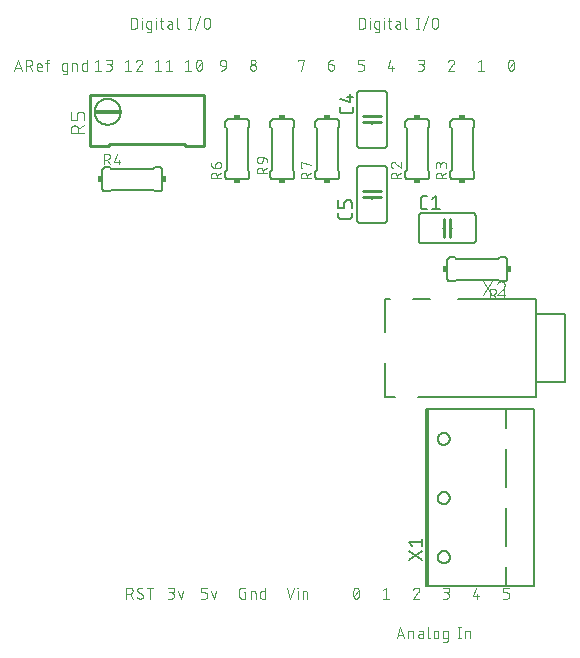
<source format=gbr>
G04 EAGLE Gerber RS-274X export*
G75*
%MOMM*%
%FSLAX34Y34*%
%LPD*%
%INSilkscreen Top*%
%IPPOS*%
%AMOC8*
5,1,8,0,0,1.08239X$1,22.5*%
G01*
%ADD10C,0.152400*%
%ADD11C,0.254000*%
%ADD12C,0.127000*%
%ADD13R,0.381000X0.508000*%
%ADD14C,0.101600*%
%ADD15R,0.508000X0.381000*%
%ADD16R,2.100000X0.400000*%
%ADD17C,0.076200*%
%ADD18C,0.203200*%


D10*
X353060Y365125D02*
X396240Y365125D01*
X396240Y339725D02*
X353060Y339725D01*
X398780Y342265D02*
X398780Y362585D01*
X350520Y362585D02*
X350520Y342265D01*
X396240Y365125D02*
X396340Y365123D01*
X396439Y365117D01*
X396539Y365107D01*
X396637Y365094D01*
X396736Y365076D01*
X396833Y365055D01*
X396929Y365030D01*
X397025Y365001D01*
X397119Y364968D01*
X397212Y364932D01*
X397303Y364892D01*
X397393Y364848D01*
X397481Y364801D01*
X397567Y364751D01*
X397651Y364697D01*
X397733Y364640D01*
X397812Y364580D01*
X397890Y364516D01*
X397964Y364450D01*
X398036Y364381D01*
X398105Y364309D01*
X398171Y364235D01*
X398235Y364157D01*
X398295Y364078D01*
X398352Y363996D01*
X398406Y363912D01*
X398456Y363826D01*
X398503Y363738D01*
X398547Y363648D01*
X398587Y363557D01*
X398623Y363464D01*
X398656Y363370D01*
X398685Y363274D01*
X398710Y363178D01*
X398731Y363081D01*
X398749Y362982D01*
X398762Y362884D01*
X398772Y362784D01*
X398778Y362685D01*
X398780Y362585D01*
X353060Y365125D02*
X352960Y365123D01*
X352861Y365117D01*
X352761Y365107D01*
X352663Y365094D01*
X352564Y365076D01*
X352467Y365055D01*
X352371Y365030D01*
X352275Y365001D01*
X352181Y364968D01*
X352088Y364932D01*
X351997Y364892D01*
X351907Y364848D01*
X351819Y364801D01*
X351733Y364751D01*
X351649Y364697D01*
X351567Y364640D01*
X351488Y364580D01*
X351410Y364516D01*
X351336Y364450D01*
X351264Y364381D01*
X351195Y364309D01*
X351129Y364235D01*
X351065Y364157D01*
X351005Y364078D01*
X350948Y363996D01*
X350894Y363912D01*
X350844Y363826D01*
X350797Y363738D01*
X350753Y363648D01*
X350713Y363557D01*
X350677Y363464D01*
X350644Y363370D01*
X350615Y363274D01*
X350590Y363178D01*
X350569Y363081D01*
X350551Y362982D01*
X350538Y362884D01*
X350528Y362784D01*
X350522Y362685D01*
X350520Y362585D01*
X396240Y339725D02*
X396340Y339727D01*
X396439Y339733D01*
X396539Y339743D01*
X396637Y339756D01*
X396736Y339774D01*
X396833Y339795D01*
X396929Y339820D01*
X397025Y339849D01*
X397119Y339882D01*
X397212Y339918D01*
X397303Y339958D01*
X397393Y340002D01*
X397481Y340049D01*
X397567Y340099D01*
X397651Y340153D01*
X397733Y340210D01*
X397812Y340270D01*
X397890Y340334D01*
X397964Y340400D01*
X398036Y340469D01*
X398105Y340541D01*
X398171Y340615D01*
X398235Y340693D01*
X398295Y340772D01*
X398352Y340854D01*
X398406Y340938D01*
X398456Y341024D01*
X398503Y341112D01*
X398547Y341202D01*
X398587Y341293D01*
X398623Y341386D01*
X398656Y341480D01*
X398685Y341576D01*
X398710Y341672D01*
X398731Y341769D01*
X398749Y341868D01*
X398762Y341966D01*
X398772Y342066D01*
X398778Y342165D01*
X398780Y342265D01*
X353060Y339725D02*
X352960Y339727D01*
X352861Y339733D01*
X352761Y339743D01*
X352663Y339756D01*
X352564Y339774D01*
X352467Y339795D01*
X352371Y339820D01*
X352275Y339849D01*
X352181Y339882D01*
X352088Y339918D01*
X351997Y339958D01*
X351907Y340002D01*
X351819Y340049D01*
X351733Y340099D01*
X351649Y340153D01*
X351567Y340210D01*
X351488Y340270D01*
X351410Y340334D01*
X351336Y340400D01*
X351264Y340469D01*
X351195Y340541D01*
X351129Y340615D01*
X351065Y340693D01*
X351005Y340772D01*
X350948Y340854D01*
X350894Y340938D01*
X350844Y341024D01*
X350797Y341112D01*
X350753Y341202D01*
X350713Y341293D01*
X350677Y341386D01*
X350644Y341480D01*
X350615Y341576D01*
X350590Y341672D01*
X350569Y341769D01*
X350551Y341868D01*
X350538Y341966D01*
X350528Y342066D01*
X350522Y342165D01*
X350520Y342265D01*
X377190Y352425D02*
X378460Y352425D01*
D11*
X377190Y352425D02*
X377190Y360045D01*
X377190Y352425D02*
X377190Y344805D01*
X372110Y352425D02*
X372110Y360045D01*
X372110Y352425D02*
X372110Y344805D01*
D10*
X372110Y352425D02*
X370840Y352425D01*
D12*
X357505Y368300D02*
X354965Y368300D01*
X354865Y368302D01*
X354766Y368308D01*
X354666Y368318D01*
X354568Y368331D01*
X354469Y368349D01*
X354372Y368370D01*
X354276Y368395D01*
X354180Y368424D01*
X354086Y368457D01*
X353993Y368493D01*
X353902Y368533D01*
X353812Y368577D01*
X353724Y368624D01*
X353638Y368674D01*
X353554Y368728D01*
X353472Y368785D01*
X353393Y368845D01*
X353315Y368909D01*
X353241Y368975D01*
X353169Y369044D01*
X353100Y369116D01*
X353034Y369190D01*
X352970Y369268D01*
X352910Y369347D01*
X352853Y369429D01*
X352799Y369513D01*
X352749Y369599D01*
X352702Y369687D01*
X352658Y369777D01*
X352618Y369868D01*
X352582Y369961D01*
X352549Y370055D01*
X352520Y370151D01*
X352495Y370247D01*
X352474Y370344D01*
X352456Y370443D01*
X352443Y370541D01*
X352433Y370641D01*
X352427Y370740D01*
X352425Y370840D01*
X352425Y377190D01*
X352427Y377290D01*
X352433Y377389D01*
X352443Y377489D01*
X352456Y377587D01*
X352474Y377686D01*
X352495Y377783D01*
X352520Y377879D01*
X352549Y377975D01*
X352582Y378069D01*
X352618Y378162D01*
X352658Y378253D01*
X352702Y378343D01*
X352749Y378431D01*
X352799Y378517D01*
X352853Y378601D01*
X352910Y378683D01*
X352970Y378762D01*
X353034Y378840D01*
X353100Y378914D01*
X353169Y378986D01*
X353241Y379055D01*
X353315Y379121D01*
X353393Y379185D01*
X353472Y379245D01*
X353554Y379302D01*
X353638Y379356D01*
X353724Y379406D01*
X353812Y379453D01*
X353902Y379497D01*
X353993Y379537D01*
X354086Y379573D01*
X354180Y379606D01*
X354276Y379635D01*
X354372Y379660D01*
X354469Y379681D01*
X354568Y379699D01*
X354666Y379712D01*
X354766Y379722D01*
X354865Y379728D01*
X354965Y379730D01*
X357505Y379730D01*
X361987Y377190D02*
X365162Y379730D01*
X365162Y368300D01*
X361987Y368300D02*
X368337Y368300D01*
D10*
X298450Y422910D02*
X298450Y466090D01*
X323850Y466090D02*
X323850Y422910D01*
X321310Y468630D02*
X300990Y468630D01*
X300990Y420370D02*
X321310Y420370D01*
X298450Y466090D02*
X298452Y466190D01*
X298458Y466289D01*
X298468Y466389D01*
X298481Y466487D01*
X298499Y466586D01*
X298520Y466683D01*
X298545Y466779D01*
X298574Y466875D01*
X298607Y466969D01*
X298643Y467062D01*
X298683Y467153D01*
X298727Y467243D01*
X298774Y467331D01*
X298824Y467417D01*
X298878Y467501D01*
X298935Y467583D01*
X298995Y467662D01*
X299059Y467740D01*
X299125Y467814D01*
X299194Y467886D01*
X299266Y467955D01*
X299340Y468021D01*
X299418Y468085D01*
X299497Y468145D01*
X299579Y468202D01*
X299663Y468256D01*
X299749Y468306D01*
X299837Y468353D01*
X299927Y468397D01*
X300018Y468437D01*
X300111Y468473D01*
X300205Y468506D01*
X300301Y468535D01*
X300397Y468560D01*
X300494Y468581D01*
X300593Y468599D01*
X300691Y468612D01*
X300791Y468622D01*
X300890Y468628D01*
X300990Y468630D01*
X298450Y422910D02*
X298452Y422810D01*
X298458Y422711D01*
X298468Y422611D01*
X298481Y422513D01*
X298499Y422414D01*
X298520Y422317D01*
X298545Y422221D01*
X298574Y422125D01*
X298607Y422031D01*
X298643Y421938D01*
X298683Y421847D01*
X298727Y421757D01*
X298774Y421669D01*
X298824Y421583D01*
X298878Y421499D01*
X298935Y421417D01*
X298995Y421338D01*
X299059Y421260D01*
X299125Y421186D01*
X299194Y421114D01*
X299266Y421045D01*
X299340Y420979D01*
X299418Y420915D01*
X299497Y420855D01*
X299579Y420798D01*
X299663Y420744D01*
X299749Y420694D01*
X299837Y420647D01*
X299927Y420603D01*
X300018Y420563D01*
X300111Y420527D01*
X300205Y420494D01*
X300301Y420465D01*
X300397Y420440D01*
X300494Y420419D01*
X300593Y420401D01*
X300691Y420388D01*
X300791Y420378D01*
X300890Y420372D01*
X300990Y420370D01*
X323850Y466090D02*
X323848Y466190D01*
X323842Y466289D01*
X323832Y466389D01*
X323819Y466487D01*
X323801Y466586D01*
X323780Y466683D01*
X323755Y466779D01*
X323726Y466875D01*
X323693Y466969D01*
X323657Y467062D01*
X323617Y467153D01*
X323573Y467243D01*
X323526Y467331D01*
X323476Y467417D01*
X323422Y467501D01*
X323365Y467583D01*
X323305Y467662D01*
X323241Y467740D01*
X323175Y467814D01*
X323106Y467886D01*
X323034Y467955D01*
X322960Y468021D01*
X322882Y468085D01*
X322803Y468145D01*
X322721Y468202D01*
X322637Y468256D01*
X322551Y468306D01*
X322463Y468353D01*
X322373Y468397D01*
X322282Y468437D01*
X322189Y468473D01*
X322095Y468506D01*
X321999Y468535D01*
X321903Y468560D01*
X321806Y468581D01*
X321707Y468599D01*
X321609Y468612D01*
X321509Y468622D01*
X321410Y468628D01*
X321310Y468630D01*
X323850Y422910D02*
X323848Y422810D01*
X323842Y422711D01*
X323832Y422611D01*
X323819Y422513D01*
X323801Y422414D01*
X323780Y422317D01*
X323755Y422221D01*
X323726Y422125D01*
X323693Y422031D01*
X323657Y421938D01*
X323617Y421847D01*
X323573Y421757D01*
X323526Y421669D01*
X323476Y421583D01*
X323422Y421499D01*
X323365Y421417D01*
X323305Y421338D01*
X323241Y421260D01*
X323175Y421186D01*
X323106Y421114D01*
X323034Y421045D01*
X322960Y420979D01*
X322882Y420915D01*
X322803Y420855D01*
X322721Y420798D01*
X322637Y420744D01*
X322551Y420694D01*
X322463Y420647D01*
X322373Y420603D01*
X322282Y420563D01*
X322189Y420527D01*
X322095Y420494D01*
X321999Y420465D01*
X321903Y420440D01*
X321806Y420419D01*
X321707Y420401D01*
X321609Y420388D01*
X321509Y420378D01*
X321410Y420372D01*
X321310Y420370D01*
X311150Y447040D02*
X311150Y448310D01*
D11*
X311150Y447040D02*
X303530Y447040D01*
X311150Y447040D02*
X318770Y447040D01*
X311150Y441960D02*
X303530Y441960D01*
X311150Y441960D02*
X318770Y441960D01*
D10*
X311150Y441960D02*
X311150Y440690D01*
D12*
X295275Y452083D02*
X295275Y454623D01*
X295275Y452083D02*
X295273Y451983D01*
X295267Y451884D01*
X295257Y451784D01*
X295244Y451686D01*
X295226Y451587D01*
X295205Y451490D01*
X295180Y451394D01*
X295151Y451298D01*
X295118Y451204D01*
X295082Y451111D01*
X295042Y451020D01*
X294998Y450930D01*
X294951Y450842D01*
X294901Y450756D01*
X294847Y450672D01*
X294790Y450590D01*
X294730Y450511D01*
X294666Y450433D01*
X294600Y450359D01*
X294531Y450287D01*
X294459Y450218D01*
X294385Y450152D01*
X294307Y450088D01*
X294228Y450028D01*
X294146Y449971D01*
X294062Y449917D01*
X293976Y449867D01*
X293888Y449820D01*
X293798Y449776D01*
X293707Y449736D01*
X293614Y449700D01*
X293520Y449667D01*
X293424Y449638D01*
X293328Y449613D01*
X293231Y449592D01*
X293132Y449574D01*
X293034Y449561D01*
X292934Y449551D01*
X292835Y449545D01*
X292735Y449543D01*
X286385Y449543D01*
X286285Y449545D01*
X286186Y449551D01*
X286086Y449561D01*
X285988Y449574D01*
X285889Y449592D01*
X285792Y449613D01*
X285696Y449638D01*
X285600Y449667D01*
X285506Y449700D01*
X285413Y449736D01*
X285322Y449776D01*
X285232Y449820D01*
X285144Y449867D01*
X285058Y449917D01*
X284974Y449971D01*
X284892Y450028D01*
X284813Y450088D01*
X284735Y450152D01*
X284661Y450218D01*
X284589Y450287D01*
X284520Y450359D01*
X284454Y450433D01*
X284390Y450511D01*
X284330Y450590D01*
X284273Y450672D01*
X284219Y450756D01*
X284169Y450842D01*
X284122Y450930D01*
X284078Y451020D01*
X284038Y451111D01*
X284002Y451204D01*
X283969Y451298D01*
X283940Y451394D01*
X283915Y451490D01*
X283894Y451587D01*
X283876Y451686D01*
X283863Y451784D01*
X283853Y451884D01*
X283847Y451983D01*
X283845Y452083D01*
X283845Y454623D01*
X283845Y461645D02*
X292735Y459105D01*
X292735Y465455D01*
X290195Y463550D02*
X295275Y463550D01*
D10*
X323850Y402590D02*
X323850Y359410D01*
X298450Y359410D02*
X298450Y402590D01*
X300990Y356870D02*
X321310Y356870D01*
X321310Y405130D02*
X300990Y405130D01*
X323850Y359410D02*
X323848Y359310D01*
X323842Y359211D01*
X323832Y359111D01*
X323819Y359013D01*
X323801Y358914D01*
X323780Y358817D01*
X323755Y358721D01*
X323726Y358625D01*
X323693Y358531D01*
X323657Y358438D01*
X323617Y358347D01*
X323573Y358257D01*
X323526Y358169D01*
X323476Y358083D01*
X323422Y357999D01*
X323365Y357917D01*
X323305Y357838D01*
X323241Y357760D01*
X323175Y357686D01*
X323106Y357614D01*
X323034Y357545D01*
X322960Y357479D01*
X322882Y357415D01*
X322803Y357355D01*
X322721Y357298D01*
X322637Y357244D01*
X322551Y357194D01*
X322463Y357147D01*
X322373Y357103D01*
X322282Y357063D01*
X322189Y357027D01*
X322095Y356994D01*
X321999Y356965D01*
X321903Y356940D01*
X321806Y356919D01*
X321707Y356901D01*
X321609Y356888D01*
X321509Y356878D01*
X321410Y356872D01*
X321310Y356870D01*
X323850Y402590D02*
X323848Y402690D01*
X323842Y402789D01*
X323832Y402889D01*
X323819Y402987D01*
X323801Y403086D01*
X323780Y403183D01*
X323755Y403279D01*
X323726Y403375D01*
X323693Y403469D01*
X323657Y403562D01*
X323617Y403653D01*
X323573Y403743D01*
X323526Y403831D01*
X323476Y403917D01*
X323422Y404001D01*
X323365Y404083D01*
X323305Y404162D01*
X323241Y404240D01*
X323175Y404314D01*
X323106Y404386D01*
X323034Y404455D01*
X322960Y404521D01*
X322882Y404585D01*
X322803Y404645D01*
X322721Y404702D01*
X322637Y404756D01*
X322551Y404806D01*
X322463Y404853D01*
X322373Y404897D01*
X322282Y404937D01*
X322189Y404973D01*
X322095Y405006D01*
X321999Y405035D01*
X321903Y405060D01*
X321806Y405081D01*
X321707Y405099D01*
X321609Y405112D01*
X321509Y405122D01*
X321410Y405128D01*
X321310Y405130D01*
X298450Y359410D02*
X298452Y359310D01*
X298458Y359211D01*
X298468Y359111D01*
X298481Y359013D01*
X298499Y358914D01*
X298520Y358817D01*
X298545Y358721D01*
X298574Y358625D01*
X298607Y358531D01*
X298643Y358438D01*
X298683Y358347D01*
X298727Y358257D01*
X298774Y358169D01*
X298824Y358083D01*
X298878Y357999D01*
X298935Y357917D01*
X298995Y357838D01*
X299059Y357760D01*
X299125Y357686D01*
X299194Y357614D01*
X299266Y357545D01*
X299340Y357479D01*
X299418Y357415D01*
X299497Y357355D01*
X299579Y357298D01*
X299663Y357244D01*
X299749Y357194D01*
X299837Y357147D01*
X299927Y357103D01*
X300018Y357063D01*
X300111Y357027D01*
X300205Y356994D01*
X300301Y356965D01*
X300397Y356940D01*
X300494Y356919D01*
X300593Y356901D01*
X300691Y356888D01*
X300791Y356878D01*
X300890Y356872D01*
X300990Y356870D01*
X298450Y402590D02*
X298452Y402690D01*
X298458Y402789D01*
X298468Y402889D01*
X298481Y402987D01*
X298499Y403086D01*
X298520Y403183D01*
X298545Y403279D01*
X298574Y403375D01*
X298607Y403469D01*
X298643Y403562D01*
X298683Y403653D01*
X298727Y403743D01*
X298774Y403831D01*
X298824Y403917D01*
X298878Y404001D01*
X298935Y404083D01*
X298995Y404162D01*
X299059Y404240D01*
X299125Y404314D01*
X299194Y404386D01*
X299266Y404455D01*
X299340Y404521D01*
X299418Y404585D01*
X299497Y404645D01*
X299579Y404702D01*
X299663Y404756D01*
X299749Y404806D01*
X299837Y404853D01*
X299927Y404897D01*
X300018Y404937D01*
X300111Y404973D01*
X300205Y405006D01*
X300301Y405035D01*
X300397Y405060D01*
X300494Y405081D01*
X300593Y405099D01*
X300691Y405112D01*
X300791Y405122D01*
X300890Y405128D01*
X300990Y405130D01*
X311150Y378460D02*
X311150Y377190D01*
D11*
X311150Y378460D02*
X318770Y378460D01*
X311150Y378460D02*
X303530Y378460D01*
X311150Y383540D02*
X318770Y383540D01*
X311150Y383540D02*
X303530Y383540D01*
D10*
X311150Y383540D02*
X311150Y384810D01*
D12*
X294005Y365125D02*
X294005Y362585D01*
X294003Y362485D01*
X293997Y362386D01*
X293987Y362286D01*
X293974Y362188D01*
X293956Y362089D01*
X293935Y361992D01*
X293910Y361896D01*
X293881Y361800D01*
X293848Y361706D01*
X293812Y361613D01*
X293772Y361522D01*
X293728Y361432D01*
X293681Y361344D01*
X293631Y361258D01*
X293577Y361174D01*
X293520Y361092D01*
X293460Y361013D01*
X293396Y360935D01*
X293330Y360861D01*
X293261Y360789D01*
X293189Y360720D01*
X293115Y360654D01*
X293037Y360590D01*
X292958Y360530D01*
X292876Y360473D01*
X292792Y360419D01*
X292706Y360369D01*
X292618Y360322D01*
X292528Y360278D01*
X292437Y360238D01*
X292344Y360202D01*
X292250Y360169D01*
X292154Y360140D01*
X292058Y360115D01*
X291961Y360094D01*
X291862Y360076D01*
X291764Y360063D01*
X291664Y360053D01*
X291565Y360047D01*
X291465Y360045D01*
X285115Y360045D01*
X285015Y360047D01*
X284916Y360053D01*
X284816Y360063D01*
X284718Y360076D01*
X284619Y360094D01*
X284522Y360115D01*
X284426Y360140D01*
X284330Y360169D01*
X284236Y360202D01*
X284143Y360238D01*
X284052Y360278D01*
X283962Y360322D01*
X283874Y360369D01*
X283788Y360419D01*
X283704Y360473D01*
X283622Y360530D01*
X283543Y360590D01*
X283465Y360654D01*
X283391Y360720D01*
X283319Y360789D01*
X283250Y360861D01*
X283184Y360935D01*
X283120Y361013D01*
X283060Y361092D01*
X283003Y361174D01*
X282949Y361258D01*
X282899Y361344D01*
X282852Y361432D01*
X282808Y361522D01*
X282768Y361613D01*
X282732Y361706D01*
X282699Y361800D01*
X282670Y361896D01*
X282645Y361992D01*
X282624Y362089D01*
X282606Y362188D01*
X282593Y362286D01*
X282583Y362386D01*
X282577Y362485D01*
X282575Y362585D01*
X282575Y365125D01*
X294005Y369607D02*
X294005Y373417D01*
X294003Y373517D01*
X293997Y373616D01*
X293987Y373716D01*
X293974Y373814D01*
X293956Y373913D01*
X293935Y374010D01*
X293910Y374106D01*
X293881Y374202D01*
X293848Y374296D01*
X293812Y374389D01*
X293772Y374480D01*
X293728Y374570D01*
X293681Y374658D01*
X293631Y374744D01*
X293577Y374828D01*
X293520Y374910D01*
X293460Y374989D01*
X293396Y375067D01*
X293330Y375141D01*
X293261Y375213D01*
X293189Y375282D01*
X293115Y375348D01*
X293037Y375412D01*
X292958Y375472D01*
X292876Y375529D01*
X292792Y375583D01*
X292706Y375633D01*
X292618Y375680D01*
X292528Y375724D01*
X292437Y375764D01*
X292344Y375800D01*
X292250Y375833D01*
X292154Y375862D01*
X292058Y375887D01*
X291961Y375908D01*
X291862Y375926D01*
X291764Y375939D01*
X291664Y375949D01*
X291565Y375955D01*
X291465Y375957D01*
X290195Y375957D01*
X290095Y375955D01*
X289996Y375949D01*
X289896Y375939D01*
X289798Y375926D01*
X289699Y375908D01*
X289602Y375887D01*
X289506Y375862D01*
X289410Y375833D01*
X289316Y375800D01*
X289223Y375764D01*
X289132Y375724D01*
X289042Y375680D01*
X288954Y375633D01*
X288868Y375583D01*
X288784Y375529D01*
X288702Y375472D01*
X288623Y375412D01*
X288545Y375348D01*
X288471Y375282D01*
X288399Y375213D01*
X288330Y375141D01*
X288264Y375067D01*
X288200Y374989D01*
X288140Y374910D01*
X288083Y374828D01*
X288029Y374744D01*
X287979Y374658D01*
X287932Y374570D01*
X287888Y374480D01*
X287848Y374389D01*
X287812Y374296D01*
X287779Y374202D01*
X287750Y374106D01*
X287725Y374010D01*
X287704Y373913D01*
X287686Y373814D01*
X287673Y373716D01*
X287663Y373616D01*
X287657Y373517D01*
X287655Y373417D01*
X287655Y369607D01*
X282575Y369607D01*
X282575Y375957D01*
D10*
X422910Y307340D02*
X423010Y307342D01*
X423109Y307348D01*
X423209Y307358D01*
X423307Y307371D01*
X423406Y307389D01*
X423503Y307410D01*
X423599Y307435D01*
X423695Y307464D01*
X423789Y307497D01*
X423882Y307533D01*
X423973Y307573D01*
X424063Y307617D01*
X424151Y307664D01*
X424237Y307714D01*
X424321Y307768D01*
X424403Y307825D01*
X424482Y307885D01*
X424560Y307949D01*
X424634Y308015D01*
X424706Y308084D01*
X424775Y308156D01*
X424841Y308230D01*
X424905Y308308D01*
X424965Y308387D01*
X425022Y308469D01*
X425076Y308553D01*
X425126Y308639D01*
X425173Y308727D01*
X425217Y308817D01*
X425257Y308908D01*
X425293Y309001D01*
X425326Y309095D01*
X425355Y309191D01*
X425380Y309287D01*
X425401Y309384D01*
X425419Y309483D01*
X425432Y309581D01*
X425442Y309681D01*
X425448Y309780D01*
X425450Y309880D01*
X425450Y325120D02*
X425448Y325220D01*
X425442Y325319D01*
X425432Y325419D01*
X425419Y325517D01*
X425401Y325616D01*
X425380Y325713D01*
X425355Y325809D01*
X425326Y325905D01*
X425293Y325999D01*
X425257Y326092D01*
X425217Y326183D01*
X425173Y326273D01*
X425126Y326361D01*
X425076Y326447D01*
X425022Y326531D01*
X424965Y326613D01*
X424905Y326692D01*
X424841Y326770D01*
X424775Y326844D01*
X424706Y326916D01*
X424634Y326985D01*
X424560Y327051D01*
X424482Y327115D01*
X424403Y327175D01*
X424321Y327232D01*
X424237Y327286D01*
X424151Y327336D01*
X424063Y327383D01*
X423973Y327427D01*
X423882Y327467D01*
X423789Y327503D01*
X423695Y327536D01*
X423599Y327565D01*
X423503Y327590D01*
X423406Y327611D01*
X423307Y327629D01*
X423209Y327642D01*
X423109Y327652D01*
X423010Y327658D01*
X422910Y327660D01*
X377190Y327660D02*
X377090Y327658D01*
X376991Y327652D01*
X376891Y327642D01*
X376793Y327629D01*
X376694Y327611D01*
X376597Y327590D01*
X376501Y327565D01*
X376405Y327536D01*
X376311Y327503D01*
X376218Y327467D01*
X376127Y327427D01*
X376037Y327383D01*
X375949Y327336D01*
X375863Y327286D01*
X375779Y327232D01*
X375697Y327175D01*
X375618Y327115D01*
X375540Y327051D01*
X375466Y326985D01*
X375394Y326916D01*
X375325Y326844D01*
X375259Y326770D01*
X375195Y326692D01*
X375135Y326613D01*
X375078Y326531D01*
X375024Y326447D01*
X374974Y326361D01*
X374927Y326273D01*
X374883Y326183D01*
X374843Y326092D01*
X374807Y325999D01*
X374774Y325905D01*
X374745Y325809D01*
X374720Y325713D01*
X374699Y325616D01*
X374681Y325517D01*
X374668Y325419D01*
X374658Y325319D01*
X374652Y325220D01*
X374650Y325120D01*
X374650Y309880D02*
X374652Y309780D01*
X374658Y309681D01*
X374668Y309581D01*
X374681Y309483D01*
X374699Y309384D01*
X374720Y309287D01*
X374745Y309191D01*
X374774Y309095D01*
X374807Y309001D01*
X374843Y308908D01*
X374883Y308817D01*
X374927Y308727D01*
X374974Y308639D01*
X375024Y308553D01*
X375078Y308469D01*
X375135Y308387D01*
X375195Y308308D01*
X375259Y308230D01*
X375325Y308156D01*
X375394Y308084D01*
X375466Y308015D01*
X375540Y307949D01*
X375618Y307885D01*
X375697Y307825D01*
X375779Y307768D01*
X375863Y307714D01*
X375949Y307664D01*
X376037Y307617D01*
X376127Y307573D01*
X376218Y307533D01*
X376311Y307497D01*
X376405Y307464D01*
X376501Y307435D01*
X376597Y307410D01*
X376694Y307389D01*
X376793Y307371D01*
X376891Y307358D01*
X376991Y307348D01*
X377090Y307342D01*
X377190Y307340D01*
X425450Y309880D02*
X425450Y325120D01*
X422910Y307340D02*
X419100Y307340D01*
X417830Y308610D01*
X419100Y327660D02*
X422910Y327660D01*
X419100Y327660D02*
X417830Y326390D01*
X382270Y308610D02*
X381000Y307340D01*
X382270Y308610D02*
X417830Y308610D01*
X382270Y326390D02*
X381000Y327660D01*
X382270Y326390D02*
X417830Y326390D01*
X381000Y307340D02*
X377190Y307340D01*
X377190Y327660D02*
X381000Y327660D01*
X374650Y325120D02*
X374650Y309880D01*
D13*
X372745Y317500D03*
X427355Y317500D03*
D14*
X411153Y300863D02*
X411153Y291973D01*
X411153Y300863D02*
X413623Y300863D01*
X413721Y300861D01*
X413819Y300855D01*
X413917Y300845D01*
X414014Y300832D01*
X414111Y300814D01*
X414207Y300793D01*
X414301Y300768D01*
X414395Y300739D01*
X414488Y300707D01*
X414579Y300670D01*
X414669Y300631D01*
X414757Y300587D01*
X414843Y300540D01*
X414928Y300490D01*
X415010Y300437D01*
X415090Y300380D01*
X415168Y300320D01*
X415243Y300257D01*
X415316Y300191D01*
X415386Y300122D01*
X415453Y300051D01*
X415518Y299977D01*
X415579Y299900D01*
X415638Y299821D01*
X415693Y299740D01*
X415745Y299657D01*
X415793Y299571D01*
X415838Y299484D01*
X415880Y299395D01*
X415918Y299305D01*
X415952Y299213D01*
X415983Y299120D01*
X416010Y299025D01*
X416033Y298930D01*
X416053Y298833D01*
X416068Y298737D01*
X416080Y298639D01*
X416088Y298541D01*
X416092Y298443D01*
X416092Y298345D01*
X416088Y298247D01*
X416080Y298149D01*
X416068Y298051D01*
X416053Y297955D01*
X416033Y297858D01*
X416010Y297763D01*
X415983Y297668D01*
X415952Y297575D01*
X415918Y297483D01*
X415880Y297393D01*
X415838Y297304D01*
X415793Y297217D01*
X415745Y297131D01*
X415693Y297048D01*
X415638Y296967D01*
X415579Y296888D01*
X415518Y296811D01*
X415453Y296737D01*
X415386Y296666D01*
X415316Y296597D01*
X415243Y296531D01*
X415168Y296468D01*
X415090Y296408D01*
X415010Y296351D01*
X414928Y296298D01*
X414843Y296248D01*
X414757Y296201D01*
X414669Y296157D01*
X414579Y296118D01*
X414488Y296081D01*
X414395Y296049D01*
X414301Y296020D01*
X414207Y295995D01*
X414111Y295974D01*
X414014Y295956D01*
X413917Y295943D01*
X413819Y295933D01*
X413721Y295927D01*
X413623Y295925D01*
X413623Y295924D02*
X411153Y295924D01*
X414117Y295924D02*
X416092Y291973D01*
X420003Y298887D02*
X422473Y300863D01*
X422473Y291973D01*
X424942Y291973D02*
X420003Y291973D01*
D10*
X341630Y393700D02*
X341530Y393702D01*
X341431Y393708D01*
X341331Y393718D01*
X341233Y393731D01*
X341134Y393749D01*
X341037Y393770D01*
X340941Y393795D01*
X340845Y393824D01*
X340751Y393857D01*
X340658Y393893D01*
X340567Y393933D01*
X340477Y393977D01*
X340389Y394024D01*
X340303Y394074D01*
X340219Y394128D01*
X340137Y394185D01*
X340058Y394245D01*
X339980Y394309D01*
X339906Y394375D01*
X339834Y394444D01*
X339765Y394516D01*
X339699Y394590D01*
X339635Y394668D01*
X339575Y394747D01*
X339518Y394829D01*
X339464Y394913D01*
X339414Y394999D01*
X339367Y395087D01*
X339323Y395177D01*
X339283Y395268D01*
X339247Y395361D01*
X339214Y395455D01*
X339185Y395551D01*
X339160Y395647D01*
X339139Y395744D01*
X339121Y395843D01*
X339108Y395941D01*
X339098Y396041D01*
X339092Y396140D01*
X339090Y396240D01*
X356870Y393700D02*
X356970Y393702D01*
X357069Y393708D01*
X357169Y393718D01*
X357267Y393731D01*
X357366Y393749D01*
X357463Y393770D01*
X357559Y393795D01*
X357655Y393824D01*
X357749Y393857D01*
X357842Y393893D01*
X357933Y393933D01*
X358023Y393977D01*
X358111Y394024D01*
X358197Y394074D01*
X358281Y394128D01*
X358363Y394185D01*
X358442Y394245D01*
X358520Y394309D01*
X358594Y394375D01*
X358666Y394444D01*
X358735Y394516D01*
X358801Y394590D01*
X358865Y394668D01*
X358925Y394747D01*
X358982Y394829D01*
X359036Y394913D01*
X359086Y394999D01*
X359133Y395087D01*
X359177Y395177D01*
X359217Y395268D01*
X359253Y395361D01*
X359286Y395455D01*
X359315Y395551D01*
X359340Y395647D01*
X359361Y395744D01*
X359379Y395843D01*
X359392Y395941D01*
X359402Y396041D01*
X359408Y396140D01*
X359410Y396240D01*
X359410Y441960D02*
X359408Y442060D01*
X359402Y442159D01*
X359392Y442259D01*
X359379Y442357D01*
X359361Y442456D01*
X359340Y442553D01*
X359315Y442649D01*
X359286Y442745D01*
X359253Y442839D01*
X359217Y442932D01*
X359177Y443023D01*
X359133Y443113D01*
X359086Y443201D01*
X359036Y443287D01*
X358982Y443371D01*
X358925Y443453D01*
X358865Y443532D01*
X358801Y443610D01*
X358735Y443684D01*
X358666Y443756D01*
X358594Y443825D01*
X358520Y443891D01*
X358442Y443955D01*
X358363Y444015D01*
X358281Y444072D01*
X358197Y444126D01*
X358111Y444176D01*
X358023Y444223D01*
X357933Y444267D01*
X357842Y444307D01*
X357749Y444343D01*
X357655Y444376D01*
X357559Y444405D01*
X357463Y444430D01*
X357366Y444451D01*
X357267Y444469D01*
X357169Y444482D01*
X357069Y444492D01*
X356970Y444498D01*
X356870Y444500D01*
X341630Y444500D02*
X341530Y444498D01*
X341431Y444492D01*
X341331Y444482D01*
X341233Y444469D01*
X341134Y444451D01*
X341037Y444430D01*
X340941Y444405D01*
X340845Y444376D01*
X340751Y444343D01*
X340658Y444307D01*
X340567Y444267D01*
X340477Y444223D01*
X340389Y444176D01*
X340303Y444126D01*
X340219Y444072D01*
X340137Y444015D01*
X340058Y443955D01*
X339980Y443891D01*
X339906Y443825D01*
X339834Y443756D01*
X339765Y443684D01*
X339699Y443610D01*
X339635Y443532D01*
X339575Y443453D01*
X339518Y443371D01*
X339464Y443287D01*
X339414Y443201D01*
X339367Y443113D01*
X339323Y443023D01*
X339283Y442932D01*
X339247Y442839D01*
X339214Y442745D01*
X339185Y442649D01*
X339160Y442553D01*
X339139Y442456D01*
X339121Y442357D01*
X339108Y442259D01*
X339098Y442159D01*
X339092Y442060D01*
X339090Y441960D01*
X341630Y393700D02*
X356870Y393700D01*
X339090Y396240D02*
X339090Y400050D01*
X340360Y401320D01*
X359410Y400050D02*
X359410Y396240D01*
X359410Y400050D02*
X358140Y401320D01*
X340360Y436880D02*
X339090Y438150D01*
X340360Y436880D02*
X340360Y401320D01*
X358140Y436880D02*
X359410Y438150D01*
X358140Y436880D02*
X358140Y401320D01*
X339090Y438150D02*
X339090Y441960D01*
X359410Y441960D02*
X359410Y438150D01*
X356870Y444500D02*
X341630Y444500D01*
D15*
X349250Y446405D03*
X349250Y391795D03*
D14*
X335788Y394208D02*
X326898Y394208D01*
X326898Y396677D01*
X326900Y396775D01*
X326906Y396873D01*
X326916Y396971D01*
X326929Y397068D01*
X326947Y397165D01*
X326968Y397261D01*
X326993Y397355D01*
X327022Y397449D01*
X327054Y397542D01*
X327091Y397633D01*
X327130Y397723D01*
X327174Y397811D01*
X327221Y397897D01*
X327271Y397982D01*
X327324Y398064D01*
X327381Y398144D01*
X327441Y398222D01*
X327504Y398297D01*
X327570Y398370D01*
X327639Y398440D01*
X327710Y398507D01*
X327784Y398572D01*
X327861Y398633D01*
X327940Y398692D01*
X328021Y398747D01*
X328104Y398799D01*
X328190Y398847D01*
X328277Y398892D01*
X328366Y398934D01*
X328456Y398972D01*
X328548Y399006D01*
X328641Y399037D01*
X328736Y399064D01*
X328831Y399087D01*
X328928Y399107D01*
X329024Y399122D01*
X329122Y399134D01*
X329220Y399142D01*
X329318Y399146D01*
X329416Y399146D01*
X329514Y399142D01*
X329612Y399134D01*
X329710Y399122D01*
X329806Y399107D01*
X329903Y399087D01*
X329998Y399064D01*
X330093Y399037D01*
X330186Y399006D01*
X330278Y398972D01*
X330368Y398934D01*
X330457Y398892D01*
X330544Y398847D01*
X330630Y398799D01*
X330713Y398747D01*
X330794Y398692D01*
X330873Y398633D01*
X330950Y398572D01*
X331024Y398507D01*
X331095Y398440D01*
X331164Y398370D01*
X331230Y398297D01*
X331293Y398222D01*
X331353Y398144D01*
X331410Y398064D01*
X331463Y397982D01*
X331513Y397897D01*
X331560Y397811D01*
X331604Y397723D01*
X331643Y397633D01*
X331680Y397542D01*
X331712Y397449D01*
X331741Y397355D01*
X331766Y397261D01*
X331787Y397165D01*
X331805Y397068D01*
X331818Y396971D01*
X331828Y396873D01*
X331834Y396775D01*
X331836Y396677D01*
X331837Y396677D02*
X331837Y394208D01*
X331837Y397171D02*
X335788Y399147D01*
X329121Y407997D02*
X329029Y407995D01*
X328937Y407989D01*
X328846Y407980D01*
X328755Y407967D01*
X328665Y407950D01*
X328575Y407929D01*
X328487Y407905D01*
X328399Y407877D01*
X328313Y407845D01*
X328228Y407810D01*
X328145Y407771D01*
X328063Y407729D01*
X327983Y407684D01*
X327905Y407635D01*
X327829Y407583D01*
X327756Y407528D01*
X327684Y407470D01*
X327615Y407410D01*
X327549Y407346D01*
X327485Y407280D01*
X327425Y407211D01*
X327367Y407139D01*
X327312Y407066D01*
X327260Y406990D01*
X327211Y406912D01*
X327166Y406832D01*
X327124Y406750D01*
X327085Y406667D01*
X327050Y406582D01*
X327018Y406496D01*
X326990Y406408D01*
X326966Y406320D01*
X326945Y406230D01*
X326928Y406140D01*
X326915Y406049D01*
X326906Y405958D01*
X326900Y405866D01*
X326898Y405774D01*
X326900Y405668D01*
X326906Y405563D01*
X326916Y405458D01*
X326929Y405353D01*
X326947Y405249D01*
X326968Y405146D01*
X326993Y405043D01*
X327022Y404941D01*
X327055Y404841D01*
X327091Y404742D01*
X327131Y404644D01*
X327175Y404548D01*
X327222Y404453D01*
X327272Y404361D01*
X327326Y404270D01*
X327384Y404181D01*
X327444Y404095D01*
X327508Y404011D01*
X327574Y403929D01*
X327644Y403849D01*
X327717Y403773D01*
X327792Y403699D01*
X327870Y403628D01*
X327951Y403560D01*
X328034Y403494D01*
X328120Y403432D01*
X328207Y403374D01*
X328297Y403318D01*
X328389Y403266D01*
X328483Y403217D01*
X328578Y403172D01*
X328675Y403130D01*
X328774Y403092D01*
X328873Y403058D01*
X330850Y407256D02*
X330781Y407325D01*
X330711Y407391D01*
X330637Y407454D01*
X330561Y407513D01*
X330483Y407570D01*
X330403Y407624D01*
X330320Y407674D01*
X330236Y407721D01*
X330149Y407764D01*
X330061Y407804D01*
X329972Y407840D01*
X329881Y407873D01*
X329789Y407902D01*
X329695Y407927D01*
X329601Y407948D01*
X329506Y407966D01*
X329410Y407979D01*
X329314Y407989D01*
X329218Y407995D01*
X329121Y407997D01*
X330849Y407256D02*
X335788Y403058D01*
X335788Y407997D01*
D10*
X377190Y396240D02*
X377192Y396140D01*
X377198Y396041D01*
X377208Y395941D01*
X377221Y395843D01*
X377239Y395744D01*
X377260Y395647D01*
X377285Y395551D01*
X377314Y395455D01*
X377347Y395361D01*
X377383Y395268D01*
X377423Y395177D01*
X377467Y395087D01*
X377514Y394999D01*
X377564Y394913D01*
X377618Y394829D01*
X377675Y394747D01*
X377735Y394668D01*
X377799Y394590D01*
X377865Y394516D01*
X377934Y394444D01*
X378006Y394375D01*
X378080Y394309D01*
X378158Y394245D01*
X378237Y394185D01*
X378319Y394128D01*
X378403Y394074D01*
X378489Y394024D01*
X378577Y393977D01*
X378667Y393933D01*
X378758Y393893D01*
X378851Y393857D01*
X378945Y393824D01*
X379041Y393795D01*
X379137Y393770D01*
X379234Y393749D01*
X379333Y393731D01*
X379431Y393718D01*
X379531Y393708D01*
X379630Y393702D01*
X379730Y393700D01*
X394970Y393700D02*
X395070Y393702D01*
X395169Y393708D01*
X395269Y393718D01*
X395367Y393731D01*
X395466Y393749D01*
X395563Y393770D01*
X395659Y393795D01*
X395755Y393824D01*
X395849Y393857D01*
X395942Y393893D01*
X396033Y393933D01*
X396123Y393977D01*
X396211Y394024D01*
X396297Y394074D01*
X396381Y394128D01*
X396463Y394185D01*
X396542Y394245D01*
X396620Y394309D01*
X396694Y394375D01*
X396766Y394444D01*
X396835Y394516D01*
X396901Y394590D01*
X396965Y394668D01*
X397025Y394747D01*
X397082Y394829D01*
X397136Y394913D01*
X397186Y394999D01*
X397233Y395087D01*
X397277Y395177D01*
X397317Y395268D01*
X397353Y395361D01*
X397386Y395455D01*
X397415Y395551D01*
X397440Y395647D01*
X397461Y395744D01*
X397479Y395843D01*
X397492Y395941D01*
X397502Y396041D01*
X397508Y396140D01*
X397510Y396240D01*
X397510Y441960D02*
X397508Y442060D01*
X397502Y442159D01*
X397492Y442259D01*
X397479Y442357D01*
X397461Y442456D01*
X397440Y442553D01*
X397415Y442649D01*
X397386Y442745D01*
X397353Y442839D01*
X397317Y442932D01*
X397277Y443023D01*
X397233Y443113D01*
X397186Y443201D01*
X397136Y443287D01*
X397082Y443371D01*
X397025Y443453D01*
X396965Y443532D01*
X396901Y443610D01*
X396835Y443684D01*
X396766Y443756D01*
X396694Y443825D01*
X396620Y443891D01*
X396542Y443955D01*
X396463Y444015D01*
X396381Y444072D01*
X396297Y444126D01*
X396211Y444176D01*
X396123Y444223D01*
X396033Y444267D01*
X395942Y444307D01*
X395849Y444343D01*
X395755Y444376D01*
X395659Y444405D01*
X395563Y444430D01*
X395466Y444451D01*
X395367Y444469D01*
X395269Y444482D01*
X395169Y444492D01*
X395070Y444498D01*
X394970Y444500D01*
X379730Y444500D02*
X379630Y444498D01*
X379531Y444492D01*
X379431Y444482D01*
X379333Y444469D01*
X379234Y444451D01*
X379137Y444430D01*
X379041Y444405D01*
X378945Y444376D01*
X378851Y444343D01*
X378758Y444307D01*
X378667Y444267D01*
X378577Y444223D01*
X378489Y444176D01*
X378403Y444126D01*
X378319Y444072D01*
X378237Y444015D01*
X378158Y443955D01*
X378080Y443891D01*
X378006Y443825D01*
X377934Y443756D01*
X377865Y443684D01*
X377799Y443610D01*
X377735Y443532D01*
X377675Y443453D01*
X377618Y443371D01*
X377564Y443287D01*
X377514Y443201D01*
X377467Y443113D01*
X377423Y443023D01*
X377383Y442932D01*
X377347Y442839D01*
X377314Y442745D01*
X377285Y442649D01*
X377260Y442553D01*
X377239Y442456D01*
X377221Y442357D01*
X377208Y442259D01*
X377198Y442159D01*
X377192Y442060D01*
X377190Y441960D01*
X379730Y393700D02*
X394970Y393700D01*
X377190Y396240D02*
X377190Y400050D01*
X378460Y401320D01*
X397510Y400050D02*
X397510Y396240D01*
X397510Y400050D02*
X396240Y401320D01*
X378460Y436880D02*
X377190Y438150D01*
X378460Y436880D02*
X378460Y401320D01*
X396240Y436880D02*
X397510Y438150D01*
X396240Y436880D02*
X396240Y401320D01*
X377190Y438150D02*
X377190Y441960D01*
X397510Y441960D02*
X397510Y438150D01*
X394970Y444500D02*
X379730Y444500D01*
D15*
X387350Y446405D03*
X387350Y391795D03*
D14*
X373888Y394208D02*
X364998Y394208D01*
X364998Y396677D01*
X365000Y396775D01*
X365006Y396873D01*
X365016Y396971D01*
X365029Y397068D01*
X365047Y397165D01*
X365068Y397261D01*
X365093Y397355D01*
X365122Y397449D01*
X365154Y397542D01*
X365191Y397633D01*
X365230Y397723D01*
X365274Y397811D01*
X365321Y397897D01*
X365371Y397982D01*
X365424Y398064D01*
X365481Y398144D01*
X365541Y398222D01*
X365604Y398297D01*
X365670Y398370D01*
X365739Y398440D01*
X365810Y398507D01*
X365884Y398572D01*
X365961Y398633D01*
X366040Y398692D01*
X366121Y398747D01*
X366204Y398799D01*
X366290Y398847D01*
X366377Y398892D01*
X366466Y398934D01*
X366556Y398972D01*
X366648Y399006D01*
X366741Y399037D01*
X366836Y399064D01*
X366931Y399087D01*
X367028Y399107D01*
X367124Y399122D01*
X367222Y399134D01*
X367320Y399142D01*
X367418Y399146D01*
X367516Y399146D01*
X367614Y399142D01*
X367712Y399134D01*
X367810Y399122D01*
X367906Y399107D01*
X368003Y399087D01*
X368098Y399064D01*
X368193Y399037D01*
X368286Y399006D01*
X368378Y398972D01*
X368468Y398934D01*
X368557Y398892D01*
X368644Y398847D01*
X368730Y398799D01*
X368813Y398747D01*
X368894Y398692D01*
X368973Y398633D01*
X369050Y398572D01*
X369124Y398507D01*
X369195Y398440D01*
X369264Y398370D01*
X369330Y398297D01*
X369393Y398222D01*
X369453Y398144D01*
X369510Y398064D01*
X369563Y397982D01*
X369613Y397897D01*
X369660Y397811D01*
X369704Y397723D01*
X369743Y397633D01*
X369780Y397542D01*
X369812Y397449D01*
X369841Y397355D01*
X369866Y397261D01*
X369887Y397165D01*
X369905Y397068D01*
X369918Y396971D01*
X369928Y396873D01*
X369934Y396775D01*
X369936Y396677D01*
X369937Y396677D02*
X369937Y394208D01*
X369937Y397171D02*
X373888Y399147D01*
X373888Y403058D02*
X373888Y405527D01*
X373886Y405625D01*
X373880Y405723D01*
X373870Y405821D01*
X373857Y405918D01*
X373839Y406015D01*
X373818Y406111D01*
X373793Y406205D01*
X373764Y406299D01*
X373732Y406392D01*
X373695Y406483D01*
X373656Y406573D01*
X373612Y406661D01*
X373565Y406747D01*
X373515Y406832D01*
X373462Y406914D01*
X373405Y406994D01*
X373345Y407072D01*
X373282Y407147D01*
X373216Y407220D01*
X373147Y407290D01*
X373076Y407357D01*
X373002Y407422D01*
X372925Y407483D01*
X372846Y407542D01*
X372765Y407597D01*
X372682Y407649D01*
X372596Y407697D01*
X372509Y407742D01*
X372420Y407784D01*
X372330Y407822D01*
X372238Y407856D01*
X372145Y407887D01*
X372050Y407914D01*
X371955Y407937D01*
X371858Y407957D01*
X371762Y407972D01*
X371664Y407984D01*
X371566Y407992D01*
X371468Y407996D01*
X371370Y407996D01*
X371272Y407992D01*
X371174Y407984D01*
X371076Y407972D01*
X370980Y407957D01*
X370883Y407937D01*
X370788Y407914D01*
X370693Y407887D01*
X370600Y407856D01*
X370508Y407822D01*
X370418Y407784D01*
X370329Y407742D01*
X370242Y407697D01*
X370156Y407649D01*
X370073Y407597D01*
X369992Y407542D01*
X369913Y407483D01*
X369836Y407422D01*
X369762Y407357D01*
X369691Y407290D01*
X369622Y407220D01*
X369556Y407147D01*
X369493Y407072D01*
X369433Y406994D01*
X369376Y406914D01*
X369323Y406832D01*
X369273Y406747D01*
X369226Y406661D01*
X369182Y406573D01*
X369143Y406483D01*
X369106Y406392D01*
X369074Y406299D01*
X369045Y406205D01*
X369020Y406111D01*
X368999Y406015D01*
X368981Y405918D01*
X368968Y405821D01*
X368958Y405723D01*
X368952Y405625D01*
X368950Y405527D01*
X364998Y406021D02*
X364998Y403058D01*
X364998Y406021D02*
X365000Y406108D01*
X365006Y406196D01*
X365015Y406283D01*
X365029Y406369D01*
X365046Y406455D01*
X365067Y406539D01*
X365092Y406623D01*
X365121Y406706D01*
X365153Y406787D01*
X365188Y406867D01*
X365227Y406945D01*
X365270Y407022D01*
X365316Y407096D01*
X365365Y407168D01*
X365417Y407238D01*
X365473Y407306D01*
X365531Y407371D01*
X365592Y407434D01*
X365656Y407493D01*
X365723Y407550D01*
X365791Y407604D01*
X365863Y407655D01*
X365936Y407702D01*
X366011Y407747D01*
X366089Y407788D01*
X366168Y407825D01*
X366248Y407859D01*
X366330Y407889D01*
X366413Y407916D01*
X366498Y407939D01*
X366583Y407958D01*
X366669Y407973D01*
X366756Y407985D01*
X366843Y407993D01*
X366930Y407997D01*
X367018Y407997D01*
X367105Y407993D01*
X367192Y407985D01*
X367279Y407973D01*
X367365Y407958D01*
X367450Y407939D01*
X367535Y407916D01*
X367618Y407889D01*
X367700Y407859D01*
X367780Y407825D01*
X367859Y407788D01*
X367937Y407747D01*
X368012Y407702D01*
X368085Y407655D01*
X368157Y407604D01*
X368225Y407550D01*
X368292Y407493D01*
X368356Y407434D01*
X368417Y407371D01*
X368475Y407306D01*
X368531Y407238D01*
X368583Y407168D01*
X368632Y407096D01*
X368678Y407022D01*
X368721Y406945D01*
X368760Y406867D01*
X368795Y406787D01*
X368827Y406706D01*
X368856Y406623D01*
X368881Y406539D01*
X368902Y406455D01*
X368919Y406369D01*
X368933Y406283D01*
X368942Y406196D01*
X368948Y406108D01*
X368950Y406021D01*
X368949Y406021D02*
X368949Y404046D01*
D10*
X133350Y386080D02*
X133348Y385980D01*
X133342Y385881D01*
X133332Y385781D01*
X133319Y385683D01*
X133301Y385584D01*
X133280Y385487D01*
X133255Y385391D01*
X133226Y385295D01*
X133193Y385201D01*
X133157Y385108D01*
X133117Y385017D01*
X133073Y384927D01*
X133026Y384839D01*
X132976Y384753D01*
X132922Y384669D01*
X132865Y384587D01*
X132805Y384508D01*
X132741Y384430D01*
X132675Y384356D01*
X132606Y384284D01*
X132534Y384215D01*
X132460Y384149D01*
X132382Y384085D01*
X132303Y384025D01*
X132221Y383968D01*
X132137Y383914D01*
X132051Y383864D01*
X131963Y383817D01*
X131873Y383773D01*
X131782Y383733D01*
X131689Y383697D01*
X131595Y383664D01*
X131499Y383635D01*
X131403Y383610D01*
X131306Y383589D01*
X131207Y383571D01*
X131109Y383558D01*
X131009Y383548D01*
X130910Y383542D01*
X130810Y383540D01*
X133350Y401320D02*
X133348Y401420D01*
X133342Y401519D01*
X133332Y401619D01*
X133319Y401717D01*
X133301Y401816D01*
X133280Y401913D01*
X133255Y402009D01*
X133226Y402105D01*
X133193Y402199D01*
X133157Y402292D01*
X133117Y402383D01*
X133073Y402473D01*
X133026Y402561D01*
X132976Y402647D01*
X132922Y402731D01*
X132865Y402813D01*
X132805Y402892D01*
X132741Y402970D01*
X132675Y403044D01*
X132606Y403116D01*
X132534Y403185D01*
X132460Y403251D01*
X132382Y403315D01*
X132303Y403375D01*
X132221Y403432D01*
X132137Y403486D01*
X132051Y403536D01*
X131963Y403583D01*
X131873Y403627D01*
X131782Y403667D01*
X131689Y403703D01*
X131595Y403736D01*
X131499Y403765D01*
X131403Y403790D01*
X131306Y403811D01*
X131207Y403829D01*
X131109Y403842D01*
X131009Y403852D01*
X130910Y403858D01*
X130810Y403860D01*
X85090Y403860D02*
X84990Y403858D01*
X84891Y403852D01*
X84791Y403842D01*
X84693Y403829D01*
X84594Y403811D01*
X84497Y403790D01*
X84401Y403765D01*
X84305Y403736D01*
X84211Y403703D01*
X84118Y403667D01*
X84027Y403627D01*
X83937Y403583D01*
X83849Y403536D01*
X83763Y403486D01*
X83679Y403432D01*
X83597Y403375D01*
X83518Y403315D01*
X83440Y403251D01*
X83366Y403185D01*
X83294Y403116D01*
X83225Y403044D01*
X83159Y402970D01*
X83095Y402892D01*
X83035Y402813D01*
X82978Y402731D01*
X82924Y402647D01*
X82874Y402561D01*
X82827Y402473D01*
X82783Y402383D01*
X82743Y402292D01*
X82707Y402199D01*
X82674Y402105D01*
X82645Y402009D01*
X82620Y401913D01*
X82599Y401816D01*
X82581Y401717D01*
X82568Y401619D01*
X82558Y401519D01*
X82552Y401420D01*
X82550Y401320D01*
X82550Y386080D02*
X82552Y385980D01*
X82558Y385881D01*
X82568Y385781D01*
X82581Y385683D01*
X82599Y385584D01*
X82620Y385487D01*
X82645Y385391D01*
X82674Y385295D01*
X82707Y385201D01*
X82743Y385108D01*
X82783Y385017D01*
X82827Y384927D01*
X82874Y384839D01*
X82924Y384753D01*
X82978Y384669D01*
X83035Y384587D01*
X83095Y384508D01*
X83159Y384430D01*
X83225Y384356D01*
X83294Y384284D01*
X83366Y384215D01*
X83440Y384149D01*
X83518Y384085D01*
X83597Y384025D01*
X83679Y383968D01*
X83763Y383914D01*
X83849Y383864D01*
X83937Y383817D01*
X84027Y383773D01*
X84118Y383733D01*
X84211Y383697D01*
X84305Y383664D01*
X84401Y383635D01*
X84497Y383610D01*
X84594Y383589D01*
X84693Y383571D01*
X84791Y383558D01*
X84891Y383548D01*
X84990Y383542D01*
X85090Y383540D01*
X133350Y386080D02*
X133350Y401320D01*
X130810Y383540D02*
X127000Y383540D01*
X125730Y384810D01*
X127000Y403860D02*
X130810Y403860D01*
X127000Y403860D02*
X125730Y402590D01*
X90170Y384810D02*
X88900Y383540D01*
X90170Y384810D02*
X125730Y384810D01*
X90170Y402590D02*
X88900Y403860D01*
X90170Y402590D02*
X125730Y402590D01*
X88900Y383540D02*
X85090Y383540D01*
X85090Y403860D02*
X88900Y403860D01*
X82550Y401320D02*
X82550Y386080D01*
D13*
X80645Y393700D03*
X135255Y393700D03*
D14*
X84128Y406273D02*
X84128Y415163D01*
X86598Y415163D01*
X86696Y415161D01*
X86794Y415155D01*
X86892Y415145D01*
X86989Y415132D01*
X87086Y415114D01*
X87182Y415093D01*
X87276Y415068D01*
X87370Y415039D01*
X87463Y415007D01*
X87554Y414970D01*
X87644Y414931D01*
X87732Y414887D01*
X87818Y414840D01*
X87903Y414790D01*
X87985Y414737D01*
X88065Y414680D01*
X88143Y414620D01*
X88218Y414557D01*
X88291Y414491D01*
X88361Y414422D01*
X88428Y414351D01*
X88493Y414277D01*
X88554Y414200D01*
X88613Y414121D01*
X88668Y414040D01*
X88720Y413957D01*
X88768Y413871D01*
X88813Y413784D01*
X88855Y413695D01*
X88893Y413605D01*
X88927Y413513D01*
X88958Y413420D01*
X88985Y413325D01*
X89008Y413230D01*
X89028Y413133D01*
X89043Y413037D01*
X89055Y412939D01*
X89063Y412841D01*
X89067Y412743D01*
X89067Y412645D01*
X89063Y412547D01*
X89055Y412449D01*
X89043Y412351D01*
X89028Y412255D01*
X89008Y412158D01*
X88985Y412063D01*
X88958Y411968D01*
X88927Y411875D01*
X88893Y411783D01*
X88855Y411693D01*
X88813Y411604D01*
X88768Y411517D01*
X88720Y411431D01*
X88668Y411348D01*
X88613Y411267D01*
X88554Y411188D01*
X88493Y411111D01*
X88428Y411037D01*
X88361Y410966D01*
X88291Y410897D01*
X88218Y410831D01*
X88143Y410768D01*
X88065Y410708D01*
X87985Y410651D01*
X87903Y410598D01*
X87818Y410548D01*
X87732Y410501D01*
X87644Y410457D01*
X87554Y410418D01*
X87463Y410381D01*
X87370Y410349D01*
X87276Y410320D01*
X87182Y410295D01*
X87086Y410274D01*
X86989Y410256D01*
X86892Y410243D01*
X86794Y410233D01*
X86696Y410227D01*
X86598Y410225D01*
X86598Y410224D02*
X84128Y410224D01*
X87092Y410224D02*
X89067Y406273D01*
X92978Y408249D02*
X94954Y415163D01*
X92978Y408249D02*
X97917Y408249D01*
X96435Y410224D02*
X96435Y406273D01*
D11*
X72650Y421300D02*
X72650Y464800D01*
X168650Y464800D01*
X168650Y421300D01*
X152650Y421300D01*
X152650Y423800D01*
X88650Y423800D01*
X88650Y421300D01*
X72650Y421300D01*
D10*
X76150Y450800D02*
X76153Y451070D01*
X76163Y451340D01*
X76180Y451609D01*
X76203Y451878D01*
X76233Y452147D01*
X76269Y452414D01*
X76312Y452681D01*
X76361Y452946D01*
X76417Y453210D01*
X76480Y453473D01*
X76548Y453734D01*
X76624Y453993D01*
X76705Y454250D01*
X76793Y454506D01*
X76887Y454759D01*
X76987Y455010D01*
X77094Y455258D01*
X77206Y455503D01*
X77325Y455746D01*
X77449Y455985D01*
X77579Y456222D01*
X77715Y456455D01*
X77857Y456685D01*
X78004Y456911D01*
X78157Y457134D01*
X78315Y457353D01*
X78478Y457568D01*
X78647Y457778D01*
X78821Y457985D01*
X79000Y458187D01*
X79183Y458385D01*
X79372Y458578D01*
X79565Y458767D01*
X79763Y458950D01*
X79965Y459129D01*
X80172Y459303D01*
X80382Y459472D01*
X80597Y459635D01*
X80816Y459793D01*
X81039Y459946D01*
X81265Y460093D01*
X81495Y460235D01*
X81728Y460371D01*
X81965Y460501D01*
X82204Y460625D01*
X82447Y460744D01*
X82692Y460856D01*
X82940Y460963D01*
X83191Y461063D01*
X83444Y461157D01*
X83700Y461245D01*
X83957Y461326D01*
X84216Y461402D01*
X84477Y461470D01*
X84740Y461533D01*
X85004Y461589D01*
X85269Y461638D01*
X85536Y461681D01*
X85803Y461717D01*
X86072Y461747D01*
X86341Y461770D01*
X86610Y461787D01*
X86880Y461797D01*
X87150Y461800D01*
X87420Y461797D01*
X87690Y461787D01*
X87959Y461770D01*
X88228Y461747D01*
X88497Y461717D01*
X88764Y461681D01*
X89031Y461638D01*
X89296Y461589D01*
X89560Y461533D01*
X89823Y461470D01*
X90084Y461402D01*
X90343Y461326D01*
X90600Y461245D01*
X90856Y461157D01*
X91109Y461063D01*
X91360Y460963D01*
X91608Y460856D01*
X91853Y460744D01*
X92096Y460625D01*
X92335Y460501D01*
X92572Y460371D01*
X92805Y460235D01*
X93035Y460093D01*
X93261Y459946D01*
X93484Y459793D01*
X93703Y459635D01*
X93918Y459472D01*
X94128Y459303D01*
X94335Y459129D01*
X94537Y458950D01*
X94735Y458767D01*
X94928Y458578D01*
X95117Y458385D01*
X95300Y458187D01*
X95479Y457985D01*
X95653Y457778D01*
X95822Y457568D01*
X95985Y457353D01*
X96143Y457134D01*
X96296Y456911D01*
X96443Y456685D01*
X96585Y456455D01*
X96721Y456222D01*
X96851Y455985D01*
X96975Y455746D01*
X97094Y455503D01*
X97206Y455258D01*
X97313Y455010D01*
X97413Y454759D01*
X97507Y454506D01*
X97595Y454250D01*
X97676Y453993D01*
X97752Y453734D01*
X97820Y453473D01*
X97883Y453210D01*
X97939Y452946D01*
X97988Y452681D01*
X98031Y452414D01*
X98067Y452147D01*
X98097Y451878D01*
X98120Y451609D01*
X98137Y451340D01*
X98147Y451070D01*
X98150Y450800D01*
X98147Y450530D01*
X98137Y450260D01*
X98120Y449991D01*
X98097Y449722D01*
X98067Y449453D01*
X98031Y449186D01*
X97988Y448919D01*
X97939Y448654D01*
X97883Y448390D01*
X97820Y448127D01*
X97752Y447866D01*
X97676Y447607D01*
X97595Y447350D01*
X97507Y447094D01*
X97413Y446841D01*
X97313Y446590D01*
X97206Y446342D01*
X97094Y446097D01*
X96975Y445854D01*
X96851Y445615D01*
X96721Y445378D01*
X96585Y445145D01*
X96443Y444915D01*
X96296Y444689D01*
X96143Y444466D01*
X95985Y444247D01*
X95822Y444032D01*
X95653Y443822D01*
X95479Y443615D01*
X95300Y443413D01*
X95117Y443215D01*
X94928Y443022D01*
X94735Y442833D01*
X94537Y442650D01*
X94335Y442471D01*
X94128Y442297D01*
X93918Y442128D01*
X93703Y441965D01*
X93484Y441807D01*
X93261Y441654D01*
X93035Y441507D01*
X92805Y441365D01*
X92572Y441229D01*
X92335Y441099D01*
X92096Y440975D01*
X91853Y440856D01*
X91608Y440744D01*
X91360Y440637D01*
X91109Y440537D01*
X90856Y440443D01*
X90600Y440355D01*
X90343Y440274D01*
X90084Y440198D01*
X89823Y440130D01*
X89560Y440067D01*
X89296Y440011D01*
X89031Y439962D01*
X88764Y439919D01*
X88497Y439883D01*
X88228Y439853D01*
X87959Y439830D01*
X87690Y439813D01*
X87420Y439803D01*
X87150Y439800D01*
X86880Y439803D01*
X86610Y439813D01*
X86341Y439830D01*
X86072Y439853D01*
X85803Y439883D01*
X85536Y439919D01*
X85269Y439962D01*
X85004Y440011D01*
X84740Y440067D01*
X84477Y440130D01*
X84216Y440198D01*
X83957Y440274D01*
X83700Y440355D01*
X83444Y440443D01*
X83191Y440537D01*
X82940Y440637D01*
X82692Y440744D01*
X82447Y440856D01*
X82204Y440975D01*
X81965Y441099D01*
X81728Y441229D01*
X81495Y441365D01*
X81265Y441507D01*
X81039Y441654D01*
X80816Y441807D01*
X80597Y441965D01*
X80382Y442128D01*
X80172Y442297D01*
X79965Y442471D01*
X79763Y442650D01*
X79565Y442833D01*
X79372Y443022D01*
X79183Y443215D01*
X79000Y443413D01*
X78821Y443615D01*
X78647Y443822D01*
X78478Y444032D01*
X78315Y444247D01*
X78157Y444466D01*
X78004Y444689D01*
X77857Y444915D01*
X77715Y445145D01*
X77579Y445378D01*
X77449Y445615D01*
X77325Y445854D01*
X77206Y446097D01*
X77094Y446342D01*
X76987Y446590D01*
X76887Y446841D01*
X76793Y447094D01*
X76705Y447350D01*
X76624Y447607D01*
X76548Y447866D01*
X76480Y448127D01*
X76417Y448390D01*
X76361Y448654D01*
X76312Y448919D01*
X76269Y449186D01*
X76233Y449453D01*
X76203Y449722D01*
X76180Y449991D01*
X76163Y450260D01*
X76153Y450530D01*
X76150Y450800D01*
D16*
X87150Y450800D03*
D14*
X67467Y432608D02*
X55783Y432608D01*
X55783Y435854D01*
X55785Y435967D01*
X55791Y436080D01*
X55801Y436193D01*
X55815Y436306D01*
X55832Y436418D01*
X55854Y436529D01*
X55879Y436639D01*
X55909Y436749D01*
X55942Y436857D01*
X55979Y436964D01*
X56019Y437070D01*
X56064Y437174D01*
X56112Y437277D01*
X56163Y437378D01*
X56218Y437477D01*
X56276Y437574D01*
X56338Y437669D01*
X56403Y437762D01*
X56471Y437852D01*
X56542Y437940D01*
X56617Y438026D01*
X56694Y438109D01*
X56774Y438189D01*
X56857Y438266D01*
X56943Y438341D01*
X57031Y438412D01*
X57121Y438480D01*
X57214Y438545D01*
X57309Y438607D01*
X57406Y438665D01*
X57505Y438720D01*
X57606Y438771D01*
X57709Y438819D01*
X57813Y438864D01*
X57919Y438904D01*
X58026Y438941D01*
X58134Y438974D01*
X58244Y439004D01*
X58354Y439029D01*
X58465Y439051D01*
X58577Y439068D01*
X58690Y439082D01*
X58803Y439092D01*
X58916Y439098D01*
X59029Y439100D01*
X59142Y439098D01*
X59255Y439092D01*
X59368Y439082D01*
X59481Y439068D01*
X59593Y439051D01*
X59704Y439029D01*
X59814Y439004D01*
X59924Y438974D01*
X60032Y438941D01*
X60139Y438904D01*
X60245Y438864D01*
X60349Y438819D01*
X60452Y438771D01*
X60553Y438720D01*
X60652Y438665D01*
X60749Y438607D01*
X60844Y438545D01*
X60937Y438480D01*
X61027Y438412D01*
X61115Y438341D01*
X61201Y438266D01*
X61284Y438189D01*
X61364Y438109D01*
X61441Y438026D01*
X61516Y437940D01*
X61587Y437852D01*
X61655Y437762D01*
X61720Y437669D01*
X61782Y437574D01*
X61840Y437477D01*
X61895Y437378D01*
X61946Y437277D01*
X61994Y437174D01*
X62039Y437070D01*
X62079Y436964D01*
X62116Y436857D01*
X62149Y436749D01*
X62179Y436639D01*
X62204Y436529D01*
X62226Y436418D01*
X62243Y436306D01*
X62257Y436193D01*
X62267Y436080D01*
X62273Y435967D01*
X62275Y435854D01*
X62274Y435854D02*
X62274Y432608D01*
X62274Y436503D02*
X67467Y439099D01*
X67467Y443964D02*
X67467Y447859D01*
X67465Y447958D01*
X67459Y448058D01*
X67450Y448157D01*
X67437Y448255D01*
X67420Y448353D01*
X67399Y448451D01*
X67374Y448547D01*
X67346Y448642D01*
X67314Y448736D01*
X67279Y448829D01*
X67240Y448921D01*
X67197Y449011D01*
X67152Y449099D01*
X67102Y449186D01*
X67050Y449270D01*
X66994Y449353D01*
X66936Y449433D01*
X66874Y449511D01*
X66809Y449586D01*
X66741Y449659D01*
X66671Y449729D01*
X66598Y449797D01*
X66523Y449862D01*
X66445Y449924D01*
X66365Y449982D01*
X66282Y450038D01*
X66198Y450090D01*
X66111Y450140D01*
X66023Y450185D01*
X65933Y450228D01*
X65841Y450267D01*
X65748Y450302D01*
X65654Y450334D01*
X65559Y450362D01*
X65463Y450387D01*
X65365Y450408D01*
X65267Y450425D01*
X65169Y450438D01*
X65070Y450447D01*
X64970Y450453D01*
X64871Y450455D01*
X63572Y450455D01*
X63473Y450453D01*
X63373Y450447D01*
X63274Y450438D01*
X63176Y450425D01*
X63078Y450408D01*
X62980Y450387D01*
X62884Y450362D01*
X62789Y450334D01*
X62695Y450302D01*
X62602Y450267D01*
X62510Y450228D01*
X62420Y450185D01*
X62332Y450140D01*
X62245Y450090D01*
X62161Y450038D01*
X62078Y449982D01*
X61998Y449924D01*
X61920Y449862D01*
X61845Y449797D01*
X61772Y449729D01*
X61702Y449659D01*
X61634Y449586D01*
X61569Y449511D01*
X61507Y449433D01*
X61449Y449353D01*
X61393Y449270D01*
X61341Y449186D01*
X61291Y449099D01*
X61246Y449011D01*
X61203Y448921D01*
X61164Y448829D01*
X61129Y448736D01*
X61097Y448642D01*
X61069Y448547D01*
X61044Y448451D01*
X61023Y448353D01*
X61006Y448255D01*
X60993Y448157D01*
X60984Y448058D01*
X60978Y447958D01*
X60976Y447859D01*
X60976Y443964D01*
X55783Y443964D01*
X55783Y450455D01*
D10*
X186690Y396240D02*
X186692Y396140D01*
X186698Y396041D01*
X186708Y395941D01*
X186721Y395843D01*
X186739Y395744D01*
X186760Y395647D01*
X186785Y395551D01*
X186814Y395455D01*
X186847Y395361D01*
X186883Y395268D01*
X186923Y395177D01*
X186967Y395087D01*
X187014Y394999D01*
X187064Y394913D01*
X187118Y394829D01*
X187175Y394747D01*
X187235Y394668D01*
X187299Y394590D01*
X187365Y394516D01*
X187434Y394444D01*
X187506Y394375D01*
X187580Y394309D01*
X187658Y394245D01*
X187737Y394185D01*
X187819Y394128D01*
X187903Y394074D01*
X187989Y394024D01*
X188077Y393977D01*
X188167Y393933D01*
X188258Y393893D01*
X188351Y393857D01*
X188445Y393824D01*
X188541Y393795D01*
X188637Y393770D01*
X188734Y393749D01*
X188833Y393731D01*
X188931Y393718D01*
X189031Y393708D01*
X189130Y393702D01*
X189230Y393700D01*
X204470Y393700D02*
X204570Y393702D01*
X204669Y393708D01*
X204769Y393718D01*
X204867Y393731D01*
X204966Y393749D01*
X205063Y393770D01*
X205159Y393795D01*
X205255Y393824D01*
X205349Y393857D01*
X205442Y393893D01*
X205533Y393933D01*
X205623Y393977D01*
X205711Y394024D01*
X205797Y394074D01*
X205881Y394128D01*
X205963Y394185D01*
X206042Y394245D01*
X206120Y394309D01*
X206194Y394375D01*
X206266Y394444D01*
X206335Y394516D01*
X206401Y394590D01*
X206465Y394668D01*
X206525Y394747D01*
X206582Y394829D01*
X206636Y394913D01*
X206686Y394999D01*
X206733Y395087D01*
X206777Y395177D01*
X206817Y395268D01*
X206853Y395361D01*
X206886Y395455D01*
X206915Y395551D01*
X206940Y395647D01*
X206961Y395744D01*
X206979Y395843D01*
X206992Y395941D01*
X207002Y396041D01*
X207008Y396140D01*
X207010Y396240D01*
X207010Y441960D02*
X207008Y442060D01*
X207002Y442159D01*
X206992Y442259D01*
X206979Y442357D01*
X206961Y442456D01*
X206940Y442553D01*
X206915Y442649D01*
X206886Y442745D01*
X206853Y442839D01*
X206817Y442932D01*
X206777Y443023D01*
X206733Y443113D01*
X206686Y443201D01*
X206636Y443287D01*
X206582Y443371D01*
X206525Y443453D01*
X206465Y443532D01*
X206401Y443610D01*
X206335Y443684D01*
X206266Y443756D01*
X206194Y443825D01*
X206120Y443891D01*
X206042Y443955D01*
X205963Y444015D01*
X205881Y444072D01*
X205797Y444126D01*
X205711Y444176D01*
X205623Y444223D01*
X205533Y444267D01*
X205442Y444307D01*
X205349Y444343D01*
X205255Y444376D01*
X205159Y444405D01*
X205063Y444430D01*
X204966Y444451D01*
X204867Y444469D01*
X204769Y444482D01*
X204669Y444492D01*
X204570Y444498D01*
X204470Y444500D01*
X189230Y444500D02*
X189130Y444498D01*
X189031Y444492D01*
X188931Y444482D01*
X188833Y444469D01*
X188734Y444451D01*
X188637Y444430D01*
X188541Y444405D01*
X188445Y444376D01*
X188351Y444343D01*
X188258Y444307D01*
X188167Y444267D01*
X188077Y444223D01*
X187989Y444176D01*
X187903Y444126D01*
X187819Y444072D01*
X187737Y444015D01*
X187658Y443955D01*
X187580Y443891D01*
X187506Y443825D01*
X187434Y443756D01*
X187365Y443684D01*
X187299Y443610D01*
X187235Y443532D01*
X187175Y443453D01*
X187118Y443371D01*
X187064Y443287D01*
X187014Y443201D01*
X186967Y443113D01*
X186923Y443023D01*
X186883Y442932D01*
X186847Y442839D01*
X186814Y442745D01*
X186785Y442649D01*
X186760Y442553D01*
X186739Y442456D01*
X186721Y442357D01*
X186708Y442259D01*
X186698Y442159D01*
X186692Y442060D01*
X186690Y441960D01*
X189230Y393700D02*
X204470Y393700D01*
X186690Y396240D02*
X186690Y400050D01*
X187960Y401320D01*
X207010Y400050D02*
X207010Y396240D01*
X207010Y400050D02*
X205740Y401320D01*
X187960Y436880D02*
X186690Y438150D01*
X187960Y436880D02*
X187960Y401320D01*
X205740Y436880D02*
X207010Y438150D01*
X205740Y436880D02*
X205740Y401320D01*
X186690Y438150D02*
X186690Y441960D01*
X207010Y441960D02*
X207010Y438150D01*
X204470Y444500D02*
X189230Y444500D01*
D15*
X196850Y446405D03*
X196850Y391795D03*
D14*
X183388Y394208D02*
X174498Y394208D01*
X174498Y396677D01*
X174500Y396775D01*
X174506Y396873D01*
X174516Y396971D01*
X174529Y397068D01*
X174547Y397165D01*
X174568Y397261D01*
X174593Y397355D01*
X174622Y397449D01*
X174654Y397542D01*
X174691Y397633D01*
X174730Y397723D01*
X174774Y397811D01*
X174821Y397897D01*
X174871Y397982D01*
X174924Y398064D01*
X174981Y398144D01*
X175041Y398222D01*
X175104Y398297D01*
X175170Y398370D01*
X175239Y398440D01*
X175310Y398507D01*
X175384Y398572D01*
X175461Y398633D01*
X175540Y398692D01*
X175621Y398747D01*
X175704Y398799D01*
X175790Y398847D01*
X175877Y398892D01*
X175966Y398934D01*
X176056Y398972D01*
X176148Y399006D01*
X176241Y399037D01*
X176336Y399064D01*
X176431Y399087D01*
X176528Y399107D01*
X176624Y399122D01*
X176722Y399134D01*
X176820Y399142D01*
X176918Y399146D01*
X177016Y399146D01*
X177114Y399142D01*
X177212Y399134D01*
X177310Y399122D01*
X177406Y399107D01*
X177503Y399087D01*
X177598Y399064D01*
X177693Y399037D01*
X177786Y399006D01*
X177878Y398972D01*
X177968Y398934D01*
X178057Y398892D01*
X178144Y398847D01*
X178230Y398799D01*
X178313Y398747D01*
X178394Y398692D01*
X178473Y398633D01*
X178550Y398572D01*
X178624Y398507D01*
X178695Y398440D01*
X178764Y398370D01*
X178830Y398297D01*
X178893Y398222D01*
X178953Y398144D01*
X179010Y398064D01*
X179063Y397982D01*
X179113Y397897D01*
X179160Y397811D01*
X179204Y397723D01*
X179243Y397633D01*
X179280Y397542D01*
X179312Y397449D01*
X179341Y397355D01*
X179366Y397261D01*
X179387Y397165D01*
X179405Y397068D01*
X179418Y396971D01*
X179428Y396873D01*
X179434Y396775D01*
X179436Y396677D01*
X179437Y396677D02*
X179437Y394208D01*
X179437Y397171D02*
X183388Y399147D01*
X178449Y403058D02*
X178449Y406021D01*
X178451Y406107D01*
X178457Y406193D01*
X178466Y406279D01*
X178479Y406364D01*
X178496Y406449D01*
X178516Y406532D01*
X178540Y406615D01*
X178568Y406697D01*
X178599Y406777D01*
X178634Y406856D01*
X178672Y406933D01*
X178714Y407009D01*
X178758Y407083D01*
X178806Y407154D01*
X178857Y407224D01*
X178911Y407291D01*
X178968Y407356D01*
X179028Y407418D01*
X179090Y407478D01*
X179155Y407535D01*
X179222Y407589D01*
X179292Y407640D01*
X179363Y407688D01*
X179437Y407732D01*
X179513Y407774D01*
X179590Y407812D01*
X179669Y407847D01*
X179749Y407878D01*
X179831Y407906D01*
X179914Y407930D01*
X179997Y407950D01*
X180082Y407967D01*
X180167Y407980D01*
X180253Y407989D01*
X180339Y407995D01*
X180425Y407997D01*
X180919Y407997D01*
X180919Y407996D02*
X181017Y407994D01*
X181115Y407988D01*
X181213Y407978D01*
X181310Y407965D01*
X181407Y407947D01*
X181503Y407926D01*
X181597Y407901D01*
X181691Y407872D01*
X181784Y407840D01*
X181875Y407803D01*
X181965Y407764D01*
X182053Y407720D01*
X182139Y407673D01*
X182224Y407623D01*
X182306Y407570D01*
X182386Y407513D01*
X182464Y407453D01*
X182539Y407390D01*
X182612Y407324D01*
X182682Y407255D01*
X182749Y407184D01*
X182814Y407110D01*
X182875Y407033D01*
X182934Y406954D01*
X182989Y406873D01*
X183041Y406790D01*
X183089Y406704D01*
X183134Y406617D01*
X183176Y406528D01*
X183214Y406438D01*
X183248Y406346D01*
X183279Y406253D01*
X183306Y406158D01*
X183329Y406063D01*
X183349Y405966D01*
X183364Y405870D01*
X183376Y405772D01*
X183384Y405674D01*
X183388Y405576D01*
X183388Y405478D01*
X183384Y405380D01*
X183376Y405282D01*
X183364Y405184D01*
X183349Y405088D01*
X183329Y404991D01*
X183306Y404896D01*
X183279Y404801D01*
X183248Y404708D01*
X183214Y404616D01*
X183176Y404526D01*
X183134Y404437D01*
X183089Y404350D01*
X183041Y404264D01*
X182989Y404181D01*
X182934Y404100D01*
X182875Y404021D01*
X182814Y403944D01*
X182749Y403870D01*
X182682Y403799D01*
X182612Y403730D01*
X182539Y403664D01*
X182464Y403601D01*
X182386Y403541D01*
X182306Y403484D01*
X182224Y403431D01*
X182139Y403381D01*
X182053Y403334D01*
X181965Y403290D01*
X181875Y403251D01*
X181784Y403214D01*
X181691Y403182D01*
X181597Y403153D01*
X181503Y403128D01*
X181407Y403107D01*
X181310Y403089D01*
X181213Y403076D01*
X181115Y403066D01*
X181017Y403060D01*
X180919Y403058D01*
X178449Y403058D01*
X178325Y403060D01*
X178201Y403066D01*
X178077Y403076D01*
X177954Y403089D01*
X177831Y403107D01*
X177709Y403128D01*
X177587Y403153D01*
X177466Y403182D01*
X177347Y403215D01*
X177228Y403251D01*
X177111Y403292D01*
X176995Y403335D01*
X176880Y403383D01*
X176767Y403434D01*
X176655Y403489D01*
X176546Y403547D01*
X176438Y403608D01*
X176332Y403673D01*
X176228Y403741D01*
X176127Y403813D01*
X176027Y403887D01*
X175931Y403965D01*
X175836Y404045D01*
X175744Y404129D01*
X175655Y404215D01*
X175569Y404304D01*
X175485Y404396D01*
X175405Y404491D01*
X175327Y404587D01*
X175253Y404687D01*
X175181Y404788D01*
X175113Y404892D01*
X175048Y404998D01*
X174987Y405106D01*
X174929Y405215D01*
X174874Y405327D01*
X174823Y405440D01*
X174775Y405555D01*
X174732Y405671D01*
X174691Y405788D01*
X174655Y405907D01*
X174622Y406026D01*
X174593Y406147D01*
X174568Y406269D01*
X174547Y406391D01*
X174529Y406514D01*
X174516Y406637D01*
X174506Y406761D01*
X174500Y406885D01*
X174498Y407009D01*
D10*
X262890Y396240D02*
X262892Y396140D01*
X262898Y396041D01*
X262908Y395941D01*
X262921Y395843D01*
X262939Y395744D01*
X262960Y395647D01*
X262985Y395551D01*
X263014Y395455D01*
X263047Y395361D01*
X263083Y395268D01*
X263123Y395177D01*
X263167Y395087D01*
X263214Y394999D01*
X263264Y394913D01*
X263318Y394829D01*
X263375Y394747D01*
X263435Y394668D01*
X263499Y394590D01*
X263565Y394516D01*
X263634Y394444D01*
X263706Y394375D01*
X263780Y394309D01*
X263858Y394245D01*
X263937Y394185D01*
X264019Y394128D01*
X264103Y394074D01*
X264189Y394024D01*
X264277Y393977D01*
X264367Y393933D01*
X264458Y393893D01*
X264551Y393857D01*
X264645Y393824D01*
X264741Y393795D01*
X264837Y393770D01*
X264934Y393749D01*
X265033Y393731D01*
X265131Y393718D01*
X265231Y393708D01*
X265330Y393702D01*
X265430Y393700D01*
X280670Y393700D02*
X280770Y393702D01*
X280869Y393708D01*
X280969Y393718D01*
X281067Y393731D01*
X281166Y393749D01*
X281263Y393770D01*
X281359Y393795D01*
X281455Y393824D01*
X281549Y393857D01*
X281642Y393893D01*
X281733Y393933D01*
X281823Y393977D01*
X281911Y394024D01*
X281997Y394074D01*
X282081Y394128D01*
X282163Y394185D01*
X282242Y394245D01*
X282320Y394309D01*
X282394Y394375D01*
X282466Y394444D01*
X282535Y394516D01*
X282601Y394590D01*
X282665Y394668D01*
X282725Y394747D01*
X282782Y394829D01*
X282836Y394913D01*
X282886Y394999D01*
X282933Y395087D01*
X282977Y395177D01*
X283017Y395268D01*
X283053Y395361D01*
X283086Y395455D01*
X283115Y395551D01*
X283140Y395647D01*
X283161Y395744D01*
X283179Y395843D01*
X283192Y395941D01*
X283202Y396041D01*
X283208Y396140D01*
X283210Y396240D01*
X283210Y441960D02*
X283208Y442060D01*
X283202Y442159D01*
X283192Y442259D01*
X283179Y442357D01*
X283161Y442456D01*
X283140Y442553D01*
X283115Y442649D01*
X283086Y442745D01*
X283053Y442839D01*
X283017Y442932D01*
X282977Y443023D01*
X282933Y443113D01*
X282886Y443201D01*
X282836Y443287D01*
X282782Y443371D01*
X282725Y443453D01*
X282665Y443532D01*
X282601Y443610D01*
X282535Y443684D01*
X282466Y443756D01*
X282394Y443825D01*
X282320Y443891D01*
X282242Y443955D01*
X282163Y444015D01*
X282081Y444072D01*
X281997Y444126D01*
X281911Y444176D01*
X281823Y444223D01*
X281733Y444267D01*
X281642Y444307D01*
X281549Y444343D01*
X281455Y444376D01*
X281359Y444405D01*
X281263Y444430D01*
X281166Y444451D01*
X281067Y444469D01*
X280969Y444482D01*
X280869Y444492D01*
X280770Y444498D01*
X280670Y444500D01*
X265430Y444500D02*
X265330Y444498D01*
X265231Y444492D01*
X265131Y444482D01*
X265033Y444469D01*
X264934Y444451D01*
X264837Y444430D01*
X264741Y444405D01*
X264645Y444376D01*
X264551Y444343D01*
X264458Y444307D01*
X264367Y444267D01*
X264277Y444223D01*
X264189Y444176D01*
X264103Y444126D01*
X264019Y444072D01*
X263937Y444015D01*
X263858Y443955D01*
X263780Y443891D01*
X263706Y443825D01*
X263634Y443756D01*
X263565Y443684D01*
X263499Y443610D01*
X263435Y443532D01*
X263375Y443453D01*
X263318Y443371D01*
X263264Y443287D01*
X263214Y443201D01*
X263167Y443113D01*
X263123Y443023D01*
X263083Y442932D01*
X263047Y442839D01*
X263014Y442745D01*
X262985Y442649D01*
X262960Y442553D01*
X262939Y442456D01*
X262921Y442357D01*
X262908Y442259D01*
X262898Y442159D01*
X262892Y442060D01*
X262890Y441960D01*
X265430Y393700D02*
X280670Y393700D01*
X262890Y396240D02*
X262890Y400050D01*
X264160Y401320D01*
X283210Y400050D02*
X283210Y396240D01*
X283210Y400050D02*
X281940Y401320D01*
X264160Y436880D02*
X262890Y438150D01*
X264160Y436880D02*
X264160Y401320D01*
X281940Y436880D02*
X283210Y438150D01*
X281940Y436880D02*
X281940Y401320D01*
X262890Y438150D02*
X262890Y441960D01*
X283210Y441960D02*
X283210Y438150D01*
X280670Y444500D02*
X265430Y444500D01*
D15*
X273050Y446405D03*
X273050Y391795D03*
D14*
X259588Y394208D02*
X250698Y394208D01*
X250698Y396677D01*
X250700Y396775D01*
X250706Y396873D01*
X250716Y396971D01*
X250729Y397068D01*
X250747Y397165D01*
X250768Y397261D01*
X250793Y397355D01*
X250822Y397449D01*
X250854Y397542D01*
X250891Y397633D01*
X250930Y397723D01*
X250974Y397811D01*
X251021Y397897D01*
X251071Y397982D01*
X251124Y398064D01*
X251181Y398144D01*
X251241Y398222D01*
X251304Y398297D01*
X251370Y398370D01*
X251439Y398440D01*
X251510Y398507D01*
X251584Y398572D01*
X251661Y398633D01*
X251740Y398692D01*
X251821Y398747D01*
X251904Y398799D01*
X251990Y398847D01*
X252077Y398892D01*
X252166Y398934D01*
X252256Y398972D01*
X252348Y399006D01*
X252441Y399037D01*
X252536Y399064D01*
X252631Y399087D01*
X252728Y399107D01*
X252824Y399122D01*
X252922Y399134D01*
X253020Y399142D01*
X253118Y399146D01*
X253216Y399146D01*
X253314Y399142D01*
X253412Y399134D01*
X253510Y399122D01*
X253606Y399107D01*
X253703Y399087D01*
X253798Y399064D01*
X253893Y399037D01*
X253986Y399006D01*
X254078Y398972D01*
X254168Y398934D01*
X254257Y398892D01*
X254344Y398847D01*
X254430Y398799D01*
X254513Y398747D01*
X254594Y398692D01*
X254673Y398633D01*
X254750Y398572D01*
X254824Y398507D01*
X254895Y398440D01*
X254964Y398370D01*
X255030Y398297D01*
X255093Y398222D01*
X255153Y398144D01*
X255210Y398064D01*
X255263Y397982D01*
X255313Y397897D01*
X255360Y397811D01*
X255404Y397723D01*
X255443Y397633D01*
X255480Y397542D01*
X255512Y397449D01*
X255541Y397355D01*
X255566Y397261D01*
X255587Y397165D01*
X255605Y397068D01*
X255618Y396971D01*
X255628Y396873D01*
X255634Y396775D01*
X255636Y396677D01*
X255637Y396677D02*
X255637Y394208D01*
X255637Y397171D02*
X259588Y399147D01*
X251686Y403058D02*
X250698Y403058D01*
X250698Y407997D01*
X259588Y405527D01*
D10*
X245110Y441960D02*
X245108Y442060D01*
X245102Y442159D01*
X245092Y442259D01*
X245079Y442357D01*
X245061Y442456D01*
X245040Y442553D01*
X245015Y442649D01*
X244986Y442745D01*
X244953Y442839D01*
X244917Y442932D01*
X244877Y443023D01*
X244833Y443113D01*
X244786Y443201D01*
X244736Y443287D01*
X244682Y443371D01*
X244625Y443453D01*
X244565Y443532D01*
X244501Y443610D01*
X244435Y443684D01*
X244366Y443756D01*
X244294Y443825D01*
X244220Y443891D01*
X244142Y443955D01*
X244063Y444015D01*
X243981Y444072D01*
X243897Y444126D01*
X243811Y444176D01*
X243723Y444223D01*
X243633Y444267D01*
X243542Y444307D01*
X243449Y444343D01*
X243355Y444376D01*
X243259Y444405D01*
X243163Y444430D01*
X243066Y444451D01*
X242967Y444469D01*
X242869Y444482D01*
X242769Y444492D01*
X242670Y444498D01*
X242570Y444500D01*
X227330Y444500D02*
X227230Y444498D01*
X227131Y444492D01*
X227031Y444482D01*
X226933Y444469D01*
X226834Y444451D01*
X226737Y444430D01*
X226641Y444405D01*
X226545Y444376D01*
X226451Y444343D01*
X226358Y444307D01*
X226267Y444267D01*
X226177Y444223D01*
X226089Y444176D01*
X226003Y444126D01*
X225919Y444072D01*
X225837Y444015D01*
X225758Y443955D01*
X225680Y443891D01*
X225606Y443825D01*
X225534Y443756D01*
X225465Y443684D01*
X225399Y443610D01*
X225335Y443532D01*
X225275Y443453D01*
X225218Y443371D01*
X225164Y443287D01*
X225114Y443201D01*
X225067Y443113D01*
X225023Y443023D01*
X224983Y442932D01*
X224947Y442839D01*
X224914Y442745D01*
X224885Y442649D01*
X224860Y442553D01*
X224839Y442456D01*
X224821Y442357D01*
X224808Y442259D01*
X224798Y442159D01*
X224792Y442060D01*
X224790Y441960D01*
X224790Y396240D02*
X224792Y396140D01*
X224798Y396041D01*
X224808Y395941D01*
X224821Y395843D01*
X224839Y395744D01*
X224860Y395647D01*
X224885Y395551D01*
X224914Y395455D01*
X224947Y395361D01*
X224983Y395268D01*
X225023Y395177D01*
X225067Y395087D01*
X225114Y394999D01*
X225164Y394913D01*
X225218Y394829D01*
X225275Y394747D01*
X225335Y394668D01*
X225399Y394590D01*
X225465Y394516D01*
X225534Y394444D01*
X225606Y394375D01*
X225680Y394309D01*
X225758Y394245D01*
X225837Y394185D01*
X225919Y394128D01*
X226003Y394074D01*
X226089Y394024D01*
X226177Y393977D01*
X226267Y393933D01*
X226358Y393893D01*
X226451Y393857D01*
X226545Y393824D01*
X226641Y393795D01*
X226737Y393770D01*
X226834Y393749D01*
X226933Y393731D01*
X227031Y393718D01*
X227131Y393708D01*
X227230Y393702D01*
X227330Y393700D01*
X242570Y393700D02*
X242670Y393702D01*
X242769Y393708D01*
X242869Y393718D01*
X242967Y393731D01*
X243066Y393749D01*
X243163Y393770D01*
X243259Y393795D01*
X243355Y393824D01*
X243449Y393857D01*
X243542Y393893D01*
X243633Y393933D01*
X243723Y393977D01*
X243811Y394024D01*
X243897Y394074D01*
X243981Y394128D01*
X244063Y394185D01*
X244142Y394245D01*
X244220Y394309D01*
X244294Y394375D01*
X244366Y394444D01*
X244435Y394516D01*
X244501Y394590D01*
X244565Y394668D01*
X244625Y394747D01*
X244682Y394829D01*
X244736Y394913D01*
X244786Y394999D01*
X244833Y395087D01*
X244877Y395177D01*
X244917Y395268D01*
X244953Y395361D01*
X244986Y395455D01*
X245015Y395551D01*
X245040Y395647D01*
X245061Y395744D01*
X245079Y395843D01*
X245092Y395941D01*
X245102Y396041D01*
X245108Y396140D01*
X245110Y396240D01*
X242570Y444500D02*
X227330Y444500D01*
X245110Y441960D02*
X245110Y438150D01*
X243840Y436880D01*
X224790Y438150D02*
X224790Y441960D01*
X224790Y438150D02*
X226060Y436880D01*
X243840Y401320D02*
X245110Y400050D01*
X243840Y401320D02*
X243840Y436880D01*
X226060Y401320D02*
X224790Y400050D01*
X226060Y401320D02*
X226060Y436880D01*
X245110Y400050D02*
X245110Y396240D01*
X224790Y396240D02*
X224790Y400050D01*
X227330Y393700D02*
X242570Y393700D01*
D15*
X234950Y391795D03*
X234950Y446405D03*
D14*
X222377Y398453D02*
X213487Y398453D01*
X213487Y400923D01*
X213489Y401021D01*
X213495Y401119D01*
X213505Y401217D01*
X213518Y401314D01*
X213536Y401411D01*
X213557Y401507D01*
X213582Y401601D01*
X213611Y401695D01*
X213643Y401788D01*
X213680Y401879D01*
X213719Y401969D01*
X213763Y402057D01*
X213810Y402143D01*
X213860Y402228D01*
X213913Y402310D01*
X213970Y402390D01*
X214030Y402468D01*
X214093Y402543D01*
X214159Y402616D01*
X214228Y402686D01*
X214299Y402753D01*
X214373Y402818D01*
X214450Y402879D01*
X214529Y402938D01*
X214610Y402993D01*
X214693Y403045D01*
X214779Y403093D01*
X214866Y403138D01*
X214955Y403180D01*
X215045Y403218D01*
X215137Y403252D01*
X215230Y403283D01*
X215325Y403310D01*
X215420Y403333D01*
X215517Y403353D01*
X215613Y403368D01*
X215711Y403380D01*
X215809Y403388D01*
X215907Y403392D01*
X216005Y403392D01*
X216103Y403388D01*
X216201Y403380D01*
X216299Y403368D01*
X216395Y403353D01*
X216492Y403333D01*
X216587Y403310D01*
X216682Y403283D01*
X216775Y403252D01*
X216867Y403218D01*
X216957Y403180D01*
X217046Y403138D01*
X217133Y403093D01*
X217219Y403045D01*
X217302Y402993D01*
X217383Y402938D01*
X217462Y402879D01*
X217539Y402818D01*
X217613Y402753D01*
X217684Y402686D01*
X217753Y402616D01*
X217819Y402543D01*
X217882Y402468D01*
X217942Y402390D01*
X217999Y402310D01*
X218052Y402228D01*
X218102Y402143D01*
X218149Y402057D01*
X218193Y401969D01*
X218232Y401879D01*
X218269Y401788D01*
X218301Y401695D01*
X218330Y401601D01*
X218355Y401507D01*
X218376Y401411D01*
X218394Y401314D01*
X218407Y401217D01*
X218417Y401119D01*
X218423Y401021D01*
X218425Y400923D01*
X218426Y400923D02*
X218426Y398453D01*
X218426Y401417D02*
X222377Y403392D01*
X218426Y409279D02*
X218426Y412242D01*
X218426Y409279D02*
X218424Y409193D01*
X218418Y409107D01*
X218409Y409021D01*
X218396Y408936D01*
X218379Y408851D01*
X218359Y408768D01*
X218335Y408685D01*
X218307Y408603D01*
X218276Y408523D01*
X218241Y408444D01*
X218203Y408367D01*
X218161Y408291D01*
X218117Y408217D01*
X218069Y408146D01*
X218018Y408076D01*
X217964Y408009D01*
X217907Y407944D01*
X217847Y407882D01*
X217785Y407822D01*
X217720Y407765D01*
X217653Y407711D01*
X217583Y407660D01*
X217512Y407612D01*
X217438Y407568D01*
X217362Y407526D01*
X217285Y407488D01*
X217206Y407453D01*
X217126Y407422D01*
X217044Y407394D01*
X216961Y407370D01*
X216878Y407350D01*
X216793Y407333D01*
X216708Y407320D01*
X216622Y407311D01*
X216536Y407305D01*
X216450Y407303D01*
X215956Y407303D01*
X215956Y407304D02*
X215858Y407306D01*
X215760Y407312D01*
X215662Y407322D01*
X215565Y407335D01*
X215468Y407353D01*
X215372Y407374D01*
X215278Y407399D01*
X215184Y407428D01*
X215091Y407460D01*
X215000Y407497D01*
X214910Y407536D01*
X214822Y407580D01*
X214736Y407627D01*
X214651Y407677D01*
X214569Y407730D01*
X214489Y407787D01*
X214411Y407847D01*
X214336Y407910D01*
X214263Y407976D01*
X214193Y408045D01*
X214126Y408116D01*
X214061Y408190D01*
X214000Y408267D01*
X213941Y408346D01*
X213886Y408427D01*
X213834Y408510D01*
X213786Y408596D01*
X213741Y408683D01*
X213699Y408772D01*
X213661Y408862D01*
X213627Y408954D01*
X213596Y409047D01*
X213569Y409142D01*
X213546Y409237D01*
X213526Y409334D01*
X213511Y409430D01*
X213499Y409528D01*
X213491Y409626D01*
X213487Y409724D01*
X213487Y409822D01*
X213491Y409920D01*
X213499Y410018D01*
X213511Y410116D01*
X213526Y410212D01*
X213546Y410309D01*
X213569Y410404D01*
X213596Y410499D01*
X213627Y410592D01*
X213661Y410684D01*
X213699Y410774D01*
X213741Y410863D01*
X213786Y410950D01*
X213834Y411036D01*
X213886Y411119D01*
X213941Y411200D01*
X214000Y411279D01*
X214061Y411356D01*
X214126Y411430D01*
X214193Y411501D01*
X214263Y411570D01*
X214336Y411636D01*
X214411Y411699D01*
X214489Y411759D01*
X214569Y411816D01*
X214651Y411869D01*
X214736Y411919D01*
X214822Y411966D01*
X214910Y412010D01*
X215000Y412049D01*
X215091Y412086D01*
X215184Y412118D01*
X215278Y412147D01*
X215372Y412172D01*
X215468Y412193D01*
X215565Y412211D01*
X215662Y412224D01*
X215760Y412234D01*
X215858Y412240D01*
X215956Y412242D01*
X218426Y412242D01*
X218550Y412240D01*
X218674Y412234D01*
X218798Y412224D01*
X218921Y412211D01*
X219044Y412193D01*
X219166Y412172D01*
X219288Y412147D01*
X219409Y412118D01*
X219528Y412085D01*
X219647Y412049D01*
X219764Y412008D01*
X219880Y411965D01*
X219995Y411917D01*
X220108Y411866D01*
X220220Y411811D01*
X220329Y411753D01*
X220437Y411692D01*
X220543Y411627D01*
X220647Y411559D01*
X220748Y411487D01*
X220848Y411413D01*
X220944Y411335D01*
X221039Y411255D01*
X221131Y411171D01*
X221220Y411085D01*
X221306Y410996D01*
X221390Y410904D01*
X221470Y410809D01*
X221548Y410713D01*
X221622Y410613D01*
X221694Y410512D01*
X221762Y410408D01*
X221827Y410302D01*
X221888Y410194D01*
X221946Y410085D01*
X222001Y409973D01*
X222052Y409860D01*
X222100Y409745D01*
X222143Y409629D01*
X222184Y409512D01*
X222220Y409393D01*
X222253Y409274D01*
X222282Y409153D01*
X222307Y409031D01*
X222328Y408909D01*
X222346Y408786D01*
X222359Y408663D01*
X222369Y408539D01*
X222375Y408415D01*
X222377Y408291D01*
D17*
X103150Y47879D02*
X103150Y38481D01*
X103150Y47879D02*
X105761Y47879D01*
X105862Y47877D01*
X105963Y47871D01*
X106064Y47861D01*
X106164Y47848D01*
X106264Y47830D01*
X106363Y47809D01*
X106461Y47783D01*
X106558Y47754D01*
X106654Y47722D01*
X106748Y47685D01*
X106841Y47645D01*
X106933Y47601D01*
X107022Y47554D01*
X107110Y47503D01*
X107196Y47449D01*
X107279Y47392D01*
X107361Y47332D01*
X107439Y47268D01*
X107516Y47202D01*
X107589Y47132D01*
X107660Y47060D01*
X107728Y46985D01*
X107793Y46907D01*
X107855Y46827D01*
X107914Y46745D01*
X107970Y46660D01*
X108022Y46573D01*
X108071Y46485D01*
X108117Y46394D01*
X108158Y46302D01*
X108197Y46208D01*
X108231Y46113D01*
X108262Y46017D01*
X108289Y45919D01*
X108313Y45821D01*
X108332Y45721D01*
X108348Y45621D01*
X108360Y45521D01*
X108368Y45420D01*
X108372Y45319D01*
X108372Y45217D01*
X108368Y45116D01*
X108360Y45015D01*
X108348Y44915D01*
X108332Y44815D01*
X108313Y44715D01*
X108289Y44617D01*
X108262Y44519D01*
X108231Y44423D01*
X108197Y44328D01*
X108158Y44234D01*
X108117Y44142D01*
X108071Y44051D01*
X108022Y43962D01*
X107970Y43876D01*
X107914Y43791D01*
X107855Y43709D01*
X107793Y43629D01*
X107728Y43551D01*
X107660Y43476D01*
X107589Y43404D01*
X107516Y43334D01*
X107439Y43268D01*
X107361Y43204D01*
X107279Y43144D01*
X107196Y43087D01*
X107110Y43033D01*
X107022Y42982D01*
X106933Y42935D01*
X106841Y42891D01*
X106748Y42851D01*
X106654Y42814D01*
X106558Y42782D01*
X106461Y42753D01*
X106363Y42727D01*
X106264Y42706D01*
X106164Y42688D01*
X106064Y42675D01*
X105963Y42665D01*
X105862Y42659D01*
X105761Y42657D01*
X105761Y42658D02*
X103150Y42658D01*
X106283Y42658D02*
X108371Y38481D01*
X115065Y38481D02*
X115154Y38483D01*
X115242Y38489D01*
X115330Y38498D01*
X115418Y38511D01*
X115505Y38528D01*
X115591Y38548D01*
X115676Y38573D01*
X115761Y38600D01*
X115844Y38632D01*
X115925Y38666D01*
X116005Y38705D01*
X116083Y38746D01*
X116160Y38791D01*
X116234Y38839D01*
X116307Y38890D01*
X116377Y38944D01*
X116444Y39002D01*
X116510Y39062D01*
X116572Y39124D01*
X116632Y39190D01*
X116690Y39257D01*
X116744Y39327D01*
X116795Y39400D01*
X116843Y39474D01*
X116888Y39551D01*
X116929Y39629D01*
X116968Y39709D01*
X117002Y39790D01*
X117034Y39873D01*
X117061Y39958D01*
X117086Y40043D01*
X117106Y40129D01*
X117123Y40216D01*
X117136Y40304D01*
X117145Y40392D01*
X117151Y40480D01*
X117153Y40569D01*
X115065Y38481D02*
X114936Y38483D01*
X114807Y38489D01*
X114678Y38498D01*
X114550Y38511D01*
X114422Y38528D01*
X114295Y38549D01*
X114168Y38573D01*
X114042Y38601D01*
X113917Y38633D01*
X113793Y38668D01*
X113670Y38707D01*
X113548Y38750D01*
X113428Y38796D01*
X113309Y38846D01*
X113191Y38899D01*
X113075Y38955D01*
X112961Y39015D01*
X112848Y39078D01*
X112738Y39145D01*
X112629Y39214D01*
X112523Y39287D01*
X112418Y39363D01*
X112316Y39442D01*
X112217Y39524D01*
X112119Y39608D01*
X112024Y39696D01*
X111932Y39786D01*
X112194Y45791D02*
X112196Y45880D01*
X112202Y45968D01*
X112211Y46056D01*
X112224Y46144D01*
X112241Y46231D01*
X112261Y46317D01*
X112286Y46402D01*
X112313Y46487D01*
X112345Y46570D01*
X112379Y46651D01*
X112418Y46731D01*
X112459Y46809D01*
X112504Y46886D01*
X112552Y46960D01*
X112603Y47033D01*
X112657Y47103D01*
X112715Y47170D01*
X112775Y47236D01*
X112837Y47298D01*
X112903Y47358D01*
X112970Y47416D01*
X113040Y47470D01*
X113113Y47521D01*
X113187Y47569D01*
X113264Y47614D01*
X113342Y47655D01*
X113422Y47694D01*
X113503Y47728D01*
X113586Y47760D01*
X113671Y47787D01*
X113756Y47812D01*
X113842Y47832D01*
X113929Y47849D01*
X114017Y47862D01*
X114105Y47871D01*
X114193Y47877D01*
X114282Y47879D01*
X114402Y47877D01*
X114522Y47872D01*
X114642Y47862D01*
X114761Y47850D01*
X114880Y47833D01*
X114998Y47813D01*
X115116Y47789D01*
X115232Y47762D01*
X115348Y47731D01*
X115463Y47697D01*
X115577Y47659D01*
X115690Y47617D01*
X115801Y47572D01*
X115911Y47524D01*
X116019Y47473D01*
X116126Y47418D01*
X116231Y47360D01*
X116334Y47298D01*
X116435Y47234D01*
X116535Y47166D01*
X116632Y47096D01*
X113237Y43964D02*
X113159Y44012D01*
X113083Y44064D01*
X113010Y44118D01*
X112939Y44176D01*
X112870Y44237D01*
X112804Y44301D01*
X112741Y44368D01*
X112681Y44437D01*
X112624Y44509D01*
X112570Y44583D01*
X112520Y44660D01*
X112472Y44739D01*
X112429Y44819D01*
X112388Y44902D01*
X112352Y44986D01*
X112319Y45071D01*
X112290Y45158D01*
X112264Y45247D01*
X112242Y45336D01*
X112225Y45426D01*
X112211Y45516D01*
X112201Y45608D01*
X112195Y45699D01*
X112193Y45791D01*
X116109Y42396D02*
X116187Y42348D01*
X116263Y42296D01*
X116336Y42242D01*
X116407Y42184D01*
X116476Y42123D01*
X116542Y42059D01*
X116605Y41992D01*
X116665Y41923D01*
X116722Y41851D01*
X116776Y41777D01*
X116826Y41700D01*
X116874Y41621D01*
X116917Y41541D01*
X116958Y41458D01*
X116994Y41374D01*
X117027Y41289D01*
X117056Y41202D01*
X117082Y41113D01*
X117104Y41024D01*
X117121Y40934D01*
X117135Y40844D01*
X117145Y40752D01*
X117151Y40661D01*
X117153Y40569D01*
X116109Y42397D02*
X113237Y43963D01*
X122772Y47879D02*
X122772Y38481D01*
X120162Y47879D02*
X125383Y47879D01*
X138354Y38481D02*
X140965Y38481D01*
X141066Y38483D01*
X141167Y38489D01*
X141268Y38499D01*
X141368Y38512D01*
X141468Y38530D01*
X141567Y38551D01*
X141665Y38577D01*
X141762Y38606D01*
X141858Y38638D01*
X141952Y38675D01*
X142045Y38715D01*
X142137Y38759D01*
X142226Y38806D01*
X142314Y38857D01*
X142400Y38911D01*
X142483Y38968D01*
X142565Y39028D01*
X142643Y39092D01*
X142720Y39158D01*
X142793Y39228D01*
X142864Y39300D01*
X142932Y39375D01*
X142997Y39453D01*
X143059Y39533D01*
X143118Y39615D01*
X143174Y39700D01*
X143226Y39786D01*
X143275Y39875D01*
X143321Y39966D01*
X143362Y40058D01*
X143401Y40152D01*
X143435Y40247D01*
X143466Y40343D01*
X143493Y40441D01*
X143517Y40539D01*
X143536Y40639D01*
X143552Y40739D01*
X143564Y40839D01*
X143572Y40940D01*
X143576Y41041D01*
X143576Y41143D01*
X143572Y41244D01*
X143564Y41345D01*
X143552Y41445D01*
X143536Y41545D01*
X143517Y41645D01*
X143493Y41743D01*
X143466Y41841D01*
X143435Y41937D01*
X143401Y42032D01*
X143362Y42126D01*
X143321Y42218D01*
X143275Y42309D01*
X143226Y42397D01*
X143174Y42484D01*
X143118Y42569D01*
X143059Y42651D01*
X142997Y42731D01*
X142932Y42809D01*
X142864Y42884D01*
X142793Y42956D01*
X142720Y43026D01*
X142643Y43092D01*
X142565Y43156D01*
X142483Y43216D01*
X142400Y43273D01*
X142314Y43327D01*
X142226Y43378D01*
X142137Y43425D01*
X142045Y43469D01*
X141952Y43509D01*
X141858Y43546D01*
X141762Y43578D01*
X141665Y43607D01*
X141567Y43633D01*
X141468Y43654D01*
X141368Y43672D01*
X141268Y43685D01*
X141167Y43695D01*
X141066Y43701D01*
X140965Y43703D01*
X141487Y47879D02*
X138354Y47879D01*
X141487Y47879D02*
X141577Y47877D01*
X141666Y47871D01*
X141756Y47862D01*
X141845Y47848D01*
X141933Y47831D01*
X142020Y47810D01*
X142107Y47785D01*
X142192Y47756D01*
X142276Y47724D01*
X142358Y47689D01*
X142439Y47649D01*
X142518Y47607D01*
X142595Y47561D01*
X142670Y47511D01*
X142743Y47459D01*
X142814Y47403D01*
X142882Y47345D01*
X142947Y47283D01*
X143010Y47219D01*
X143070Y47152D01*
X143127Y47083D01*
X143181Y47011D01*
X143232Y46937D01*
X143280Y46861D01*
X143324Y46783D01*
X143365Y46703D01*
X143403Y46621D01*
X143437Y46538D01*
X143467Y46453D01*
X143494Y46367D01*
X143517Y46281D01*
X143536Y46193D01*
X143551Y46104D01*
X143563Y46015D01*
X143571Y45926D01*
X143575Y45836D01*
X143575Y45746D01*
X143571Y45656D01*
X143563Y45567D01*
X143551Y45478D01*
X143536Y45389D01*
X143517Y45301D01*
X143494Y45215D01*
X143467Y45129D01*
X143437Y45044D01*
X143403Y44961D01*
X143365Y44879D01*
X143324Y44799D01*
X143280Y44721D01*
X143232Y44645D01*
X143181Y44571D01*
X143127Y44499D01*
X143070Y44430D01*
X143010Y44363D01*
X142947Y44299D01*
X142882Y44237D01*
X142814Y44179D01*
X142743Y44123D01*
X142670Y44071D01*
X142595Y44021D01*
X142518Y43975D01*
X142439Y43933D01*
X142358Y43893D01*
X142276Y43858D01*
X142192Y43826D01*
X142107Y43797D01*
X142020Y43772D01*
X141933Y43751D01*
X141845Y43734D01*
X141756Y43720D01*
X141666Y43711D01*
X141577Y43705D01*
X141487Y43703D01*
X141487Y43702D02*
X139398Y43702D01*
X147106Y44746D02*
X149194Y38481D01*
X151283Y44746D01*
X166294Y38481D02*
X169427Y38481D01*
X169516Y38483D01*
X169604Y38489D01*
X169692Y38498D01*
X169780Y38511D01*
X169867Y38528D01*
X169953Y38548D01*
X170038Y38573D01*
X170123Y38600D01*
X170206Y38632D01*
X170287Y38666D01*
X170367Y38705D01*
X170445Y38746D01*
X170522Y38791D01*
X170596Y38839D01*
X170669Y38890D01*
X170739Y38944D01*
X170806Y39002D01*
X170872Y39062D01*
X170934Y39124D01*
X170994Y39190D01*
X171052Y39257D01*
X171106Y39327D01*
X171157Y39400D01*
X171205Y39474D01*
X171250Y39551D01*
X171291Y39629D01*
X171330Y39709D01*
X171364Y39790D01*
X171396Y39873D01*
X171423Y39958D01*
X171448Y40043D01*
X171468Y40129D01*
X171485Y40216D01*
X171498Y40304D01*
X171507Y40392D01*
X171513Y40480D01*
X171515Y40569D01*
X171515Y41614D01*
X171513Y41703D01*
X171507Y41791D01*
X171498Y41879D01*
X171485Y41967D01*
X171468Y42054D01*
X171448Y42140D01*
X171423Y42225D01*
X171396Y42310D01*
X171364Y42393D01*
X171330Y42474D01*
X171291Y42554D01*
X171250Y42632D01*
X171205Y42709D01*
X171157Y42783D01*
X171106Y42856D01*
X171052Y42926D01*
X170994Y42993D01*
X170934Y43059D01*
X170872Y43121D01*
X170806Y43181D01*
X170739Y43239D01*
X170669Y43293D01*
X170596Y43344D01*
X170522Y43392D01*
X170445Y43437D01*
X170367Y43478D01*
X170287Y43517D01*
X170206Y43551D01*
X170123Y43583D01*
X170038Y43610D01*
X169953Y43635D01*
X169867Y43655D01*
X169780Y43672D01*
X169692Y43685D01*
X169604Y43694D01*
X169516Y43700D01*
X169427Y43702D01*
X166294Y43702D01*
X166294Y47879D01*
X171515Y47879D01*
X175046Y44746D02*
X177134Y38481D01*
X179223Y44746D01*
X202257Y43702D02*
X203823Y43702D01*
X203823Y38481D01*
X200690Y38481D01*
X200601Y38483D01*
X200513Y38489D01*
X200425Y38498D01*
X200337Y38511D01*
X200250Y38528D01*
X200164Y38548D01*
X200079Y38573D01*
X199994Y38600D01*
X199911Y38632D01*
X199830Y38666D01*
X199750Y38705D01*
X199672Y38746D01*
X199595Y38791D01*
X199521Y38839D01*
X199448Y38890D01*
X199378Y38944D01*
X199311Y39002D01*
X199245Y39062D01*
X199183Y39124D01*
X199123Y39190D01*
X199065Y39257D01*
X199011Y39327D01*
X198960Y39400D01*
X198912Y39474D01*
X198867Y39551D01*
X198826Y39629D01*
X198787Y39709D01*
X198753Y39790D01*
X198721Y39873D01*
X198694Y39958D01*
X198669Y40043D01*
X198649Y40129D01*
X198632Y40216D01*
X198619Y40304D01*
X198610Y40392D01*
X198604Y40480D01*
X198602Y40569D01*
X198602Y45791D01*
X198604Y45882D01*
X198610Y45973D01*
X198620Y46064D01*
X198634Y46154D01*
X198651Y46243D01*
X198673Y46331D01*
X198699Y46419D01*
X198728Y46505D01*
X198761Y46590D01*
X198798Y46673D01*
X198838Y46755D01*
X198882Y46835D01*
X198929Y46913D01*
X198980Y46989D01*
X199033Y47062D01*
X199090Y47133D01*
X199151Y47202D01*
X199214Y47267D01*
X199279Y47330D01*
X199348Y47390D01*
X199419Y47448D01*
X199492Y47501D01*
X199568Y47552D01*
X199646Y47599D01*
X199726Y47643D01*
X199808Y47683D01*
X199891Y47720D01*
X199976Y47753D01*
X200062Y47782D01*
X200150Y47808D01*
X200238Y47830D01*
X200327Y47847D01*
X200417Y47861D01*
X200508Y47871D01*
X200599Y47877D01*
X200690Y47879D01*
X203823Y47879D01*
X208268Y44746D02*
X208268Y38481D01*
X208268Y44746D02*
X210879Y44746D01*
X210956Y44744D01*
X211032Y44738D01*
X211109Y44729D01*
X211185Y44716D01*
X211260Y44699D01*
X211334Y44679D01*
X211407Y44654D01*
X211478Y44627D01*
X211549Y44596D01*
X211617Y44561D01*
X211684Y44523D01*
X211749Y44482D01*
X211812Y44438D01*
X211872Y44391D01*
X211931Y44340D01*
X211986Y44287D01*
X212039Y44232D01*
X212090Y44173D01*
X212137Y44113D01*
X212181Y44050D01*
X212222Y43985D01*
X212260Y43918D01*
X212295Y43850D01*
X212326Y43779D01*
X212353Y43708D01*
X212378Y43635D01*
X212398Y43561D01*
X212415Y43486D01*
X212428Y43410D01*
X212437Y43334D01*
X212443Y43257D01*
X212445Y43180D01*
X212445Y38481D01*
X220629Y38481D02*
X220629Y47879D01*
X220629Y38481D02*
X218018Y38481D01*
X217941Y38483D01*
X217865Y38489D01*
X217788Y38498D01*
X217712Y38511D01*
X217637Y38528D01*
X217563Y38548D01*
X217490Y38573D01*
X217419Y38600D01*
X217348Y38631D01*
X217280Y38666D01*
X217213Y38704D01*
X217148Y38745D01*
X217085Y38789D01*
X217025Y38836D01*
X216966Y38887D01*
X216911Y38940D01*
X216858Y38995D01*
X216807Y39054D01*
X216760Y39114D01*
X216716Y39177D01*
X216675Y39242D01*
X216637Y39309D01*
X216602Y39377D01*
X216571Y39448D01*
X216544Y39519D01*
X216519Y39592D01*
X216499Y39666D01*
X216482Y39741D01*
X216469Y39817D01*
X216460Y39894D01*
X216454Y39970D01*
X216452Y40047D01*
X216452Y43180D01*
X216454Y43257D01*
X216460Y43333D01*
X216469Y43410D01*
X216482Y43486D01*
X216499Y43561D01*
X216519Y43635D01*
X216544Y43708D01*
X216571Y43779D01*
X216602Y43850D01*
X216637Y43918D01*
X216675Y43985D01*
X216716Y44050D01*
X216760Y44113D01*
X216807Y44173D01*
X216858Y44232D01*
X216911Y44287D01*
X216966Y44340D01*
X217025Y44391D01*
X217085Y44438D01*
X217148Y44482D01*
X217213Y44523D01*
X217280Y44561D01*
X217348Y44596D01*
X217419Y44627D01*
X217490Y44654D01*
X217563Y44679D01*
X217637Y44699D01*
X217712Y44716D01*
X217788Y44729D01*
X217865Y44738D01*
X217941Y44744D01*
X218018Y44746D01*
X220629Y44746D01*
X238684Y47879D02*
X241817Y38481D01*
X244949Y47879D01*
X248217Y44746D02*
X248217Y38481D01*
X247956Y47357D02*
X247956Y47879D01*
X248478Y47879D01*
X248478Y47357D01*
X247956Y47357D01*
X252225Y44746D02*
X252225Y38481D01*
X252225Y44746D02*
X254836Y44746D01*
X254913Y44744D01*
X254989Y44738D01*
X255066Y44729D01*
X255142Y44716D01*
X255217Y44699D01*
X255291Y44679D01*
X255364Y44654D01*
X255435Y44627D01*
X255506Y44596D01*
X255574Y44561D01*
X255641Y44523D01*
X255706Y44482D01*
X255769Y44438D01*
X255829Y44391D01*
X255888Y44340D01*
X255943Y44287D01*
X255996Y44232D01*
X256047Y44173D01*
X256094Y44113D01*
X256138Y44050D01*
X256179Y43985D01*
X256217Y43918D01*
X256252Y43850D01*
X256283Y43779D01*
X256310Y43708D01*
X256335Y43635D01*
X256355Y43561D01*
X256372Y43486D01*
X256385Y43410D01*
X256394Y43334D01*
X256400Y43257D01*
X256402Y43180D01*
X256402Y38481D01*
X335085Y14402D02*
X331952Y5004D01*
X338217Y5004D02*
X335085Y14402D01*
X337434Y7354D02*
X332735Y7354D01*
X341835Y5004D02*
X341835Y11269D01*
X344446Y11269D01*
X344523Y11267D01*
X344599Y11261D01*
X344676Y11252D01*
X344752Y11239D01*
X344827Y11222D01*
X344901Y11202D01*
X344974Y11177D01*
X345045Y11150D01*
X345116Y11119D01*
X345184Y11084D01*
X345251Y11046D01*
X345316Y11005D01*
X345379Y10961D01*
X345439Y10914D01*
X345498Y10863D01*
X345553Y10810D01*
X345606Y10755D01*
X345657Y10696D01*
X345704Y10636D01*
X345748Y10573D01*
X345789Y10508D01*
X345827Y10441D01*
X345862Y10373D01*
X345893Y10302D01*
X345920Y10231D01*
X345945Y10158D01*
X345965Y10084D01*
X345982Y10009D01*
X345995Y9933D01*
X346004Y9857D01*
X346010Y9780D01*
X346012Y9703D01*
X346012Y5004D01*
X351847Y8659D02*
X354196Y8659D01*
X351847Y8658D02*
X351763Y8656D01*
X351678Y8650D01*
X351595Y8640D01*
X351511Y8627D01*
X351429Y8609D01*
X351347Y8588D01*
X351266Y8563D01*
X351187Y8535D01*
X351109Y8502D01*
X351033Y8466D01*
X350958Y8427D01*
X350885Y8384D01*
X350814Y8338D01*
X350746Y8289D01*
X350680Y8237D01*
X350616Y8181D01*
X350555Y8123D01*
X350497Y8062D01*
X350441Y7998D01*
X350389Y7932D01*
X350340Y7864D01*
X350294Y7793D01*
X350251Y7720D01*
X350212Y7645D01*
X350176Y7569D01*
X350143Y7491D01*
X350115Y7412D01*
X350090Y7331D01*
X350069Y7249D01*
X350051Y7167D01*
X350038Y7083D01*
X350028Y7000D01*
X350022Y6915D01*
X350020Y6831D01*
X350022Y6747D01*
X350028Y6662D01*
X350038Y6579D01*
X350051Y6495D01*
X350069Y6413D01*
X350090Y6331D01*
X350115Y6250D01*
X350143Y6171D01*
X350176Y6093D01*
X350212Y6017D01*
X350251Y5942D01*
X350294Y5869D01*
X350340Y5798D01*
X350389Y5730D01*
X350441Y5664D01*
X350497Y5600D01*
X350555Y5539D01*
X350616Y5481D01*
X350680Y5425D01*
X350746Y5373D01*
X350814Y5324D01*
X350885Y5278D01*
X350958Y5235D01*
X351033Y5196D01*
X351109Y5160D01*
X351187Y5127D01*
X351266Y5099D01*
X351347Y5074D01*
X351429Y5053D01*
X351511Y5035D01*
X351595Y5022D01*
X351678Y5012D01*
X351763Y5006D01*
X351847Y5004D01*
X354196Y5004D01*
X354196Y9703D01*
X354194Y9780D01*
X354188Y9856D01*
X354179Y9933D01*
X354166Y10009D01*
X354149Y10084D01*
X354129Y10158D01*
X354104Y10231D01*
X354077Y10302D01*
X354046Y10373D01*
X354011Y10441D01*
X353973Y10508D01*
X353932Y10573D01*
X353888Y10636D01*
X353841Y10696D01*
X353790Y10755D01*
X353737Y10810D01*
X353682Y10863D01*
X353623Y10914D01*
X353563Y10961D01*
X353500Y11005D01*
X353435Y11046D01*
X353368Y11084D01*
X353300Y11119D01*
X353229Y11150D01*
X353158Y11177D01*
X353085Y11202D01*
X353011Y11222D01*
X352936Y11239D01*
X352860Y11252D01*
X352783Y11261D01*
X352707Y11267D01*
X352630Y11269D01*
X350541Y11269D01*
X358420Y14402D02*
X358420Y6570D01*
X358422Y6493D01*
X358428Y6417D01*
X358437Y6340D01*
X358450Y6264D01*
X358467Y6189D01*
X358487Y6115D01*
X358512Y6042D01*
X358539Y5971D01*
X358570Y5900D01*
X358605Y5832D01*
X358643Y5765D01*
X358684Y5700D01*
X358728Y5637D01*
X358775Y5577D01*
X358826Y5518D01*
X358879Y5463D01*
X358934Y5410D01*
X358993Y5359D01*
X359053Y5312D01*
X359116Y5268D01*
X359181Y5227D01*
X359248Y5189D01*
X359316Y5154D01*
X359387Y5123D01*
X359458Y5096D01*
X359531Y5071D01*
X359605Y5051D01*
X359680Y5034D01*
X359756Y5021D01*
X359833Y5012D01*
X359909Y5006D01*
X359986Y5004D01*
X363171Y7092D02*
X363171Y9181D01*
X363172Y9181D02*
X363174Y9271D01*
X363180Y9360D01*
X363189Y9450D01*
X363203Y9539D01*
X363220Y9627D01*
X363241Y9714D01*
X363266Y9801D01*
X363295Y9886D01*
X363327Y9970D01*
X363362Y10052D01*
X363402Y10133D01*
X363444Y10212D01*
X363490Y10289D01*
X363540Y10364D01*
X363592Y10437D01*
X363648Y10508D01*
X363706Y10576D01*
X363768Y10641D01*
X363832Y10704D01*
X363899Y10764D01*
X363968Y10821D01*
X364040Y10875D01*
X364114Y10926D01*
X364190Y10974D01*
X364268Y11018D01*
X364348Y11059D01*
X364430Y11097D01*
X364513Y11131D01*
X364598Y11161D01*
X364684Y11188D01*
X364770Y11211D01*
X364858Y11230D01*
X364947Y11245D01*
X365036Y11257D01*
X365125Y11265D01*
X365215Y11269D01*
X365305Y11269D01*
X365395Y11265D01*
X365484Y11257D01*
X365573Y11245D01*
X365662Y11230D01*
X365750Y11211D01*
X365836Y11188D01*
X365922Y11161D01*
X366007Y11131D01*
X366090Y11097D01*
X366172Y11059D01*
X366252Y11018D01*
X366330Y10974D01*
X366406Y10926D01*
X366480Y10875D01*
X366552Y10821D01*
X366621Y10764D01*
X366688Y10704D01*
X366752Y10641D01*
X366814Y10576D01*
X366872Y10508D01*
X366928Y10437D01*
X366980Y10364D01*
X367030Y10289D01*
X367076Y10212D01*
X367118Y10133D01*
X367158Y10052D01*
X367193Y9970D01*
X367225Y9886D01*
X367254Y9801D01*
X367279Y9714D01*
X367300Y9627D01*
X367317Y9539D01*
X367331Y9450D01*
X367340Y9360D01*
X367346Y9271D01*
X367348Y9181D01*
X367348Y7092D01*
X367346Y7002D01*
X367340Y6913D01*
X367331Y6823D01*
X367317Y6734D01*
X367300Y6646D01*
X367279Y6559D01*
X367254Y6472D01*
X367225Y6387D01*
X367193Y6303D01*
X367158Y6221D01*
X367118Y6140D01*
X367076Y6061D01*
X367030Y5984D01*
X366980Y5909D01*
X366928Y5836D01*
X366872Y5765D01*
X366814Y5697D01*
X366752Y5632D01*
X366688Y5569D01*
X366621Y5509D01*
X366552Y5452D01*
X366480Y5398D01*
X366406Y5347D01*
X366330Y5299D01*
X366252Y5255D01*
X366172Y5214D01*
X366090Y5176D01*
X366007Y5142D01*
X365922Y5112D01*
X365836Y5085D01*
X365750Y5062D01*
X365662Y5043D01*
X365573Y5028D01*
X365484Y5016D01*
X365395Y5008D01*
X365305Y5004D01*
X365215Y5004D01*
X365125Y5008D01*
X365036Y5016D01*
X364947Y5028D01*
X364858Y5043D01*
X364770Y5062D01*
X364684Y5085D01*
X364598Y5112D01*
X364513Y5142D01*
X364430Y5176D01*
X364348Y5214D01*
X364268Y5255D01*
X364190Y5299D01*
X364114Y5347D01*
X364040Y5398D01*
X363968Y5452D01*
X363899Y5509D01*
X363832Y5569D01*
X363768Y5632D01*
X363706Y5697D01*
X363648Y5765D01*
X363592Y5836D01*
X363540Y5909D01*
X363490Y5984D01*
X363444Y6061D01*
X363402Y6140D01*
X363362Y6221D01*
X363327Y6303D01*
X363295Y6387D01*
X363266Y6472D01*
X363241Y6559D01*
X363220Y6646D01*
X363203Y6734D01*
X363189Y6823D01*
X363180Y6913D01*
X363174Y7002D01*
X363172Y7092D01*
X372617Y5004D02*
X375227Y5004D01*
X372617Y5004D02*
X372540Y5006D01*
X372464Y5012D01*
X372387Y5021D01*
X372311Y5034D01*
X372236Y5051D01*
X372162Y5071D01*
X372089Y5096D01*
X372018Y5123D01*
X371947Y5154D01*
X371879Y5189D01*
X371812Y5227D01*
X371747Y5268D01*
X371684Y5312D01*
X371624Y5359D01*
X371565Y5410D01*
X371510Y5463D01*
X371457Y5518D01*
X371406Y5577D01*
X371359Y5637D01*
X371315Y5700D01*
X371274Y5765D01*
X371236Y5832D01*
X371201Y5900D01*
X371170Y5971D01*
X371143Y6042D01*
X371118Y6115D01*
X371098Y6189D01*
X371081Y6264D01*
X371068Y6340D01*
X371059Y6417D01*
X371053Y6493D01*
X371051Y6570D01*
X371050Y6570D02*
X371050Y9703D01*
X371051Y9703D02*
X371053Y9780D01*
X371059Y9856D01*
X371068Y9933D01*
X371081Y10009D01*
X371098Y10084D01*
X371118Y10158D01*
X371143Y10231D01*
X371170Y10302D01*
X371201Y10373D01*
X371236Y10441D01*
X371274Y10508D01*
X371315Y10573D01*
X371359Y10636D01*
X371406Y10696D01*
X371457Y10755D01*
X371510Y10810D01*
X371565Y10863D01*
X371624Y10914D01*
X371684Y10961D01*
X371747Y11005D01*
X371812Y11046D01*
X371879Y11084D01*
X371947Y11119D01*
X372018Y11150D01*
X372089Y11177D01*
X372162Y11202D01*
X372236Y11222D01*
X372311Y11239D01*
X372387Y11252D01*
X372464Y11261D01*
X372540Y11267D01*
X372617Y11269D01*
X375227Y11269D01*
X375227Y3438D01*
X375225Y3361D01*
X375219Y3285D01*
X375210Y3208D01*
X375197Y3132D01*
X375180Y3057D01*
X375160Y2983D01*
X375135Y2910D01*
X375108Y2839D01*
X375077Y2768D01*
X375042Y2700D01*
X375004Y2633D01*
X374963Y2568D01*
X374919Y2505D01*
X374872Y2445D01*
X374821Y2386D01*
X374768Y2331D01*
X374713Y2278D01*
X374654Y2227D01*
X374594Y2180D01*
X374531Y2136D01*
X374466Y2095D01*
X374399Y2057D01*
X374331Y2022D01*
X374260Y1991D01*
X374189Y1964D01*
X374116Y1939D01*
X374042Y1919D01*
X373967Y1902D01*
X373891Y1889D01*
X373815Y1880D01*
X373738Y1874D01*
X373661Y1872D01*
X373661Y1871D02*
X371572Y1871D01*
X385072Y5004D02*
X385072Y14402D01*
X384027Y5004D02*
X386116Y5004D01*
X386116Y14402D02*
X384027Y14402D01*
X389993Y11269D02*
X389993Y5004D01*
X389993Y11269D02*
X392604Y11269D01*
X392681Y11267D01*
X392757Y11261D01*
X392834Y11252D01*
X392910Y11239D01*
X392985Y11222D01*
X393059Y11202D01*
X393132Y11177D01*
X393203Y11150D01*
X393274Y11119D01*
X393342Y11084D01*
X393409Y11046D01*
X393474Y11005D01*
X393537Y10961D01*
X393597Y10914D01*
X393656Y10863D01*
X393711Y10810D01*
X393764Y10755D01*
X393815Y10696D01*
X393862Y10636D01*
X393906Y10573D01*
X393947Y10508D01*
X393985Y10441D01*
X394020Y10373D01*
X394051Y10302D01*
X394078Y10231D01*
X394103Y10158D01*
X394123Y10084D01*
X394140Y10009D01*
X394153Y9933D01*
X394162Y9857D01*
X394168Y9780D01*
X394170Y9703D01*
X394170Y5004D01*
X295021Y43180D02*
X295023Y43365D01*
X295030Y43550D01*
X295041Y43734D01*
X295056Y43918D01*
X295076Y44102D01*
X295100Y44286D01*
X295129Y44468D01*
X295162Y44650D01*
X295199Y44831D01*
X295241Y45011D01*
X295287Y45191D01*
X295337Y45369D01*
X295391Y45545D01*
X295450Y45721D01*
X295512Y45895D01*
X295579Y46067D01*
X295650Y46238D01*
X295725Y46407D01*
X295804Y46574D01*
X295834Y46654D01*
X295867Y46733D01*
X295904Y46810D01*
X295944Y46886D01*
X295987Y46960D01*
X296033Y47032D01*
X296083Y47101D01*
X296135Y47169D01*
X296191Y47234D01*
X296249Y47297D01*
X296311Y47356D01*
X296374Y47414D01*
X296441Y47468D01*
X296509Y47519D01*
X296580Y47567D01*
X296653Y47612D01*
X296727Y47654D01*
X296804Y47692D01*
X296882Y47727D01*
X296961Y47759D01*
X297042Y47787D01*
X297124Y47811D01*
X297208Y47832D01*
X297291Y47849D01*
X297376Y47862D01*
X297461Y47871D01*
X297546Y47877D01*
X297632Y47879D01*
X297718Y47877D01*
X297803Y47871D01*
X297888Y47862D01*
X297973Y47849D01*
X298056Y47832D01*
X298140Y47811D01*
X298222Y47787D01*
X298303Y47759D01*
X298382Y47727D01*
X298460Y47692D01*
X298537Y47654D01*
X298611Y47612D01*
X298684Y47567D01*
X298755Y47519D01*
X298823Y47468D01*
X298890Y47414D01*
X298953Y47356D01*
X299015Y47297D01*
X299073Y47234D01*
X299129Y47169D01*
X299181Y47101D01*
X299231Y47032D01*
X299277Y46960D01*
X299320Y46886D01*
X299360Y46810D01*
X299397Y46733D01*
X299430Y46654D01*
X299460Y46574D01*
X299459Y46574D02*
X299538Y46407D01*
X299613Y46238D01*
X299684Y46067D01*
X299751Y45895D01*
X299813Y45721D01*
X299872Y45545D01*
X299926Y45369D01*
X299976Y45191D01*
X300022Y45011D01*
X300064Y44831D01*
X300101Y44650D01*
X300134Y44468D01*
X300163Y44286D01*
X300187Y44102D01*
X300207Y43918D01*
X300222Y43734D01*
X300233Y43550D01*
X300240Y43365D01*
X300242Y43180D01*
X295021Y43180D02*
X295023Y42995D01*
X295030Y42810D01*
X295041Y42626D01*
X295056Y42442D01*
X295076Y42258D01*
X295100Y42074D01*
X295129Y41892D01*
X295162Y41710D01*
X295199Y41529D01*
X295241Y41349D01*
X295287Y41169D01*
X295337Y40991D01*
X295391Y40815D01*
X295450Y40639D01*
X295512Y40465D01*
X295579Y40293D01*
X295650Y40122D01*
X295725Y39953D01*
X295804Y39786D01*
X295834Y39706D01*
X295867Y39627D01*
X295904Y39550D01*
X295944Y39474D01*
X295987Y39400D01*
X296033Y39328D01*
X296083Y39259D01*
X296136Y39191D01*
X296191Y39126D01*
X296250Y39063D01*
X296311Y39004D01*
X296374Y38946D01*
X296441Y38892D01*
X296509Y38841D01*
X296580Y38793D01*
X296653Y38748D01*
X296727Y38706D01*
X296804Y38668D01*
X296882Y38633D01*
X296961Y38601D01*
X297042Y38573D01*
X297124Y38549D01*
X297208Y38528D01*
X297291Y38511D01*
X297376Y38498D01*
X297461Y38489D01*
X297546Y38483D01*
X297632Y38481D01*
X299459Y39786D02*
X299538Y39953D01*
X299613Y40122D01*
X299684Y40293D01*
X299751Y40465D01*
X299813Y40639D01*
X299872Y40815D01*
X299926Y40991D01*
X299976Y41169D01*
X300022Y41349D01*
X300064Y41529D01*
X300101Y41710D01*
X300134Y41892D01*
X300163Y42074D01*
X300187Y42258D01*
X300207Y42442D01*
X300222Y42626D01*
X300233Y42810D01*
X300240Y42995D01*
X300242Y43180D01*
X299460Y39786D02*
X299430Y39706D01*
X299397Y39627D01*
X299360Y39550D01*
X299320Y39474D01*
X299277Y39400D01*
X299231Y39328D01*
X299181Y39259D01*
X299129Y39191D01*
X299073Y39126D01*
X299015Y39063D01*
X298953Y39004D01*
X298890Y38946D01*
X298823Y38892D01*
X298755Y38841D01*
X298684Y38793D01*
X298611Y38748D01*
X298537Y38706D01*
X298460Y38668D01*
X298382Y38633D01*
X298303Y38601D01*
X298222Y38573D01*
X298140Y38549D01*
X298056Y38528D01*
X297973Y38511D01*
X297888Y38498D01*
X297803Y38489D01*
X297718Y38483D01*
X297632Y38481D01*
X295543Y40569D02*
X299720Y45791D01*
X320421Y45791D02*
X323032Y47879D01*
X323032Y38481D01*
X325642Y38481D02*
X320421Y38481D01*
X348693Y47880D02*
X348788Y47878D01*
X348882Y47872D01*
X348976Y47863D01*
X349070Y47850D01*
X349163Y47833D01*
X349255Y47812D01*
X349347Y47787D01*
X349437Y47759D01*
X349526Y47727D01*
X349614Y47692D01*
X349700Y47653D01*
X349785Y47611D01*
X349868Y47565D01*
X349949Y47516D01*
X350028Y47464D01*
X350105Y47409D01*
X350179Y47350D01*
X350251Y47289D01*
X350321Y47225D01*
X350388Y47158D01*
X350452Y47088D01*
X350513Y47016D01*
X350572Y46942D01*
X350627Y46865D01*
X350679Y46786D01*
X350728Y46705D01*
X350774Y46622D01*
X350816Y46537D01*
X350855Y46451D01*
X350890Y46363D01*
X350922Y46274D01*
X350950Y46184D01*
X350975Y46092D01*
X350996Y46000D01*
X351013Y45907D01*
X351026Y45813D01*
X351035Y45719D01*
X351041Y45625D01*
X351043Y45530D01*
X348693Y47879D02*
X348585Y47877D01*
X348476Y47871D01*
X348368Y47861D01*
X348261Y47848D01*
X348154Y47830D01*
X348047Y47809D01*
X347942Y47784D01*
X347837Y47755D01*
X347734Y47723D01*
X347632Y47686D01*
X347531Y47646D01*
X347432Y47603D01*
X347334Y47556D01*
X347238Y47505D01*
X347144Y47451D01*
X347052Y47394D01*
X346962Y47333D01*
X346874Y47269D01*
X346789Y47203D01*
X346706Y47133D01*
X346626Y47060D01*
X346548Y46984D01*
X346473Y46906D01*
X346401Y46825D01*
X346332Y46741D01*
X346266Y46655D01*
X346203Y46567D01*
X346144Y46476D01*
X346087Y46384D01*
X346034Y46289D01*
X345985Y46193D01*
X345939Y46094D01*
X345896Y45995D01*
X345857Y45893D01*
X345822Y45791D01*
X350259Y43702D02*
X350328Y43771D01*
X350394Y43842D01*
X350458Y43915D01*
X350519Y43991D01*
X350577Y44070D01*
X350631Y44150D01*
X350683Y44233D01*
X350731Y44317D01*
X350777Y44403D01*
X350818Y44491D01*
X350857Y44581D01*
X350892Y44672D01*
X350923Y44764D01*
X350951Y44857D01*
X350975Y44951D01*
X350995Y45046D01*
X351012Y45142D01*
X351025Y45239D01*
X351034Y45336D01*
X351040Y45433D01*
X351042Y45530D01*
X350259Y43702D02*
X345821Y38481D01*
X351042Y38481D01*
X371221Y38481D02*
X373832Y38481D01*
X373933Y38483D01*
X374034Y38489D01*
X374135Y38499D01*
X374235Y38512D01*
X374335Y38530D01*
X374434Y38551D01*
X374532Y38577D01*
X374629Y38606D01*
X374725Y38638D01*
X374819Y38675D01*
X374912Y38715D01*
X375004Y38759D01*
X375093Y38806D01*
X375181Y38857D01*
X375267Y38911D01*
X375350Y38968D01*
X375432Y39028D01*
X375510Y39092D01*
X375587Y39158D01*
X375660Y39228D01*
X375731Y39300D01*
X375799Y39375D01*
X375864Y39453D01*
X375926Y39533D01*
X375985Y39615D01*
X376041Y39700D01*
X376093Y39786D01*
X376142Y39875D01*
X376188Y39966D01*
X376229Y40058D01*
X376268Y40152D01*
X376302Y40247D01*
X376333Y40343D01*
X376360Y40441D01*
X376384Y40539D01*
X376403Y40639D01*
X376419Y40739D01*
X376431Y40839D01*
X376439Y40940D01*
X376443Y41041D01*
X376443Y41143D01*
X376439Y41244D01*
X376431Y41345D01*
X376419Y41445D01*
X376403Y41545D01*
X376384Y41645D01*
X376360Y41743D01*
X376333Y41841D01*
X376302Y41937D01*
X376268Y42032D01*
X376229Y42126D01*
X376188Y42218D01*
X376142Y42309D01*
X376093Y42397D01*
X376041Y42484D01*
X375985Y42569D01*
X375926Y42651D01*
X375864Y42731D01*
X375799Y42809D01*
X375731Y42884D01*
X375660Y42956D01*
X375587Y43026D01*
X375510Y43092D01*
X375432Y43156D01*
X375350Y43216D01*
X375267Y43273D01*
X375181Y43327D01*
X375093Y43378D01*
X375004Y43425D01*
X374912Y43469D01*
X374819Y43509D01*
X374725Y43546D01*
X374629Y43578D01*
X374532Y43607D01*
X374434Y43633D01*
X374335Y43654D01*
X374235Y43672D01*
X374135Y43685D01*
X374034Y43695D01*
X373933Y43701D01*
X373832Y43703D01*
X374354Y47879D02*
X371221Y47879D01*
X374354Y47879D02*
X374444Y47877D01*
X374533Y47871D01*
X374623Y47862D01*
X374712Y47848D01*
X374800Y47831D01*
X374887Y47810D01*
X374974Y47785D01*
X375059Y47756D01*
X375143Y47724D01*
X375225Y47689D01*
X375306Y47649D01*
X375385Y47607D01*
X375462Y47561D01*
X375537Y47511D01*
X375610Y47459D01*
X375681Y47403D01*
X375749Y47345D01*
X375814Y47283D01*
X375877Y47219D01*
X375937Y47152D01*
X375994Y47083D01*
X376048Y47011D01*
X376099Y46937D01*
X376147Y46861D01*
X376191Y46783D01*
X376232Y46703D01*
X376270Y46621D01*
X376304Y46538D01*
X376334Y46453D01*
X376361Y46367D01*
X376384Y46281D01*
X376403Y46193D01*
X376418Y46104D01*
X376430Y46015D01*
X376438Y45926D01*
X376442Y45836D01*
X376442Y45746D01*
X376438Y45656D01*
X376430Y45567D01*
X376418Y45478D01*
X376403Y45389D01*
X376384Y45301D01*
X376361Y45215D01*
X376334Y45129D01*
X376304Y45044D01*
X376270Y44961D01*
X376232Y44879D01*
X376191Y44799D01*
X376147Y44721D01*
X376099Y44645D01*
X376048Y44571D01*
X375994Y44499D01*
X375937Y44430D01*
X375877Y44363D01*
X375814Y44299D01*
X375749Y44237D01*
X375681Y44179D01*
X375610Y44123D01*
X375537Y44071D01*
X375462Y44021D01*
X375385Y43975D01*
X375306Y43933D01*
X375225Y43893D01*
X375143Y43858D01*
X375059Y43826D01*
X374974Y43797D01*
X374887Y43772D01*
X374800Y43751D01*
X374712Y43734D01*
X374623Y43720D01*
X374533Y43711D01*
X374444Y43705D01*
X374354Y43703D01*
X374354Y43702D02*
X372265Y43702D01*
X396621Y40569D02*
X398709Y47879D01*
X396621Y40569D02*
X401842Y40569D01*
X400276Y42658D02*
X400276Y38481D01*
X422021Y38481D02*
X425154Y38481D01*
X425243Y38483D01*
X425331Y38489D01*
X425419Y38498D01*
X425507Y38511D01*
X425594Y38528D01*
X425680Y38548D01*
X425765Y38573D01*
X425850Y38600D01*
X425933Y38632D01*
X426014Y38666D01*
X426094Y38705D01*
X426172Y38746D01*
X426249Y38791D01*
X426323Y38839D01*
X426396Y38890D01*
X426466Y38944D01*
X426533Y39002D01*
X426599Y39062D01*
X426661Y39124D01*
X426721Y39190D01*
X426779Y39257D01*
X426833Y39327D01*
X426884Y39400D01*
X426932Y39474D01*
X426977Y39551D01*
X427018Y39629D01*
X427057Y39709D01*
X427091Y39790D01*
X427123Y39873D01*
X427150Y39958D01*
X427175Y40043D01*
X427195Y40129D01*
X427212Y40216D01*
X427225Y40304D01*
X427234Y40392D01*
X427240Y40480D01*
X427242Y40569D01*
X427242Y41614D01*
X427240Y41703D01*
X427234Y41791D01*
X427225Y41879D01*
X427212Y41967D01*
X427195Y42054D01*
X427175Y42140D01*
X427150Y42225D01*
X427123Y42310D01*
X427091Y42393D01*
X427057Y42474D01*
X427018Y42554D01*
X426977Y42632D01*
X426932Y42709D01*
X426884Y42783D01*
X426833Y42856D01*
X426779Y42926D01*
X426721Y42993D01*
X426661Y43059D01*
X426599Y43121D01*
X426533Y43181D01*
X426466Y43239D01*
X426396Y43293D01*
X426323Y43344D01*
X426249Y43392D01*
X426172Y43437D01*
X426094Y43478D01*
X426014Y43517D01*
X425933Y43551D01*
X425850Y43583D01*
X425765Y43610D01*
X425680Y43635D01*
X425594Y43655D01*
X425507Y43672D01*
X425419Y43685D01*
X425331Y43694D01*
X425243Y43700D01*
X425154Y43702D01*
X422021Y43702D01*
X422021Y47879D01*
X427242Y47879D01*
X8174Y485521D02*
X11307Y494919D01*
X14439Y485521D01*
X13656Y487871D02*
X8957Y487871D01*
X18202Y485521D02*
X18202Y494919D01*
X20812Y494919D01*
X20913Y494917D01*
X21014Y494911D01*
X21115Y494901D01*
X21215Y494888D01*
X21315Y494870D01*
X21414Y494849D01*
X21512Y494823D01*
X21609Y494794D01*
X21705Y494762D01*
X21799Y494725D01*
X21892Y494685D01*
X21984Y494641D01*
X22073Y494594D01*
X22161Y494543D01*
X22247Y494489D01*
X22330Y494432D01*
X22412Y494372D01*
X22490Y494308D01*
X22567Y494242D01*
X22640Y494172D01*
X22711Y494100D01*
X22779Y494025D01*
X22844Y493947D01*
X22906Y493867D01*
X22965Y493785D01*
X23021Y493700D01*
X23073Y493613D01*
X23122Y493525D01*
X23168Y493434D01*
X23209Y493342D01*
X23248Y493248D01*
X23282Y493153D01*
X23313Y493057D01*
X23340Y492959D01*
X23364Y492861D01*
X23383Y492761D01*
X23399Y492661D01*
X23411Y492561D01*
X23419Y492460D01*
X23423Y492359D01*
X23423Y492257D01*
X23419Y492156D01*
X23411Y492055D01*
X23399Y491955D01*
X23383Y491855D01*
X23364Y491755D01*
X23340Y491657D01*
X23313Y491559D01*
X23282Y491463D01*
X23248Y491368D01*
X23209Y491274D01*
X23168Y491182D01*
X23122Y491091D01*
X23073Y491003D01*
X23021Y490916D01*
X22965Y490831D01*
X22906Y490749D01*
X22844Y490669D01*
X22779Y490591D01*
X22711Y490516D01*
X22640Y490444D01*
X22567Y490374D01*
X22490Y490308D01*
X22412Y490244D01*
X22330Y490184D01*
X22247Y490127D01*
X22161Y490073D01*
X22073Y490022D01*
X21984Y489975D01*
X21892Y489931D01*
X21799Y489891D01*
X21705Y489854D01*
X21609Y489822D01*
X21512Y489793D01*
X21414Y489767D01*
X21315Y489746D01*
X21215Y489728D01*
X21115Y489715D01*
X21014Y489705D01*
X20913Y489699D01*
X20812Y489697D01*
X20812Y489698D02*
X18202Y489698D01*
X21334Y489698D02*
X23423Y485521D01*
X28768Y485521D02*
X31378Y485521D01*
X28768Y485521D02*
X28691Y485523D01*
X28615Y485529D01*
X28538Y485538D01*
X28462Y485551D01*
X28387Y485568D01*
X28313Y485588D01*
X28240Y485613D01*
X28169Y485640D01*
X28098Y485671D01*
X28030Y485706D01*
X27963Y485744D01*
X27898Y485785D01*
X27835Y485829D01*
X27775Y485876D01*
X27716Y485927D01*
X27661Y485980D01*
X27608Y486035D01*
X27557Y486094D01*
X27510Y486154D01*
X27466Y486217D01*
X27425Y486282D01*
X27387Y486349D01*
X27352Y486417D01*
X27321Y486488D01*
X27294Y486559D01*
X27269Y486632D01*
X27249Y486706D01*
X27232Y486781D01*
X27219Y486857D01*
X27210Y486934D01*
X27204Y487010D01*
X27202Y487087D01*
X27201Y487087D02*
X27201Y489698D01*
X27202Y489698D02*
X27204Y489788D01*
X27210Y489877D01*
X27219Y489967D01*
X27233Y490056D01*
X27250Y490144D01*
X27271Y490231D01*
X27296Y490318D01*
X27325Y490403D01*
X27357Y490487D01*
X27392Y490569D01*
X27432Y490650D01*
X27474Y490729D01*
X27520Y490806D01*
X27570Y490881D01*
X27622Y490954D01*
X27678Y491025D01*
X27736Y491093D01*
X27798Y491158D01*
X27862Y491221D01*
X27929Y491281D01*
X27998Y491338D01*
X28070Y491392D01*
X28144Y491443D01*
X28220Y491491D01*
X28298Y491535D01*
X28378Y491576D01*
X28460Y491614D01*
X28543Y491648D01*
X28628Y491678D01*
X28714Y491705D01*
X28800Y491728D01*
X28888Y491747D01*
X28977Y491762D01*
X29066Y491774D01*
X29155Y491782D01*
X29245Y491786D01*
X29335Y491786D01*
X29425Y491782D01*
X29514Y491774D01*
X29603Y491762D01*
X29692Y491747D01*
X29780Y491728D01*
X29866Y491705D01*
X29952Y491678D01*
X30037Y491648D01*
X30120Y491614D01*
X30202Y491576D01*
X30282Y491535D01*
X30360Y491491D01*
X30436Y491443D01*
X30510Y491392D01*
X30582Y491338D01*
X30651Y491281D01*
X30718Y491221D01*
X30782Y491158D01*
X30844Y491093D01*
X30902Y491025D01*
X30958Y490954D01*
X31010Y490881D01*
X31060Y490806D01*
X31106Y490729D01*
X31148Y490650D01*
X31188Y490569D01*
X31223Y490487D01*
X31255Y490403D01*
X31284Y490318D01*
X31309Y490231D01*
X31330Y490144D01*
X31347Y490056D01*
X31361Y489967D01*
X31370Y489877D01*
X31376Y489788D01*
X31378Y489698D01*
X31378Y488654D01*
X27201Y488654D01*
X35631Y485521D02*
X35631Y493353D01*
X35633Y493430D01*
X35639Y493506D01*
X35648Y493583D01*
X35661Y493659D01*
X35678Y493734D01*
X35698Y493808D01*
X35723Y493881D01*
X35750Y493952D01*
X35781Y494023D01*
X35816Y494091D01*
X35854Y494158D01*
X35895Y494223D01*
X35939Y494286D01*
X35986Y494346D01*
X36037Y494405D01*
X36090Y494460D01*
X36145Y494513D01*
X36204Y494564D01*
X36264Y494611D01*
X36327Y494655D01*
X36392Y494696D01*
X36459Y494734D01*
X36527Y494769D01*
X36598Y494800D01*
X36669Y494827D01*
X36742Y494852D01*
X36816Y494872D01*
X36891Y494889D01*
X36967Y494902D01*
X37043Y494911D01*
X37120Y494917D01*
X37197Y494919D01*
X37719Y494919D01*
X37719Y491786D02*
X34586Y491786D01*
X50095Y485521D02*
X52705Y485521D01*
X50095Y485521D02*
X50018Y485523D01*
X49942Y485529D01*
X49865Y485538D01*
X49789Y485551D01*
X49714Y485568D01*
X49640Y485588D01*
X49567Y485613D01*
X49496Y485640D01*
X49425Y485671D01*
X49357Y485706D01*
X49290Y485744D01*
X49225Y485785D01*
X49162Y485829D01*
X49102Y485876D01*
X49043Y485927D01*
X48988Y485980D01*
X48935Y486035D01*
X48884Y486094D01*
X48837Y486154D01*
X48793Y486217D01*
X48752Y486282D01*
X48714Y486349D01*
X48679Y486417D01*
X48648Y486488D01*
X48621Y486559D01*
X48596Y486632D01*
X48576Y486706D01*
X48559Y486781D01*
X48546Y486857D01*
X48537Y486934D01*
X48531Y487010D01*
X48529Y487087D01*
X48528Y487087D02*
X48528Y490220D01*
X48529Y490220D02*
X48531Y490297D01*
X48537Y490373D01*
X48546Y490450D01*
X48559Y490526D01*
X48576Y490601D01*
X48596Y490675D01*
X48621Y490748D01*
X48648Y490819D01*
X48679Y490890D01*
X48714Y490958D01*
X48752Y491025D01*
X48793Y491090D01*
X48837Y491153D01*
X48884Y491213D01*
X48935Y491272D01*
X48988Y491327D01*
X49043Y491380D01*
X49102Y491431D01*
X49162Y491478D01*
X49225Y491522D01*
X49290Y491563D01*
X49357Y491601D01*
X49425Y491636D01*
X49496Y491667D01*
X49567Y491694D01*
X49640Y491719D01*
X49714Y491739D01*
X49789Y491756D01*
X49865Y491769D01*
X49942Y491778D01*
X50018Y491784D01*
X50095Y491786D01*
X52705Y491786D01*
X52705Y483955D01*
X52703Y483878D01*
X52697Y483802D01*
X52688Y483725D01*
X52675Y483649D01*
X52658Y483574D01*
X52638Y483500D01*
X52613Y483427D01*
X52586Y483356D01*
X52555Y483285D01*
X52520Y483217D01*
X52482Y483150D01*
X52441Y483085D01*
X52397Y483022D01*
X52350Y482962D01*
X52299Y482903D01*
X52246Y482848D01*
X52191Y482795D01*
X52132Y482744D01*
X52072Y482697D01*
X52009Y482653D01*
X51944Y482612D01*
X51877Y482574D01*
X51809Y482539D01*
X51738Y482508D01*
X51667Y482481D01*
X51594Y482456D01*
X51520Y482436D01*
X51445Y482419D01*
X51369Y482406D01*
X51293Y482397D01*
X51216Y482391D01*
X51139Y482389D01*
X51139Y482388D02*
X49050Y482388D01*
X57108Y485521D02*
X57108Y491786D01*
X59719Y491786D01*
X59796Y491784D01*
X59872Y491778D01*
X59949Y491769D01*
X60025Y491756D01*
X60100Y491739D01*
X60174Y491719D01*
X60247Y491694D01*
X60318Y491667D01*
X60389Y491636D01*
X60457Y491601D01*
X60524Y491563D01*
X60589Y491522D01*
X60652Y491478D01*
X60712Y491431D01*
X60771Y491380D01*
X60826Y491327D01*
X60879Y491272D01*
X60930Y491213D01*
X60977Y491153D01*
X61021Y491090D01*
X61062Y491025D01*
X61100Y490958D01*
X61135Y490890D01*
X61166Y490819D01*
X61193Y490748D01*
X61218Y490675D01*
X61238Y490601D01*
X61255Y490526D01*
X61268Y490450D01*
X61277Y490374D01*
X61283Y490297D01*
X61285Y490220D01*
X61285Y485521D01*
X69469Y485521D02*
X69469Y494919D01*
X69469Y485521D02*
X66858Y485521D01*
X66781Y485523D01*
X66705Y485529D01*
X66628Y485538D01*
X66552Y485551D01*
X66477Y485568D01*
X66403Y485588D01*
X66330Y485613D01*
X66259Y485640D01*
X66188Y485671D01*
X66120Y485706D01*
X66053Y485744D01*
X65988Y485785D01*
X65925Y485829D01*
X65865Y485876D01*
X65806Y485927D01*
X65751Y485980D01*
X65698Y486035D01*
X65647Y486094D01*
X65600Y486154D01*
X65556Y486217D01*
X65515Y486282D01*
X65477Y486349D01*
X65442Y486417D01*
X65411Y486488D01*
X65384Y486559D01*
X65359Y486632D01*
X65339Y486706D01*
X65322Y486781D01*
X65309Y486857D01*
X65300Y486934D01*
X65294Y487010D01*
X65292Y487087D01*
X65292Y490220D01*
X65294Y490297D01*
X65300Y490373D01*
X65309Y490450D01*
X65322Y490526D01*
X65339Y490601D01*
X65359Y490675D01*
X65384Y490748D01*
X65411Y490819D01*
X65442Y490890D01*
X65477Y490958D01*
X65515Y491025D01*
X65556Y491090D01*
X65600Y491153D01*
X65647Y491213D01*
X65698Y491272D01*
X65751Y491327D01*
X65806Y491380D01*
X65865Y491431D01*
X65925Y491478D01*
X65988Y491522D01*
X66053Y491563D01*
X66120Y491601D01*
X66188Y491636D01*
X66259Y491667D01*
X66330Y491694D01*
X66403Y491719D01*
X66477Y491739D01*
X66552Y491756D01*
X66628Y491769D01*
X66705Y491778D01*
X66781Y491784D01*
X66858Y491786D01*
X69469Y491786D01*
X76694Y492831D02*
X79304Y494919D01*
X79304Y485521D01*
X76694Y485521D02*
X81915Y485521D01*
X85838Y485521D02*
X88448Y485521D01*
X88549Y485523D01*
X88650Y485529D01*
X88751Y485539D01*
X88851Y485552D01*
X88951Y485570D01*
X89050Y485591D01*
X89148Y485617D01*
X89245Y485646D01*
X89341Y485678D01*
X89435Y485715D01*
X89528Y485755D01*
X89620Y485799D01*
X89709Y485846D01*
X89797Y485897D01*
X89883Y485951D01*
X89966Y486008D01*
X90048Y486068D01*
X90126Y486132D01*
X90203Y486198D01*
X90276Y486268D01*
X90347Y486340D01*
X90415Y486415D01*
X90480Y486493D01*
X90542Y486573D01*
X90601Y486655D01*
X90657Y486740D01*
X90709Y486827D01*
X90758Y486915D01*
X90804Y487006D01*
X90845Y487098D01*
X90884Y487192D01*
X90918Y487287D01*
X90949Y487383D01*
X90976Y487481D01*
X91000Y487579D01*
X91019Y487679D01*
X91035Y487779D01*
X91047Y487879D01*
X91055Y487980D01*
X91059Y488081D01*
X91059Y488183D01*
X91055Y488284D01*
X91047Y488385D01*
X91035Y488485D01*
X91019Y488585D01*
X91000Y488685D01*
X90976Y488783D01*
X90949Y488881D01*
X90918Y488977D01*
X90884Y489072D01*
X90845Y489166D01*
X90804Y489258D01*
X90758Y489349D01*
X90709Y489437D01*
X90657Y489524D01*
X90601Y489609D01*
X90542Y489691D01*
X90480Y489771D01*
X90415Y489849D01*
X90347Y489924D01*
X90276Y489996D01*
X90203Y490066D01*
X90126Y490132D01*
X90048Y490196D01*
X89966Y490256D01*
X89883Y490313D01*
X89797Y490367D01*
X89709Y490418D01*
X89620Y490465D01*
X89528Y490509D01*
X89435Y490549D01*
X89341Y490586D01*
X89245Y490618D01*
X89148Y490647D01*
X89050Y490673D01*
X88951Y490694D01*
X88851Y490712D01*
X88751Y490725D01*
X88650Y490735D01*
X88549Y490741D01*
X88448Y490743D01*
X88971Y494919D02*
X85838Y494919D01*
X88971Y494919D02*
X89061Y494917D01*
X89150Y494911D01*
X89240Y494902D01*
X89329Y494888D01*
X89417Y494871D01*
X89504Y494850D01*
X89591Y494825D01*
X89676Y494796D01*
X89760Y494764D01*
X89842Y494729D01*
X89923Y494689D01*
X90002Y494647D01*
X90079Y494601D01*
X90154Y494551D01*
X90227Y494499D01*
X90298Y494443D01*
X90366Y494385D01*
X90431Y494323D01*
X90494Y494259D01*
X90554Y494192D01*
X90611Y494123D01*
X90665Y494051D01*
X90716Y493977D01*
X90764Y493901D01*
X90808Y493823D01*
X90849Y493743D01*
X90887Y493661D01*
X90921Y493578D01*
X90951Y493493D01*
X90978Y493407D01*
X91001Y493321D01*
X91020Y493233D01*
X91035Y493144D01*
X91047Y493055D01*
X91055Y492966D01*
X91059Y492876D01*
X91059Y492786D01*
X91055Y492696D01*
X91047Y492607D01*
X91035Y492518D01*
X91020Y492429D01*
X91001Y492341D01*
X90978Y492255D01*
X90951Y492169D01*
X90921Y492084D01*
X90887Y492001D01*
X90849Y491919D01*
X90808Y491839D01*
X90764Y491761D01*
X90716Y491685D01*
X90665Y491611D01*
X90611Y491539D01*
X90554Y491470D01*
X90494Y491403D01*
X90431Y491339D01*
X90366Y491277D01*
X90298Y491219D01*
X90227Y491163D01*
X90154Y491111D01*
X90079Y491061D01*
X90002Y491015D01*
X89923Y490973D01*
X89842Y490933D01*
X89760Y490898D01*
X89676Y490866D01*
X89591Y490837D01*
X89504Y490812D01*
X89417Y490791D01*
X89329Y490774D01*
X89240Y490760D01*
X89150Y490751D01*
X89061Y490745D01*
X88971Y490743D01*
X88971Y490742D02*
X86882Y490742D01*
X102094Y492831D02*
X104704Y494919D01*
X104704Y485521D01*
X102094Y485521D02*
X107315Y485521D01*
X116460Y492570D02*
X116458Y492665D01*
X116452Y492759D01*
X116443Y492853D01*
X116430Y492947D01*
X116413Y493040D01*
X116392Y493132D01*
X116367Y493224D01*
X116339Y493314D01*
X116307Y493403D01*
X116272Y493491D01*
X116233Y493577D01*
X116191Y493662D01*
X116145Y493745D01*
X116096Y493826D01*
X116044Y493905D01*
X115989Y493982D01*
X115930Y494056D01*
X115869Y494128D01*
X115805Y494198D01*
X115738Y494265D01*
X115668Y494329D01*
X115596Y494390D01*
X115522Y494449D01*
X115445Y494504D01*
X115366Y494556D01*
X115285Y494605D01*
X115202Y494651D01*
X115117Y494693D01*
X115031Y494732D01*
X114943Y494767D01*
X114854Y494799D01*
X114764Y494827D01*
X114672Y494852D01*
X114580Y494873D01*
X114487Y494890D01*
X114393Y494903D01*
X114299Y494912D01*
X114205Y494918D01*
X114110Y494920D01*
X114110Y494919D02*
X114002Y494917D01*
X113893Y494911D01*
X113785Y494901D01*
X113678Y494888D01*
X113571Y494870D01*
X113464Y494849D01*
X113359Y494824D01*
X113254Y494795D01*
X113151Y494763D01*
X113049Y494726D01*
X112948Y494686D01*
X112849Y494643D01*
X112751Y494596D01*
X112655Y494545D01*
X112561Y494491D01*
X112469Y494434D01*
X112379Y494373D01*
X112291Y494309D01*
X112206Y494243D01*
X112123Y494173D01*
X112043Y494100D01*
X111965Y494024D01*
X111890Y493946D01*
X111818Y493865D01*
X111749Y493781D01*
X111683Y493695D01*
X111620Y493607D01*
X111561Y493516D01*
X111504Y493424D01*
X111451Y493329D01*
X111402Y493233D01*
X111356Y493134D01*
X111313Y493035D01*
X111274Y492933D01*
X111239Y492831D01*
X115676Y490742D02*
X115745Y490811D01*
X115811Y490882D01*
X115875Y490955D01*
X115936Y491031D01*
X115994Y491110D01*
X116048Y491190D01*
X116100Y491273D01*
X116148Y491357D01*
X116194Y491443D01*
X116235Y491531D01*
X116274Y491621D01*
X116309Y491712D01*
X116340Y491804D01*
X116368Y491897D01*
X116392Y491991D01*
X116412Y492086D01*
X116429Y492182D01*
X116442Y492279D01*
X116451Y492376D01*
X116457Y492473D01*
X116459Y492570D01*
X115676Y490742D02*
X111238Y485521D01*
X116459Y485521D01*
X127494Y492831D02*
X130104Y494919D01*
X130104Y485521D01*
X127494Y485521D02*
X132715Y485521D01*
X136638Y492831D02*
X139248Y494919D01*
X139248Y485521D01*
X136638Y485521D02*
X141859Y485521D01*
X152894Y492831D02*
X155504Y494919D01*
X155504Y485521D01*
X152894Y485521D02*
X158115Y485521D01*
X162038Y490220D02*
X162040Y490405D01*
X162047Y490590D01*
X162058Y490774D01*
X162073Y490958D01*
X162093Y491142D01*
X162117Y491326D01*
X162146Y491508D01*
X162179Y491690D01*
X162216Y491871D01*
X162258Y492051D01*
X162304Y492231D01*
X162354Y492409D01*
X162408Y492585D01*
X162467Y492761D01*
X162529Y492935D01*
X162596Y493107D01*
X162667Y493278D01*
X162742Y493447D01*
X162821Y493614D01*
X162820Y493614D02*
X162850Y493694D01*
X162883Y493773D01*
X162920Y493850D01*
X162960Y493926D01*
X163003Y494000D01*
X163049Y494072D01*
X163099Y494141D01*
X163151Y494209D01*
X163207Y494274D01*
X163265Y494337D01*
X163327Y494396D01*
X163390Y494454D01*
X163457Y494508D01*
X163525Y494559D01*
X163596Y494607D01*
X163669Y494652D01*
X163743Y494694D01*
X163820Y494732D01*
X163898Y494767D01*
X163977Y494799D01*
X164058Y494827D01*
X164140Y494851D01*
X164224Y494872D01*
X164307Y494889D01*
X164392Y494902D01*
X164477Y494911D01*
X164562Y494917D01*
X164648Y494919D01*
X164734Y494917D01*
X164819Y494911D01*
X164904Y494902D01*
X164989Y494889D01*
X165072Y494872D01*
X165156Y494851D01*
X165238Y494827D01*
X165319Y494799D01*
X165398Y494767D01*
X165476Y494732D01*
X165553Y494694D01*
X165627Y494652D01*
X165700Y494607D01*
X165771Y494559D01*
X165839Y494508D01*
X165906Y494454D01*
X165969Y494396D01*
X166031Y494337D01*
X166089Y494274D01*
X166145Y494209D01*
X166197Y494141D01*
X166247Y494072D01*
X166293Y494000D01*
X166336Y493926D01*
X166376Y493850D01*
X166413Y493773D01*
X166446Y493694D01*
X166476Y493614D01*
X166555Y493447D01*
X166630Y493278D01*
X166701Y493107D01*
X166768Y492935D01*
X166830Y492761D01*
X166889Y492585D01*
X166943Y492409D01*
X166993Y492231D01*
X167039Y492051D01*
X167081Y491871D01*
X167118Y491690D01*
X167151Y491508D01*
X167180Y491326D01*
X167204Y491142D01*
X167224Y490958D01*
X167239Y490774D01*
X167250Y490590D01*
X167257Y490405D01*
X167259Y490220D01*
X162038Y490220D02*
X162040Y490035D01*
X162047Y489850D01*
X162058Y489666D01*
X162073Y489482D01*
X162093Y489298D01*
X162117Y489114D01*
X162146Y488932D01*
X162179Y488750D01*
X162216Y488569D01*
X162258Y488389D01*
X162304Y488209D01*
X162354Y488031D01*
X162408Y487855D01*
X162467Y487679D01*
X162529Y487505D01*
X162596Y487333D01*
X162667Y487162D01*
X162742Y486993D01*
X162821Y486826D01*
X162820Y486826D02*
X162850Y486746D01*
X162883Y486667D01*
X162920Y486590D01*
X162960Y486514D01*
X163003Y486440D01*
X163049Y486368D01*
X163099Y486299D01*
X163152Y486231D01*
X163207Y486166D01*
X163266Y486103D01*
X163327Y486044D01*
X163390Y485986D01*
X163457Y485932D01*
X163525Y485881D01*
X163596Y485833D01*
X163669Y485788D01*
X163743Y485746D01*
X163820Y485708D01*
X163898Y485673D01*
X163977Y485641D01*
X164058Y485613D01*
X164140Y485589D01*
X164224Y485568D01*
X164307Y485551D01*
X164392Y485538D01*
X164477Y485529D01*
X164562Y485523D01*
X164648Y485521D01*
X166476Y486826D02*
X166555Y486993D01*
X166630Y487162D01*
X166701Y487333D01*
X166768Y487505D01*
X166830Y487679D01*
X166889Y487855D01*
X166943Y488031D01*
X166993Y488209D01*
X167039Y488389D01*
X167081Y488569D01*
X167118Y488750D01*
X167151Y488932D01*
X167180Y489114D01*
X167204Y489298D01*
X167224Y489482D01*
X167239Y489666D01*
X167250Y489850D01*
X167257Y490035D01*
X167259Y490220D01*
X166476Y486826D02*
X166446Y486746D01*
X166413Y486667D01*
X166376Y486590D01*
X166336Y486514D01*
X166293Y486440D01*
X166247Y486368D01*
X166197Y486299D01*
X166145Y486231D01*
X166089Y486166D01*
X166031Y486103D01*
X165969Y486044D01*
X165906Y485986D01*
X165839Y485932D01*
X165771Y485881D01*
X165700Y485833D01*
X165627Y485788D01*
X165553Y485746D01*
X165476Y485708D01*
X165398Y485673D01*
X165319Y485641D01*
X165238Y485613D01*
X165156Y485589D01*
X165072Y485568D01*
X164989Y485551D01*
X164904Y485538D01*
X164819Y485529D01*
X164734Y485523D01*
X164648Y485521D01*
X162560Y487609D02*
X166737Y492831D01*
X184446Y489698D02*
X187579Y489698D01*
X184446Y489698D02*
X184357Y489700D01*
X184269Y489706D01*
X184181Y489715D01*
X184093Y489728D01*
X184006Y489745D01*
X183920Y489765D01*
X183835Y489790D01*
X183750Y489817D01*
X183667Y489849D01*
X183586Y489883D01*
X183506Y489922D01*
X183428Y489963D01*
X183351Y490008D01*
X183277Y490056D01*
X183204Y490107D01*
X183134Y490161D01*
X183067Y490219D01*
X183001Y490279D01*
X182939Y490341D01*
X182879Y490407D01*
X182821Y490474D01*
X182767Y490544D01*
X182716Y490617D01*
X182668Y490691D01*
X182623Y490768D01*
X182582Y490846D01*
X182543Y490926D01*
X182509Y491007D01*
X182477Y491090D01*
X182450Y491175D01*
X182425Y491260D01*
X182405Y491346D01*
X182388Y491433D01*
X182375Y491521D01*
X182366Y491609D01*
X182360Y491697D01*
X182358Y491786D01*
X182358Y492308D01*
X182357Y492308D02*
X182359Y492409D01*
X182365Y492510D01*
X182375Y492611D01*
X182388Y492711D01*
X182406Y492811D01*
X182427Y492910D01*
X182453Y493008D01*
X182482Y493105D01*
X182514Y493201D01*
X182551Y493295D01*
X182591Y493388D01*
X182635Y493480D01*
X182682Y493569D01*
X182733Y493657D01*
X182787Y493743D01*
X182844Y493826D01*
X182904Y493908D01*
X182968Y493986D01*
X183034Y494063D01*
X183104Y494136D01*
X183176Y494207D01*
X183251Y494275D01*
X183329Y494340D01*
X183409Y494402D01*
X183491Y494461D01*
X183576Y494517D01*
X183663Y494569D01*
X183751Y494618D01*
X183842Y494664D01*
X183934Y494705D01*
X184028Y494744D01*
X184123Y494778D01*
X184219Y494809D01*
X184317Y494836D01*
X184415Y494860D01*
X184515Y494879D01*
X184615Y494895D01*
X184715Y494907D01*
X184816Y494915D01*
X184917Y494919D01*
X185019Y494919D01*
X185120Y494915D01*
X185221Y494907D01*
X185321Y494895D01*
X185421Y494879D01*
X185521Y494860D01*
X185619Y494836D01*
X185717Y494809D01*
X185813Y494778D01*
X185908Y494744D01*
X186002Y494705D01*
X186094Y494664D01*
X186185Y494618D01*
X186274Y494569D01*
X186360Y494517D01*
X186445Y494461D01*
X186527Y494402D01*
X186607Y494340D01*
X186685Y494275D01*
X186760Y494207D01*
X186832Y494136D01*
X186902Y494063D01*
X186968Y493986D01*
X187032Y493908D01*
X187092Y493826D01*
X187149Y493743D01*
X187203Y493657D01*
X187254Y493569D01*
X187301Y493480D01*
X187345Y493388D01*
X187385Y493295D01*
X187422Y493201D01*
X187454Y493105D01*
X187483Y493008D01*
X187509Y492910D01*
X187530Y492811D01*
X187548Y492711D01*
X187561Y492611D01*
X187571Y492510D01*
X187577Y492409D01*
X187579Y492308D01*
X187579Y489698D01*
X187577Y489572D01*
X187571Y489446D01*
X187562Y489320D01*
X187549Y489195D01*
X187531Y489070D01*
X187511Y488945D01*
X187486Y488821D01*
X187458Y488698D01*
X187426Y488576D01*
X187390Y488455D01*
X187351Y488335D01*
X187308Y488217D01*
X187261Y488100D01*
X187211Y487984D01*
X187157Y487869D01*
X187101Y487757D01*
X187040Y487646D01*
X186977Y487537D01*
X186910Y487430D01*
X186840Y487325D01*
X186766Y487222D01*
X186690Y487122D01*
X186611Y487024D01*
X186529Y486928D01*
X186443Y486835D01*
X186356Y486744D01*
X186265Y486657D01*
X186172Y486571D01*
X186076Y486489D01*
X185978Y486410D01*
X185878Y486334D01*
X185775Y486260D01*
X185670Y486190D01*
X185563Y486123D01*
X185454Y486060D01*
X185343Y485999D01*
X185231Y485943D01*
X185116Y485889D01*
X185000Y485839D01*
X184883Y485792D01*
X184765Y485749D01*
X184645Y485710D01*
X184524Y485674D01*
X184402Y485642D01*
X184279Y485614D01*
X184155Y485589D01*
X184030Y485569D01*
X183905Y485551D01*
X183780Y485538D01*
X183654Y485529D01*
X183528Y485523D01*
X183402Y485521D01*
X207757Y488132D02*
X207759Y488233D01*
X207765Y488334D01*
X207775Y488435D01*
X207788Y488535D01*
X207806Y488635D01*
X207827Y488734D01*
X207853Y488832D01*
X207882Y488929D01*
X207914Y489025D01*
X207951Y489119D01*
X207991Y489212D01*
X208035Y489304D01*
X208082Y489393D01*
X208133Y489481D01*
X208187Y489567D01*
X208244Y489650D01*
X208304Y489732D01*
X208368Y489810D01*
X208434Y489887D01*
X208504Y489960D01*
X208576Y490031D01*
X208651Y490099D01*
X208729Y490164D01*
X208809Y490226D01*
X208891Y490285D01*
X208976Y490341D01*
X209063Y490393D01*
X209151Y490442D01*
X209242Y490488D01*
X209334Y490529D01*
X209428Y490568D01*
X209523Y490602D01*
X209619Y490633D01*
X209717Y490660D01*
X209815Y490684D01*
X209915Y490703D01*
X210015Y490719D01*
X210115Y490731D01*
X210216Y490739D01*
X210317Y490743D01*
X210419Y490743D01*
X210520Y490739D01*
X210621Y490731D01*
X210721Y490719D01*
X210821Y490703D01*
X210921Y490684D01*
X211019Y490660D01*
X211117Y490633D01*
X211213Y490602D01*
X211308Y490568D01*
X211402Y490529D01*
X211494Y490488D01*
X211585Y490442D01*
X211674Y490393D01*
X211760Y490341D01*
X211845Y490285D01*
X211927Y490226D01*
X212007Y490164D01*
X212085Y490099D01*
X212160Y490031D01*
X212232Y489960D01*
X212302Y489887D01*
X212368Y489810D01*
X212432Y489732D01*
X212492Y489650D01*
X212549Y489567D01*
X212603Y489481D01*
X212654Y489393D01*
X212701Y489304D01*
X212745Y489212D01*
X212785Y489119D01*
X212822Y489025D01*
X212854Y488929D01*
X212883Y488832D01*
X212909Y488734D01*
X212930Y488635D01*
X212948Y488535D01*
X212961Y488435D01*
X212971Y488334D01*
X212977Y488233D01*
X212979Y488132D01*
X212977Y488031D01*
X212971Y487930D01*
X212961Y487829D01*
X212948Y487729D01*
X212930Y487629D01*
X212909Y487530D01*
X212883Y487432D01*
X212854Y487335D01*
X212822Y487239D01*
X212785Y487145D01*
X212745Y487052D01*
X212701Y486960D01*
X212654Y486871D01*
X212603Y486783D01*
X212549Y486697D01*
X212492Y486614D01*
X212432Y486532D01*
X212368Y486454D01*
X212302Y486377D01*
X212232Y486304D01*
X212160Y486233D01*
X212085Y486165D01*
X212007Y486100D01*
X211927Y486038D01*
X211845Y485979D01*
X211760Y485923D01*
X211673Y485871D01*
X211585Y485822D01*
X211494Y485776D01*
X211402Y485735D01*
X211308Y485696D01*
X211213Y485662D01*
X211117Y485631D01*
X211019Y485604D01*
X210921Y485580D01*
X210821Y485561D01*
X210721Y485545D01*
X210621Y485533D01*
X210520Y485525D01*
X210419Y485521D01*
X210317Y485521D01*
X210216Y485525D01*
X210115Y485533D01*
X210015Y485545D01*
X209915Y485561D01*
X209815Y485580D01*
X209717Y485604D01*
X209619Y485631D01*
X209523Y485662D01*
X209428Y485696D01*
X209334Y485735D01*
X209242Y485776D01*
X209151Y485822D01*
X209063Y485871D01*
X208976Y485923D01*
X208891Y485979D01*
X208809Y486038D01*
X208729Y486100D01*
X208651Y486165D01*
X208576Y486233D01*
X208504Y486304D01*
X208434Y486377D01*
X208368Y486454D01*
X208304Y486532D01*
X208244Y486614D01*
X208187Y486697D01*
X208133Y486783D01*
X208082Y486871D01*
X208035Y486960D01*
X207991Y487052D01*
X207951Y487145D01*
X207914Y487239D01*
X207882Y487335D01*
X207853Y487432D01*
X207827Y487530D01*
X207806Y487629D01*
X207788Y487729D01*
X207775Y487829D01*
X207765Y487930D01*
X207759Y488031D01*
X207757Y488132D01*
X208280Y492831D02*
X208282Y492921D01*
X208288Y493010D01*
X208297Y493100D01*
X208311Y493189D01*
X208328Y493277D01*
X208349Y493364D01*
X208374Y493451D01*
X208403Y493536D01*
X208435Y493620D01*
X208470Y493702D01*
X208510Y493783D01*
X208552Y493862D01*
X208598Y493939D01*
X208648Y494014D01*
X208700Y494087D01*
X208756Y494158D01*
X208814Y494226D01*
X208876Y494291D01*
X208940Y494354D01*
X209007Y494414D01*
X209076Y494471D01*
X209148Y494525D01*
X209222Y494576D01*
X209298Y494624D01*
X209376Y494668D01*
X209456Y494709D01*
X209538Y494747D01*
X209621Y494781D01*
X209706Y494811D01*
X209792Y494838D01*
X209878Y494861D01*
X209966Y494880D01*
X210055Y494895D01*
X210144Y494907D01*
X210233Y494915D01*
X210323Y494919D01*
X210413Y494919D01*
X210503Y494915D01*
X210592Y494907D01*
X210681Y494895D01*
X210770Y494880D01*
X210858Y494861D01*
X210944Y494838D01*
X211030Y494811D01*
X211115Y494781D01*
X211198Y494747D01*
X211280Y494709D01*
X211360Y494668D01*
X211438Y494624D01*
X211514Y494576D01*
X211588Y494525D01*
X211660Y494471D01*
X211729Y494414D01*
X211796Y494354D01*
X211860Y494291D01*
X211922Y494226D01*
X211980Y494158D01*
X212036Y494087D01*
X212088Y494014D01*
X212138Y493939D01*
X212184Y493862D01*
X212226Y493783D01*
X212266Y493702D01*
X212301Y493620D01*
X212333Y493536D01*
X212362Y493451D01*
X212387Y493364D01*
X212408Y493277D01*
X212425Y493189D01*
X212439Y493100D01*
X212448Y493010D01*
X212454Y492921D01*
X212456Y492831D01*
X212454Y492741D01*
X212448Y492652D01*
X212439Y492562D01*
X212425Y492473D01*
X212408Y492385D01*
X212387Y492298D01*
X212362Y492211D01*
X212333Y492126D01*
X212301Y492042D01*
X212266Y491960D01*
X212226Y491879D01*
X212184Y491800D01*
X212138Y491723D01*
X212088Y491648D01*
X212036Y491575D01*
X211980Y491504D01*
X211922Y491436D01*
X211860Y491371D01*
X211796Y491308D01*
X211729Y491248D01*
X211660Y491191D01*
X211588Y491137D01*
X211514Y491086D01*
X211438Y491038D01*
X211360Y490994D01*
X211280Y490953D01*
X211198Y490915D01*
X211115Y490881D01*
X211030Y490851D01*
X210944Y490824D01*
X210858Y490801D01*
X210770Y490782D01*
X210681Y490767D01*
X210592Y490755D01*
X210503Y490747D01*
X210413Y490743D01*
X210323Y490743D01*
X210233Y490747D01*
X210144Y490755D01*
X210055Y490767D01*
X209966Y490782D01*
X209878Y490801D01*
X209792Y490824D01*
X209706Y490851D01*
X209621Y490881D01*
X209538Y490915D01*
X209456Y490953D01*
X209376Y490994D01*
X209298Y491038D01*
X209222Y491086D01*
X209148Y491137D01*
X209076Y491191D01*
X209007Y491248D01*
X208940Y491308D01*
X208876Y491371D01*
X208814Y491436D01*
X208756Y491504D01*
X208700Y491575D01*
X208648Y491648D01*
X208598Y491723D01*
X208552Y491800D01*
X208510Y491879D01*
X208470Y491960D01*
X208435Y492042D01*
X208403Y492126D01*
X208374Y492211D01*
X208349Y492298D01*
X208328Y492385D01*
X208311Y492473D01*
X208297Y492562D01*
X208288Y492652D01*
X208282Y492741D01*
X208280Y492831D01*
X248398Y493875D02*
X248398Y494919D01*
X253619Y494919D01*
X251008Y485521D01*
X273798Y490742D02*
X276931Y490742D01*
X277020Y490740D01*
X277108Y490734D01*
X277196Y490725D01*
X277284Y490712D01*
X277371Y490695D01*
X277457Y490675D01*
X277542Y490650D01*
X277627Y490623D01*
X277710Y490591D01*
X277791Y490557D01*
X277871Y490518D01*
X277949Y490477D01*
X278026Y490432D01*
X278100Y490384D01*
X278173Y490333D01*
X278243Y490279D01*
X278310Y490221D01*
X278376Y490161D01*
X278438Y490099D01*
X278498Y490033D01*
X278556Y489966D01*
X278610Y489896D01*
X278661Y489823D01*
X278709Y489749D01*
X278754Y489672D01*
X278795Y489594D01*
X278834Y489514D01*
X278868Y489433D01*
X278900Y489350D01*
X278927Y489265D01*
X278952Y489180D01*
X278972Y489094D01*
X278989Y489007D01*
X279002Y488919D01*
X279011Y488831D01*
X279017Y488743D01*
X279019Y488654D01*
X279019Y488132D01*
X279017Y488031D01*
X279011Y487930D01*
X279001Y487829D01*
X278988Y487729D01*
X278970Y487629D01*
X278949Y487530D01*
X278923Y487432D01*
X278894Y487335D01*
X278862Y487239D01*
X278825Y487145D01*
X278785Y487052D01*
X278741Y486960D01*
X278694Y486871D01*
X278643Y486783D01*
X278589Y486697D01*
X278532Y486614D01*
X278472Y486532D01*
X278408Y486454D01*
X278342Y486377D01*
X278272Y486304D01*
X278200Y486233D01*
X278125Y486165D01*
X278047Y486100D01*
X277967Y486038D01*
X277885Y485979D01*
X277800Y485923D01*
X277713Y485871D01*
X277625Y485822D01*
X277534Y485776D01*
X277442Y485735D01*
X277348Y485696D01*
X277253Y485662D01*
X277157Y485631D01*
X277059Y485604D01*
X276961Y485580D01*
X276861Y485561D01*
X276761Y485545D01*
X276661Y485533D01*
X276560Y485525D01*
X276459Y485521D01*
X276357Y485521D01*
X276256Y485525D01*
X276155Y485533D01*
X276055Y485545D01*
X275955Y485561D01*
X275855Y485580D01*
X275757Y485604D01*
X275659Y485631D01*
X275563Y485662D01*
X275468Y485696D01*
X275374Y485735D01*
X275282Y485776D01*
X275191Y485822D01*
X275103Y485871D01*
X275016Y485923D01*
X274931Y485979D01*
X274849Y486038D01*
X274769Y486100D01*
X274691Y486165D01*
X274616Y486233D01*
X274544Y486304D01*
X274474Y486377D01*
X274408Y486454D01*
X274344Y486532D01*
X274284Y486614D01*
X274227Y486697D01*
X274173Y486783D01*
X274122Y486871D01*
X274075Y486960D01*
X274031Y487052D01*
X273991Y487145D01*
X273954Y487239D01*
X273922Y487335D01*
X273893Y487432D01*
X273867Y487530D01*
X273846Y487629D01*
X273828Y487729D01*
X273815Y487829D01*
X273805Y487930D01*
X273799Y488031D01*
X273797Y488132D01*
X273798Y488132D02*
X273798Y490742D01*
X273800Y490871D01*
X273806Y490999D01*
X273816Y491127D01*
X273830Y491255D01*
X273847Y491383D01*
X273869Y491510D01*
X273895Y491636D01*
X273924Y491761D01*
X273957Y491885D01*
X273995Y492008D01*
X274035Y492130D01*
X274080Y492251D01*
X274128Y492370D01*
X274180Y492488D01*
X274236Y492604D01*
X274295Y492718D01*
X274358Y492830D01*
X274424Y492941D01*
X274493Y493049D01*
X274566Y493155D01*
X274642Y493259D01*
X274721Y493361D01*
X274803Y493460D01*
X274888Y493556D01*
X274976Y493650D01*
X275067Y493741D01*
X275161Y493829D01*
X275257Y493914D01*
X275356Y493996D01*
X275458Y494075D01*
X275562Y494151D01*
X275668Y494224D01*
X275776Y494293D01*
X275886Y494359D01*
X275999Y494422D01*
X276113Y494481D01*
X276229Y494537D01*
X276347Y494589D01*
X276466Y494637D01*
X276587Y494682D01*
X276709Y494722D01*
X276832Y494760D01*
X276956Y494793D01*
X277081Y494822D01*
X277207Y494848D01*
X277334Y494870D01*
X277462Y494887D01*
X277590Y494901D01*
X277718Y494911D01*
X277846Y494917D01*
X277975Y494919D01*
X299198Y485521D02*
X302331Y485521D01*
X302420Y485523D01*
X302508Y485529D01*
X302596Y485538D01*
X302684Y485551D01*
X302771Y485568D01*
X302857Y485588D01*
X302942Y485613D01*
X303027Y485640D01*
X303110Y485672D01*
X303191Y485706D01*
X303271Y485745D01*
X303349Y485786D01*
X303426Y485831D01*
X303500Y485879D01*
X303573Y485930D01*
X303643Y485984D01*
X303710Y486042D01*
X303776Y486102D01*
X303838Y486164D01*
X303898Y486230D01*
X303956Y486297D01*
X304010Y486367D01*
X304061Y486440D01*
X304109Y486514D01*
X304154Y486591D01*
X304195Y486669D01*
X304234Y486749D01*
X304268Y486830D01*
X304300Y486913D01*
X304327Y486998D01*
X304352Y487083D01*
X304372Y487169D01*
X304389Y487256D01*
X304402Y487344D01*
X304411Y487432D01*
X304417Y487520D01*
X304419Y487609D01*
X304419Y488654D01*
X304417Y488743D01*
X304411Y488831D01*
X304402Y488919D01*
X304389Y489007D01*
X304372Y489094D01*
X304352Y489180D01*
X304327Y489265D01*
X304300Y489350D01*
X304268Y489433D01*
X304234Y489514D01*
X304195Y489594D01*
X304154Y489672D01*
X304109Y489749D01*
X304061Y489823D01*
X304010Y489896D01*
X303956Y489966D01*
X303898Y490033D01*
X303838Y490099D01*
X303776Y490161D01*
X303710Y490221D01*
X303643Y490279D01*
X303573Y490333D01*
X303500Y490384D01*
X303426Y490432D01*
X303349Y490477D01*
X303271Y490518D01*
X303191Y490557D01*
X303110Y490591D01*
X303027Y490623D01*
X302942Y490650D01*
X302857Y490675D01*
X302771Y490695D01*
X302684Y490712D01*
X302596Y490725D01*
X302508Y490734D01*
X302420Y490740D01*
X302331Y490742D01*
X299198Y490742D01*
X299198Y494919D01*
X304419Y494919D01*
X324598Y487609D02*
X326686Y494919D01*
X324598Y487609D02*
X329819Y487609D01*
X328253Y489698D02*
X328253Y485521D01*
X349998Y485521D02*
X352608Y485521D01*
X352709Y485523D01*
X352810Y485529D01*
X352911Y485539D01*
X353011Y485552D01*
X353111Y485570D01*
X353210Y485591D01*
X353308Y485617D01*
X353405Y485646D01*
X353501Y485678D01*
X353595Y485715D01*
X353688Y485755D01*
X353780Y485799D01*
X353869Y485846D01*
X353957Y485897D01*
X354043Y485951D01*
X354126Y486008D01*
X354208Y486068D01*
X354286Y486132D01*
X354363Y486198D01*
X354436Y486268D01*
X354507Y486340D01*
X354575Y486415D01*
X354640Y486493D01*
X354702Y486573D01*
X354761Y486655D01*
X354817Y486740D01*
X354869Y486827D01*
X354918Y486915D01*
X354964Y487006D01*
X355005Y487098D01*
X355044Y487192D01*
X355078Y487287D01*
X355109Y487383D01*
X355136Y487481D01*
X355160Y487579D01*
X355179Y487679D01*
X355195Y487779D01*
X355207Y487879D01*
X355215Y487980D01*
X355219Y488081D01*
X355219Y488183D01*
X355215Y488284D01*
X355207Y488385D01*
X355195Y488485D01*
X355179Y488585D01*
X355160Y488685D01*
X355136Y488783D01*
X355109Y488881D01*
X355078Y488977D01*
X355044Y489072D01*
X355005Y489166D01*
X354964Y489258D01*
X354918Y489349D01*
X354869Y489437D01*
X354817Y489524D01*
X354761Y489609D01*
X354702Y489691D01*
X354640Y489771D01*
X354575Y489849D01*
X354507Y489924D01*
X354436Y489996D01*
X354363Y490066D01*
X354286Y490132D01*
X354208Y490196D01*
X354126Y490256D01*
X354043Y490313D01*
X353957Y490367D01*
X353869Y490418D01*
X353780Y490465D01*
X353688Y490509D01*
X353595Y490549D01*
X353501Y490586D01*
X353405Y490618D01*
X353308Y490647D01*
X353210Y490673D01*
X353111Y490694D01*
X353011Y490712D01*
X352911Y490725D01*
X352810Y490735D01*
X352709Y490741D01*
X352608Y490743D01*
X353131Y494919D02*
X349998Y494919D01*
X353131Y494919D02*
X353221Y494917D01*
X353310Y494911D01*
X353400Y494902D01*
X353489Y494888D01*
X353577Y494871D01*
X353664Y494850D01*
X353751Y494825D01*
X353836Y494796D01*
X353920Y494764D01*
X354002Y494729D01*
X354083Y494689D01*
X354162Y494647D01*
X354239Y494601D01*
X354314Y494551D01*
X354387Y494499D01*
X354458Y494443D01*
X354526Y494385D01*
X354591Y494323D01*
X354654Y494259D01*
X354714Y494192D01*
X354771Y494123D01*
X354825Y494051D01*
X354876Y493977D01*
X354924Y493901D01*
X354968Y493823D01*
X355009Y493743D01*
X355047Y493661D01*
X355081Y493578D01*
X355111Y493493D01*
X355138Y493407D01*
X355161Y493321D01*
X355180Y493233D01*
X355195Y493144D01*
X355207Y493055D01*
X355215Y492966D01*
X355219Y492876D01*
X355219Y492786D01*
X355215Y492696D01*
X355207Y492607D01*
X355195Y492518D01*
X355180Y492429D01*
X355161Y492341D01*
X355138Y492255D01*
X355111Y492169D01*
X355081Y492084D01*
X355047Y492001D01*
X355009Y491919D01*
X354968Y491839D01*
X354924Y491761D01*
X354876Y491685D01*
X354825Y491611D01*
X354771Y491539D01*
X354714Y491470D01*
X354654Y491403D01*
X354591Y491339D01*
X354526Y491277D01*
X354458Y491219D01*
X354387Y491163D01*
X354314Y491111D01*
X354239Y491061D01*
X354162Y491015D01*
X354083Y490973D01*
X354002Y490933D01*
X353920Y490898D01*
X353836Y490866D01*
X353751Y490837D01*
X353664Y490812D01*
X353577Y490791D01*
X353489Y490774D01*
X353400Y490760D01*
X353310Y490751D01*
X353221Y490745D01*
X353131Y490743D01*
X353131Y490742D02*
X351042Y490742D01*
X378270Y494920D02*
X378365Y494918D01*
X378459Y494912D01*
X378553Y494903D01*
X378647Y494890D01*
X378740Y494873D01*
X378832Y494852D01*
X378924Y494827D01*
X379014Y494799D01*
X379103Y494767D01*
X379191Y494732D01*
X379277Y494693D01*
X379362Y494651D01*
X379445Y494605D01*
X379526Y494556D01*
X379605Y494504D01*
X379682Y494449D01*
X379756Y494390D01*
X379828Y494329D01*
X379898Y494265D01*
X379965Y494198D01*
X380029Y494128D01*
X380090Y494056D01*
X380149Y493982D01*
X380204Y493905D01*
X380256Y493826D01*
X380305Y493745D01*
X380351Y493662D01*
X380393Y493577D01*
X380432Y493491D01*
X380467Y493403D01*
X380499Y493314D01*
X380527Y493224D01*
X380552Y493132D01*
X380573Y493040D01*
X380590Y492947D01*
X380603Y492853D01*
X380612Y492759D01*
X380618Y492665D01*
X380620Y492570D01*
X378270Y494919D02*
X378162Y494917D01*
X378053Y494911D01*
X377945Y494901D01*
X377838Y494888D01*
X377731Y494870D01*
X377624Y494849D01*
X377519Y494824D01*
X377414Y494795D01*
X377311Y494763D01*
X377209Y494726D01*
X377108Y494686D01*
X377009Y494643D01*
X376911Y494596D01*
X376815Y494545D01*
X376721Y494491D01*
X376629Y494434D01*
X376539Y494373D01*
X376451Y494309D01*
X376366Y494243D01*
X376283Y494173D01*
X376203Y494100D01*
X376125Y494024D01*
X376050Y493946D01*
X375978Y493865D01*
X375909Y493781D01*
X375843Y493695D01*
X375780Y493607D01*
X375721Y493516D01*
X375664Y493424D01*
X375611Y493329D01*
X375562Y493233D01*
X375516Y493134D01*
X375473Y493035D01*
X375434Y492933D01*
X375399Y492831D01*
X379836Y490742D02*
X379905Y490811D01*
X379971Y490882D01*
X380035Y490955D01*
X380096Y491031D01*
X380154Y491110D01*
X380208Y491190D01*
X380260Y491273D01*
X380308Y491357D01*
X380354Y491443D01*
X380395Y491531D01*
X380434Y491621D01*
X380469Y491712D01*
X380500Y491804D01*
X380528Y491897D01*
X380552Y491991D01*
X380572Y492086D01*
X380589Y492182D01*
X380602Y492279D01*
X380611Y492376D01*
X380617Y492473D01*
X380619Y492570D01*
X379836Y490742D02*
X375398Y485521D01*
X380619Y485521D01*
X400798Y492831D02*
X403408Y494919D01*
X403408Y485521D01*
X400798Y485521D02*
X406019Y485521D01*
X426198Y490220D02*
X426200Y490405D01*
X426207Y490590D01*
X426218Y490774D01*
X426233Y490958D01*
X426253Y491142D01*
X426277Y491326D01*
X426306Y491508D01*
X426339Y491690D01*
X426376Y491871D01*
X426418Y492051D01*
X426464Y492231D01*
X426514Y492409D01*
X426568Y492585D01*
X426627Y492761D01*
X426689Y492935D01*
X426756Y493107D01*
X426827Y493278D01*
X426902Y493447D01*
X426981Y493614D01*
X426980Y493614D02*
X427010Y493694D01*
X427043Y493773D01*
X427080Y493850D01*
X427120Y493926D01*
X427163Y494000D01*
X427209Y494072D01*
X427259Y494141D01*
X427311Y494209D01*
X427367Y494274D01*
X427425Y494337D01*
X427487Y494396D01*
X427550Y494454D01*
X427617Y494508D01*
X427685Y494559D01*
X427756Y494607D01*
X427829Y494652D01*
X427903Y494694D01*
X427980Y494732D01*
X428058Y494767D01*
X428137Y494799D01*
X428218Y494827D01*
X428300Y494851D01*
X428384Y494872D01*
X428467Y494889D01*
X428552Y494902D01*
X428637Y494911D01*
X428722Y494917D01*
X428808Y494919D01*
X428894Y494917D01*
X428979Y494911D01*
X429064Y494902D01*
X429149Y494889D01*
X429232Y494872D01*
X429316Y494851D01*
X429398Y494827D01*
X429479Y494799D01*
X429558Y494767D01*
X429636Y494732D01*
X429713Y494694D01*
X429787Y494652D01*
X429860Y494607D01*
X429931Y494559D01*
X429999Y494508D01*
X430066Y494454D01*
X430129Y494396D01*
X430191Y494337D01*
X430249Y494274D01*
X430305Y494209D01*
X430357Y494141D01*
X430407Y494072D01*
X430453Y494000D01*
X430496Y493926D01*
X430536Y493850D01*
X430573Y493773D01*
X430606Y493694D01*
X430636Y493614D01*
X430715Y493447D01*
X430790Y493278D01*
X430861Y493107D01*
X430928Y492935D01*
X430990Y492761D01*
X431049Y492585D01*
X431103Y492409D01*
X431153Y492231D01*
X431199Y492051D01*
X431241Y491871D01*
X431278Y491690D01*
X431311Y491508D01*
X431340Y491326D01*
X431364Y491142D01*
X431384Y490958D01*
X431399Y490774D01*
X431410Y490590D01*
X431417Y490405D01*
X431419Y490220D01*
X426198Y490220D02*
X426200Y490035D01*
X426207Y489850D01*
X426218Y489666D01*
X426233Y489482D01*
X426253Y489298D01*
X426277Y489114D01*
X426306Y488932D01*
X426339Y488750D01*
X426376Y488569D01*
X426418Y488389D01*
X426464Y488209D01*
X426514Y488031D01*
X426568Y487855D01*
X426627Y487679D01*
X426689Y487505D01*
X426756Y487333D01*
X426827Y487162D01*
X426902Y486993D01*
X426981Y486826D01*
X426980Y486826D02*
X427010Y486746D01*
X427043Y486667D01*
X427080Y486590D01*
X427120Y486514D01*
X427163Y486440D01*
X427209Y486368D01*
X427259Y486299D01*
X427312Y486231D01*
X427367Y486166D01*
X427426Y486103D01*
X427487Y486044D01*
X427550Y485986D01*
X427617Y485932D01*
X427685Y485881D01*
X427756Y485833D01*
X427829Y485788D01*
X427903Y485746D01*
X427980Y485708D01*
X428058Y485673D01*
X428137Y485641D01*
X428218Y485613D01*
X428300Y485589D01*
X428384Y485568D01*
X428467Y485551D01*
X428552Y485538D01*
X428637Y485529D01*
X428722Y485523D01*
X428808Y485521D01*
X430636Y486826D02*
X430715Y486993D01*
X430790Y487162D01*
X430861Y487333D01*
X430928Y487505D01*
X430990Y487679D01*
X431049Y487855D01*
X431103Y488031D01*
X431153Y488209D01*
X431199Y488389D01*
X431241Y488569D01*
X431278Y488750D01*
X431311Y488932D01*
X431340Y489114D01*
X431364Y489298D01*
X431384Y489482D01*
X431399Y489666D01*
X431410Y489850D01*
X431417Y490035D01*
X431419Y490220D01*
X430636Y486826D02*
X430606Y486746D01*
X430573Y486667D01*
X430536Y486590D01*
X430496Y486514D01*
X430453Y486440D01*
X430407Y486368D01*
X430357Y486299D01*
X430305Y486231D01*
X430249Y486166D01*
X430191Y486103D01*
X430129Y486044D01*
X430066Y485986D01*
X429999Y485932D01*
X429931Y485881D01*
X429860Y485833D01*
X429787Y485788D01*
X429713Y485746D01*
X429636Y485708D01*
X429558Y485673D01*
X429479Y485641D01*
X429398Y485613D01*
X429316Y485589D01*
X429232Y485568D01*
X429149Y485551D01*
X429064Y485538D01*
X428979Y485529D01*
X428894Y485523D01*
X428808Y485521D01*
X426720Y487609D02*
X430897Y492831D01*
X107061Y521081D02*
X107061Y530479D01*
X109672Y530479D01*
X109772Y530477D01*
X109872Y530471D01*
X109971Y530462D01*
X110071Y530448D01*
X110169Y530431D01*
X110267Y530410D01*
X110364Y530386D01*
X110460Y530357D01*
X110555Y530325D01*
X110648Y530290D01*
X110740Y530251D01*
X110831Y530208D01*
X110919Y530162D01*
X111006Y530112D01*
X111091Y530060D01*
X111174Y530004D01*
X111255Y529945D01*
X111333Y529882D01*
X111409Y529817D01*
X111483Y529749D01*
X111553Y529679D01*
X111621Y529605D01*
X111686Y529529D01*
X111749Y529451D01*
X111808Y529370D01*
X111864Y529287D01*
X111916Y529202D01*
X111966Y529115D01*
X112012Y529027D01*
X112055Y528936D01*
X112094Y528844D01*
X112129Y528751D01*
X112161Y528656D01*
X112190Y528560D01*
X112214Y528463D01*
X112235Y528365D01*
X112252Y528267D01*
X112266Y528167D01*
X112275Y528068D01*
X112281Y527968D01*
X112283Y527868D01*
X112282Y527868D02*
X112282Y523692D01*
X112283Y523692D02*
X112281Y523592D01*
X112275Y523492D01*
X112266Y523393D01*
X112252Y523293D01*
X112235Y523195D01*
X112214Y523097D01*
X112190Y523000D01*
X112161Y522904D01*
X112129Y522809D01*
X112094Y522716D01*
X112055Y522624D01*
X112012Y522533D01*
X111966Y522445D01*
X111916Y522358D01*
X111864Y522273D01*
X111808Y522190D01*
X111749Y522109D01*
X111686Y522031D01*
X111621Y521955D01*
X111553Y521881D01*
X111483Y521811D01*
X111409Y521743D01*
X111333Y521678D01*
X111255Y521615D01*
X111174Y521556D01*
X111091Y521500D01*
X111006Y521448D01*
X110919Y521398D01*
X110831Y521352D01*
X110740Y521309D01*
X110648Y521270D01*
X110555Y521235D01*
X110460Y521203D01*
X110364Y521174D01*
X110267Y521150D01*
X110169Y521129D01*
X110071Y521112D01*
X109971Y521098D01*
X109872Y521089D01*
X109772Y521083D01*
X109672Y521081D01*
X107061Y521081D01*
X116377Y521081D02*
X116377Y527346D01*
X116116Y529957D02*
X116116Y530479D01*
X116638Y530479D01*
X116638Y529957D01*
X116116Y529957D01*
X121601Y521081D02*
X124211Y521081D01*
X121601Y521081D02*
X121524Y521083D01*
X121448Y521089D01*
X121371Y521098D01*
X121295Y521111D01*
X121220Y521128D01*
X121146Y521148D01*
X121073Y521173D01*
X121002Y521200D01*
X120931Y521231D01*
X120863Y521266D01*
X120796Y521304D01*
X120731Y521345D01*
X120668Y521389D01*
X120608Y521436D01*
X120549Y521487D01*
X120494Y521540D01*
X120441Y521595D01*
X120390Y521654D01*
X120343Y521714D01*
X120299Y521777D01*
X120258Y521842D01*
X120220Y521909D01*
X120185Y521977D01*
X120154Y522048D01*
X120127Y522119D01*
X120102Y522192D01*
X120082Y522266D01*
X120065Y522341D01*
X120052Y522417D01*
X120043Y522494D01*
X120037Y522570D01*
X120035Y522647D01*
X120034Y522647D02*
X120034Y525780D01*
X120035Y525780D02*
X120037Y525857D01*
X120043Y525933D01*
X120052Y526010D01*
X120065Y526086D01*
X120082Y526161D01*
X120102Y526235D01*
X120127Y526308D01*
X120154Y526379D01*
X120185Y526450D01*
X120220Y526518D01*
X120258Y526585D01*
X120299Y526650D01*
X120343Y526713D01*
X120390Y526773D01*
X120441Y526832D01*
X120494Y526887D01*
X120549Y526940D01*
X120608Y526991D01*
X120668Y527038D01*
X120731Y527082D01*
X120796Y527123D01*
X120863Y527161D01*
X120931Y527196D01*
X121002Y527227D01*
X121073Y527254D01*
X121146Y527279D01*
X121220Y527299D01*
X121295Y527316D01*
X121371Y527329D01*
X121448Y527338D01*
X121524Y527344D01*
X121601Y527346D01*
X124211Y527346D01*
X124211Y519515D01*
X124209Y519438D01*
X124203Y519362D01*
X124194Y519285D01*
X124181Y519209D01*
X124164Y519134D01*
X124144Y519060D01*
X124119Y518987D01*
X124092Y518916D01*
X124061Y518845D01*
X124026Y518777D01*
X123988Y518710D01*
X123947Y518645D01*
X123903Y518582D01*
X123856Y518522D01*
X123805Y518463D01*
X123752Y518408D01*
X123697Y518355D01*
X123638Y518304D01*
X123578Y518257D01*
X123515Y518213D01*
X123450Y518172D01*
X123383Y518134D01*
X123315Y518099D01*
X123244Y518068D01*
X123173Y518041D01*
X123100Y518016D01*
X123026Y517996D01*
X122951Y517979D01*
X122875Y517966D01*
X122799Y517957D01*
X122722Y517951D01*
X122645Y517949D01*
X122645Y517948D02*
X120556Y517948D01*
X128264Y521081D02*
X128264Y527346D01*
X128003Y529957D02*
X128003Y530479D01*
X128525Y530479D01*
X128525Y529957D01*
X128003Y529957D01*
X131198Y527346D02*
X134331Y527346D01*
X132243Y530479D02*
X132243Y522647D01*
X132245Y522570D01*
X132251Y522494D01*
X132260Y522417D01*
X132273Y522341D01*
X132290Y522266D01*
X132310Y522192D01*
X132335Y522119D01*
X132362Y522048D01*
X132393Y521977D01*
X132428Y521909D01*
X132466Y521842D01*
X132507Y521777D01*
X132551Y521714D01*
X132598Y521654D01*
X132649Y521595D01*
X132702Y521540D01*
X132757Y521487D01*
X132816Y521436D01*
X132876Y521389D01*
X132939Y521345D01*
X133004Y521304D01*
X133071Y521266D01*
X133139Y521231D01*
X133210Y521200D01*
X133281Y521173D01*
X133354Y521148D01*
X133428Y521128D01*
X133503Y521111D01*
X133579Y521098D01*
X133656Y521089D01*
X133732Y521083D01*
X133809Y521081D01*
X134331Y521081D01*
X139540Y524736D02*
X141889Y524736D01*
X139540Y524735D02*
X139456Y524733D01*
X139371Y524727D01*
X139288Y524717D01*
X139204Y524704D01*
X139122Y524686D01*
X139040Y524665D01*
X138959Y524640D01*
X138880Y524612D01*
X138802Y524579D01*
X138726Y524543D01*
X138651Y524504D01*
X138578Y524461D01*
X138507Y524415D01*
X138439Y524366D01*
X138373Y524314D01*
X138309Y524258D01*
X138248Y524200D01*
X138190Y524139D01*
X138134Y524075D01*
X138082Y524009D01*
X138033Y523941D01*
X137987Y523870D01*
X137944Y523797D01*
X137905Y523722D01*
X137869Y523646D01*
X137836Y523568D01*
X137808Y523489D01*
X137783Y523408D01*
X137762Y523326D01*
X137744Y523244D01*
X137731Y523160D01*
X137721Y523077D01*
X137715Y522992D01*
X137713Y522908D01*
X137715Y522824D01*
X137721Y522739D01*
X137731Y522656D01*
X137744Y522572D01*
X137762Y522490D01*
X137783Y522408D01*
X137808Y522327D01*
X137836Y522248D01*
X137869Y522170D01*
X137905Y522094D01*
X137944Y522019D01*
X137987Y521946D01*
X138033Y521875D01*
X138082Y521807D01*
X138134Y521741D01*
X138190Y521677D01*
X138248Y521616D01*
X138309Y521558D01*
X138373Y521502D01*
X138439Y521450D01*
X138507Y521401D01*
X138578Y521355D01*
X138651Y521312D01*
X138726Y521273D01*
X138802Y521237D01*
X138880Y521204D01*
X138959Y521176D01*
X139040Y521151D01*
X139122Y521130D01*
X139204Y521112D01*
X139288Y521099D01*
X139371Y521089D01*
X139456Y521083D01*
X139540Y521081D01*
X141889Y521081D01*
X141889Y525780D01*
X141887Y525857D01*
X141881Y525933D01*
X141872Y526010D01*
X141859Y526086D01*
X141842Y526161D01*
X141822Y526235D01*
X141797Y526308D01*
X141770Y526379D01*
X141739Y526450D01*
X141704Y526518D01*
X141666Y526585D01*
X141625Y526650D01*
X141581Y526713D01*
X141534Y526773D01*
X141483Y526832D01*
X141430Y526887D01*
X141375Y526940D01*
X141316Y526991D01*
X141256Y527038D01*
X141193Y527082D01*
X141128Y527123D01*
X141061Y527161D01*
X140993Y527196D01*
X140922Y527227D01*
X140851Y527254D01*
X140778Y527279D01*
X140704Y527299D01*
X140629Y527316D01*
X140553Y527329D01*
X140476Y527338D01*
X140400Y527344D01*
X140323Y527346D01*
X138235Y527346D01*
X146113Y530479D02*
X146113Y522647D01*
X146115Y522570D01*
X146121Y522494D01*
X146130Y522417D01*
X146143Y522341D01*
X146160Y522266D01*
X146180Y522192D01*
X146205Y522119D01*
X146232Y522048D01*
X146263Y521977D01*
X146298Y521909D01*
X146336Y521842D01*
X146377Y521777D01*
X146421Y521714D01*
X146468Y521654D01*
X146519Y521595D01*
X146572Y521540D01*
X146627Y521487D01*
X146686Y521436D01*
X146746Y521389D01*
X146809Y521345D01*
X146874Y521304D01*
X146941Y521266D01*
X147009Y521231D01*
X147080Y521200D01*
X147151Y521173D01*
X147224Y521148D01*
X147298Y521128D01*
X147373Y521111D01*
X147449Y521098D01*
X147526Y521089D01*
X147602Y521083D01*
X147679Y521081D01*
X156610Y521081D02*
X156610Y530479D01*
X155566Y521081D02*
X157655Y521081D01*
X157655Y530479D02*
X155566Y530479D01*
X165100Y531523D02*
X160923Y520037D01*
X168630Y523692D02*
X168630Y527868D01*
X168632Y527969D01*
X168638Y528070D01*
X168648Y528171D01*
X168661Y528271D01*
X168679Y528371D01*
X168700Y528470D01*
X168726Y528568D01*
X168755Y528665D01*
X168787Y528761D01*
X168824Y528855D01*
X168864Y528948D01*
X168908Y529040D01*
X168955Y529129D01*
X169006Y529217D01*
X169060Y529303D01*
X169117Y529386D01*
X169177Y529468D01*
X169241Y529546D01*
X169307Y529623D01*
X169377Y529696D01*
X169449Y529767D01*
X169524Y529835D01*
X169602Y529900D01*
X169682Y529962D01*
X169764Y530021D01*
X169849Y530077D01*
X169936Y530129D01*
X170024Y530178D01*
X170115Y530224D01*
X170207Y530265D01*
X170301Y530304D01*
X170396Y530338D01*
X170492Y530369D01*
X170590Y530396D01*
X170688Y530420D01*
X170788Y530439D01*
X170888Y530455D01*
X170988Y530467D01*
X171089Y530475D01*
X171190Y530479D01*
X171292Y530479D01*
X171393Y530475D01*
X171494Y530467D01*
X171594Y530455D01*
X171694Y530439D01*
X171794Y530420D01*
X171892Y530396D01*
X171990Y530369D01*
X172086Y530338D01*
X172181Y530304D01*
X172275Y530265D01*
X172367Y530224D01*
X172458Y530178D01*
X172547Y530129D01*
X172633Y530077D01*
X172718Y530021D01*
X172800Y529962D01*
X172880Y529900D01*
X172958Y529835D01*
X173033Y529767D01*
X173105Y529696D01*
X173175Y529623D01*
X173241Y529546D01*
X173305Y529468D01*
X173365Y529386D01*
X173422Y529303D01*
X173476Y529217D01*
X173527Y529129D01*
X173574Y529040D01*
X173618Y528948D01*
X173658Y528855D01*
X173695Y528761D01*
X173727Y528665D01*
X173756Y528568D01*
X173782Y528470D01*
X173803Y528371D01*
X173821Y528271D01*
X173834Y528171D01*
X173844Y528070D01*
X173850Y527969D01*
X173852Y527868D01*
X173851Y527868D02*
X173851Y523692D01*
X173852Y523692D02*
X173850Y523591D01*
X173844Y523490D01*
X173834Y523389D01*
X173821Y523289D01*
X173803Y523189D01*
X173782Y523090D01*
X173756Y522992D01*
X173727Y522895D01*
X173695Y522799D01*
X173658Y522705D01*
X173618Y522612D01*
X173574Y522520D01*
X173527Y522431D01*
X173476Y522343D01*
X173422Y522257D01*
X173365Y522174D01*
X173305Y522092D01*
X173241Y522014D01*
X173175Y521937D01*
X173105Y521864D01*
X173033Y521793D01*
X172958Y521725D01*
X172880Y521660D01*
X172800Y521598D01*
X172718Y521539D01*
X172633Y521483D01*
X172546Y521431D01*
X172458Y521382D01*
X172367Y521336D01*
X172275Y521295D01*
X172181Y521256D01*
X172086Y521222D01*
X171990Y521191D01*
X171892Y521164D01*
X171794Y521140D01*
X171694Y521121D01*
X171594Y521105D01*
X171494Y521093D01*
X171393Y521085D01*
X171292Y521081D01*
X171190Y521081D01*
X171089Y521085D01*
X170988Y521093D01*
X170888Y521105D01*
X170788Y521121D01*
X170688Y521140D01*
X170590Y521164D01*
X170492Y521191D01*
X170396Y521222D01*
X170301Y521256D01*
X170207Y521295D01*
X170115Y521336D01*
X170024Y521382D01*
X169936Y521431D01*
X169849Y521483D01*
X169764Y521539D01*
X169682Y521598D01*
X169602Y521660D01*
X169524Y521725D01*
X169449Y521793D01*
X169377Y521864D01*
X169307Y521937D01*
X169241Y522014D01*
X169177Y522092D01*
X169117Y522174D01*
X169060Y522257D01*
X169006Y522343D01*
X168955Y522431D01*
X168908Y522520D01*
X168864Y522612D01*
X168824Y522705D01*
X168787Y522799D01*
X168755Y522895D01*
X168726Y522992D01*
X168700Y523090D01*
X168679Y523189D01*
X168661Y523289D01*
X168648Y523389D01*
X168638Y523490D01*
X168632Y523591D01*
X168630Y523692D01*
X300101Y521081D02*
X300101Y530479D01*
X302712Y530479D01*
X302812Y530477D01*
X302912Y530471D01*
X303011Y530462D01*
X303111Y530448D01*
X303209Y530431D01*
X303307Y530410D01*
X303404Y530386D01*
X303500Y530357D01*
X303595Y530325D01*
X303688Y530290D01*
X303780Y530251D01*
X303871Y530208D01*
X303959Y530162D01*
X304046Y530112D01*
X304131Y530060D01*
X304214Y530004D01*
X304295Y529945D01*
X304373Y529882D01*
X304449Y529817D01*
X304523Y529749D01*
X304593Y529679D01*
X304661Y529605D01*
X304726Y529529D01*
X304789Y529451D01*
X304848Y529370D01*
X304904Y529287D01*
X304956Y529202D01*
X305006Y529115D01*
X305052Y529027D01*
X305095Y528936D01*
X305134Y528844D01*
X305169Y528751D01*
X305201Y528656D01*
X305230Y528560D01*
X305254Y528463D01*
X305275Y528365D01*
X305292Y528267D01*
X305306Y528167D01*
X305315Y528068D01*
X305321Y527968D01*
X305323Y527868D01*
X305322Y527868D02*
X305322Y523692D01*
X305323Y523692D02*
X305321Y523592D01*
X305315Y523492D01*
X305306Y523393D01*
X305292Y523293D01*
X305275Y523195D01*
X305254Y523097D01*
X305230Y523000D01*
X305201Y522904D01*
X305169Y522809D01*
X305134Y522716D01*
X305095Y522624D01*
X305052Y522533D01*
X305006Y522445D01*
X304956Y522358D01*
X304904Y522273D01*
X304848Y522190D01*
X304789Y522109D01*
X304726Y522031D01*
X304661Y521955D01*
X304593Y521881D01*
X304523Y521811D01*
X304449Y521743D01*
X304373Y521678D01*
X304295Y521615D01*
X304214Y521556D01*
X304131Y521500D01*
X304046Y521448D01*
X303959Y521398D01*
X303871Y521352D01*
X303780Y521309D01*
X303688Y521270D01*
X303595Y521235D01*
X303500Y521203D01*
X303404Y521174D01*
X303307Y521150D01*
X303209Y521129D01*
X303111Y521112D01*
X303011Y521098D01*
X302912Y521089D01*
X302812Y521083D01*
X302712Y521081D01*
X300101Y521081D01*
X309417Y521081D02*
X309417Y527346D01*
X309156Y529957D02*
X309156Y530479D01*
X309678Y530479D01*
X309678Y529957D01*
X309156Y529957D01*
X314641Y521081D02*
X317251Y521081D01*
X314641Y521081D02*
X314564Y521083D01*
X314488Y521089D01*
X314411Y521098D01*
X314335Y521111D01*
X314260Y521128D01*
X314186Y521148D01*
X314113Y521173D01*
X314042Y521200D01*
X313971Y521231D01*
X313903Y521266D01*
X313836Y521304D01*
X313771Y521345D01*
X313708Y521389D01*
X313648Y521436D01*
X313589Y521487D01*
X313534Y521540D01*
X313481Y521595D01*
X313430Y521654D01*
X313383Y521714D01*
X313339Y521777D01*
X313298Y521842D01*
X313260Y521909D01*
X313225Y521977D01*
X313194Y522048D01*
X313167Y522119D01*
X313142Y522192D01*
X313122Y522266D01*
X313105Y522341D01*
X313092Y522417D01*
X313083Y522494D01*
X313077Y522570D01*
X313075Y522647D01*
X313074Y522647D02*
X313074Y525780D01*
X313075Y525780D02*
X313077Y525857D01*
X313083Y525933D01*
X313092Y526010D01*
X313105Y526086D01*
X313122Y526161D01*
X313142Y526235D01*
X313167Y526308D01*
X313194Y526379D01*
X313225Y526450D01*
X313260Y526518D01*
X313298Y526585D01*
X313339Y526650D01*
X313383Y526713D01*
X313430Y526773D01*
X313481Y526832D01*
X313534Y526887D01*
X313589Y526940D01*
X313648Y526991D01*
X313708Y527038D01*
X313771Y527082D01*
X313836Y527123D01*
X313903Y527161D01*
X313971Y527196D01*
X314042Y527227D01*
X314113Y527254D01*
X314186Y527279D01*
X314260Y527299D01*
X314335Y527316D01*
X314411Y527329D01*
X314488Y527338D01*
X314564Y527344D01*
X314641Y527346D01*
X317251Y527346D01*
X317251Y519515D01*
X317249Y519438D01*
X317243Y519362D01*
X317234Y519285D01*
X317221Y519209D01*
X317204Y519134D01*
X317184Y519060D01*
X317159Y518987D01*
X317132Y518916D01*
X317101Y518845D01*
X317066Y518777D01*
X317028Y518710D01*
X316987Y518645D01*
X316943Y518582D01*
X316896Y518522D01*
X316845Y518463D01*
X316792Y518408D01*
X316737Y518355D01*
X316678Y518304D01*
X316618Y518257D01*
X316555Y518213D01*
X316490Y518172D01*
X316423Y518134D01*
X316355Y518099D01*
X316284Y518068D01*
X316213Y518041D01*
X316140Y518016D01*
X316066Y517996D01*
X315991Y517979D01*
X315915Y517966D01*
X315839Y517957D01*
X315762Y517951D01*
X315685Y517949D01*
X315685Y517948D02*
X313596Y517948D01*
X321304Y521081D02*
X321304Y527346D01*
X321043Y529957D02*
X321043Y530479D01*
X321565Y530479D01*
X321565Y529957D01*
X321043Y529957D01*
X324238Y527346D02*
X327371Y527346D01*
X325283Y530479D02*
X325283Y522647D01*
X325285Y522570D01*
X325291Y522494D01*
X325300Y522417D01*
X325313Y522341D01*
X325330Y522266D01*
X325350Y522192D01*
X325375Y522119D01*
X325402Y522048D01*
X325433Y521977D01*
X325468Y521909D01*
X325506Y521842D01*
X325547Y521777D01*
X325591Y521714D01*
X325638Y521654D01*
X325689Y521595D01*
X325742Y521540D01*
X325797Y521487D01*
X325856Y521436D01*
X325916Y521389D01*
X325979Y521345D01*
X326044Y521304D01*
X326111Y521266D01*
X326179Y521231D01*
X326250Y521200D01*
X326321Y521173D01*
X326394Y521148D01*
X326468Y521128D01*
X326543Y521111D01*
X326619Y521098D01*
X326696Y521089D01*
X326772Y521083D01*
X326849Y521081D01*
X327371Y521081D01*
X332580Y524736D02*
X334929Y524736D01*
X332580Y524735D02*
X332496Y524733D01*
X332411Y524727D01*
X332328Y524717D01*
X332244Y524704D01*
X332162Y524686D01*
X332080Y524665D01*
X331999Y524640D01*
X331920Y524612D01*
X331842Y524579D01*
X331766Y524543D01*
X331691Y524504D01*
X331618Y524461D01*
X331547Y524415D01*
X331479Y524366D01*
X331413Y524314D01*
X331349Y524258D01*
X331288Y524200D01*
X331230Y524139D01*
X331174Y524075D01*
X331122Y524009D01*
X331073Y523941D01*
X331027Y523870D01*
X330984Y523797D01*
X330945Y523722D01*
X330909Y523646D01*
X330876Y523568D01*
X330848Y523489D01*
X330823Y523408D01*
X330802Y523326D01*
X330784Y523244D01*
X330771Y523160D01*
X330761Y523077D01*
X330755Y522992D01*
X330753Y522908D01*
X330755Y522824D01*
X330761Y522739D01*
X330771Y522656D01*
X330784Y522572D01*
X330802Y522490D01*
X330823Y522408D01*
X330848Y522327D01*
X330876Y522248D01*
X330909Y522170D01*
X330945Y522094D01*
X330984Y522019D01*
X331027Y521946D01*
X331073Y521875D01*
X331122Y521807D01*
X331174Y521741D01*
X331230Y521677D01*
X331288Y521616D01*
X331349Y521558D01*
X331413Y521502D01*
X331479Y521450D01*
X331547Y521401D01*
X331618Y521355D01*
X331691Y521312D01*
X331766Y521273D01*
X331842Y521237D01*
X331920Y521204D01*
X331999Y521176D01*
X332080Y521151D01*
X332162Y521130D01*
X332244Y521112D01*
X332328Y521099D01*
X332411Y521089D01*
X332496Y521083D01*
X332580Y521081D01*
X334929Y521081D01*
X334929Y525780D01*
X334927Y525857D01*
X334921Y525933D01*
X334912Y526010D01*
X334899Y526086D01*
X334882Y526161D01*
X334862Y526235D01*
X334837Y526308D01*
X334810Y526379D01*
X334779Y526450D01*
X334744Y526518D01*
X334706Y526585D01*
X334665Y526650D01*
X334621Y526713D01*
X334574Y526773D01*
X334523Y526832D01*
X334470Y526887D01*
X334415Y526940D01*
X334356Y526991D01*
X334296Y527038D01*
X334233Y527082D01*
X334168Y527123D01*
X334101Y527161D01*
X334033Y527196D01*
X333962Y527227D01*
X333891Y527254D01*
X333818Y527279D01*
X333744Y527299D01*
X333669Y527316D01*
X333593Y527329D01*
X333516Y527338D01*
X333440Y527344D01*
X333363Y527346D01*
X331275Y527346D01*
X339153Y530479D02*
X339153Y522647D01*
X339155Y522570D01*
X339161Y522494D01*
X339170Y522417D01*
X339183Y522341D01*
X339200Y522266D01*
X339220Y522192D01*
X339245Y522119D01*
X339272Y522048D01*
X339303Y521977D01*
X339338Y521909D01*
X339376Y521842D01*
X339417Y521777D01*
X339461Y521714D01*
X339508Y521654D01*
X339559Y521595D01*
X339612Y521540D01*
X339667Y521487D01*
X339726Y521436D01*
X339786Y521389D01*
X339849Y521345D01*
X339914Y521304D01*
X339981Y521266D01*
X340049Y521231D01*
X340120Y521200D01*
X340191Y521173D01*
X340264Y521148D01*
X340338Y521128D01*
X340413Y521111D01*
X340489Y521098D01*
X340566Y521089D01*
X340642Y521083D01*
X340719Y521081D01*
X349650Y521081D02*
X349650Y530479D01*
X348606Y521081D02*
X350695Y521081D01*
X350695Y530479D02*
X348606Y530479D01*
X358140Y531523D02*
X353963Y520037D01*
X361670Y523692D02*
X361670Y527868D01*
X361672Y527969D01*
X361678Y528070D01*
X361688Y528171D01*
X361701Y528271D01*
X361719Y528371D01*
X361740Y528470D01*
X361766Y528568D01*
X361795Y528665D01*
X361827Y528761D01*
X361864Y528855D01*
X361904Y528948D01*
X361948Y529040D01*
X361995Y529129D01*
X362046Y529217D01*
X362100Y529303D01*
X362157Y529386D01*
X362217Y529468D01*
X362281Y529546D01*
X362347Y529623D01*
X362417Y529696D01*
X362489Y529767D01*
X362564Y529835D01*
X362642Y529900D01*
X362722Y529962D01*
X362804Y530021D01*
X362889Y530077D01*
X362976Y530129D01*
X363064Y530178D01*
X363155Y530224D01*
X363247Y530265D01*
X363341Y530304D01*
X363436Y530338D01*
X363532Y530369D01*
X363630Y530396D01*
X363728Y530420D01*
X363828Y530439D01*
X363928Y530455D01*
X364028Y530467D01*
X364129Y530475D01*
X364230Y530479D01*
X364332Y530479D01*
X364433Y530475D01*
X364534Y530467D01*
X364634Y530455D01*
X364734Y530439D01*
X364834Y530420D01*
X364932Y530396D01*
X365030Y530369D01*
X365126Y530338D01*
X365221Y530304D01*
X365315Y530265D01*
X365407Y530224D01*
X365498Y530178D01*
X365587Y530129D01*
X365673Y530077D01*
X365758Y530021D01*
X365840Y529962D01*
X365920Y529900D01*
X365998Y529835D01*
X366073Y529767D01*
X366145Y529696D01*
X366215Y529623D01*
X366281Y529546D01*
X366345Y529468D01*
X366405Y529386D01*
X366462Y529303D01*
X366516Y529217D01*
X366567Y529129D01*
X366614Y529040D01*
X366658Y528948D01*
X366698Y528855D01*
X366735Y528761D01*
X366767Y528665D01*
X366796Y528568D01*
X366822Y528470D01*
X366843Y528371D01*
X366861Y528271D01*
X366874Y528171D01*
X366884Y528070D01*
X366890Y527969D01*
X366892Y527868D01*
X366891Y527868D02*
X366891Y523692D01*
X366892Y523692D02*
X366890Y523591D01*
X366884Y523490D01*
X366874Y523389D01*
X366861Y523289D01*
X366843Y523189D01*
X366822Y523090D01*
X366796Y522992D01*
X366767Y522895D01*
X366735Y522799D01*
X366698Y522705D01*
X366658Y522612D01*
X366614Y522520D01*
X366567Y522431D01*
X366516Y522343D01*
X366462Y522257D01*
X366405Y522174D01*
X366345Y522092D01*
X366281Y522014D01*
X366215Y521937D01*
X366145Y521864D01*
X366073Y521793D01*
X365998Y521725D01*
X365920Y521660D01*
X365840Y521598D01*
X365758Y521539D01*
X365673Y521483D01*
X365586Y521431D01*
X365498Y521382D01*
X365407Y521336D01*
X365315Y521295D01*
X365221Y521256D01*
X365126Y521222D01*
X365030Y521191D01*
X364932Y521164D01*
X364834Y521140D01*
X364734Y521121D01*
X364634Y521105D01*
X364534Y521093D01*
X364433Y521085D01*
X364332Y521081D01*
X364230Y521081D01*
X364129Y521085D01*
X364028Y521093D01*
X363928Y521105D01*
X363828Y521121D01*
X363728Y521140D01*
X363630Y521164D01*
X363532Y521191D01*
X363436Y521222D01*
X363341Y521256D01*
X363247Y521295D01*
X363155Y521336D01*
X363064Y521382D01*
X362976Y521431D01*
X362889Y521483D01*
X362804Y521539D01*
X362722Y521598D01*
X362642Y521660D01*
X362564Y521725D01*
X362489Y521793D01*
X362417Y521864D01*
X362347Y521937D01*
X362281Y522014D01*
X362217Y522092D01*
X362157Y522174D01*
X362100Y522257D01*
X362046Y522343D01*
X361995Y522431D01*
X361948Y522520D01*
X361904Y522612D01*
X361864Y522705D01*
X361827Y522799D01*
X361795Y522895D01*
X361766Y522992D01*
X361740Y523090D01*
X361719Y523189D01*
X361701Y523289D01*
X361688Y523389D01*
X361678Y523490D01*
X361672Y523591D01*
X361670Y523692D01*
D18*
X449850Y292325D02*
X449850Y209325D01*
X349850Y209325D01*
X330350Y209325D02*
X321850Y209325D01*
X321850Y238325D01*
X321850Y263825D02*
X321850Y292325D01*
X326350Y292325D01*
X345350Y292325D02*
X360350Y292325D01*
X383850Y292325D02*
X449850Y292325D01*
X450850Y279825D02*
X474850Y279825D01*
X474850Y221825D01*
X450850Y221825D01*
D14*
X404858Y295383D02*
X412647Y307067D01*
X404858Y307067D02*
X412647Y295383D01*
X423428Y304146D02*
X423426Y304253D01*
X423420Y304359D01*
X423410Y304465D01*
X423397Y304571D01*
X423379Y304677D01*
X423358Y304781D01*
X423333Y304885D01*
X423304Y304988D01*
X423272Y305089D01*
X423235Y305189D01*
X423195Y305288D01*
X423152Y305386D01*
X423105Y305482D01*
X423054Y305576D01*
X423000Y305668D01*
X422943Y305758D01*
X422883Y305846D01*
X422819Y305931D01*
X422752Y306014D01*
X422682Y306095D01*
X422610Y306173D01*
X422534Y306249D01*
X422456Y306321D01*
X422375Y306391D01*
X422292Y306458D01*
X422207Y306522D01*
X422119Y306582D01*
X422029Y306639D01*
X421937Y306693D01*
X421843Y306744D01*
X421747Y306791D01*
X421649Y306834D01*
X421550Y306874D01*
X421450Y306911D01*
X421349Y306943D01*
X421246Y306972D01*
X421142Y306997D01*
X421038Y307018D01*
X420932Y307036D01*
X420826Y307049D01*
X420720Y307059D01*
X420614Y307065D01*
X420507Y307067D01*
X420386Y307065D01*
X420265Y307059D01*
X420145Y307049D01*
X420024Y307036D01*
X419905Y307018D01*
X419785Y306997D01*
X419667Y306972D01*
X419550Y306943D01*
X419433Y306910D01*
X419318Y306874D01*
X419204Y306833D01*
X419091Y306790D01*
X418979Y306742D01*
X418870Y306691D01*
X418762Y306636D01*
X418655Y306578D01*
X418551Y306517D01*
X418449Y306452D01*
X418349Y306384D01*
X418251Y306313D01*
X418155Y306239D01*
X418062Y306162D01*
X417972Y306081D01*
X417884Y305998D01*
X417799Y305912D01*
X417716Y305823D01*
X417637Y305732D01*
X417560Y305638D01*
X417487Y305542D01*
X417417Y305444D01*
X417350Y305343D01*
X417286Y305240D01*
X417226Y305135D01*
X417169Y305028D01*
X417115Y304920D01*
X417065Y304810D01*
X417019Y304698D01*
X416976Y304585D01*
X416937Y304470D01*
X422455Y301874D02*
X422534Y301951D01*
X422610Y302032D01*
X422683Y302115D01*
X422753Y302200D01*
X422820Y302288D01*
X422884Y302378D01*
X422944Y302470D01*
X423001Y302565D01*
X423055Y302661D01*
X423106Y302759D01*
X423153Y302859D01*
X423197Y302961D01*
X423237Y303064D01*
X423273Y303168D01*
X423305Y303274D01*
X423334Y303380D01*
X423359Y303488D01*
X423381Y303596D01*
X423398Y303706D01*
X423412Y303815D01*
X423421Y303925D01*
X423427Y304036D01*
X423429Y304146D01*
X422455Y301874D02*
X416937Y295383D01*
X423428Y295383D01*
D10*
X448510Y198795D02*
X448510Y48935D01*
X358590Y198795D02*
X356560Y198795D01*
X356560Y48935D01*
X424630Y48935D02*
X448510Y48935D01*
X424630Y48935D02*
X424630Y64935D01*
X424630Y82715D02*
X424630Y114975D01*
X424630Y132755D02*
X424630Y165015D01*
X424630Y182795D02*
X424630Y198795D01*
X424630Y48935D02*
X358590Y48935D01*
X424630Y198795D02*
X448510Y198795D01*
X358590Y198795D02*
X358590Y48935D01*
X358590Y198795D02*
X424630Y198795D01*
X358590Y48935D02*
X356560Y48935D01*
X366722Y73825D02*
X366724Y73967D01*
X366730Y74110D01*
X366740Y74252D01*
X366754Y74394D01*
X366772Y74535D01*
X366794Y74676D01*
X366820Y74816D01*
X366849Y74955D01*
X366883Y75094D01*
X366921Y75231D01*
X366962Y75368D01*
X367007Y75503D01*
X367056Y75637D01*
X367109Y75769D01*
X367165Y75900D01*
X367225Y76029D01*
X367289Y76157D01*
X367356Y76282D01*
X367427Y76406D01*
X367501Y76528D01*
X367578Y76647D01*
X367659Y76765D01*
X367743Y76880D01*
X367830Y76992D01*
X367921Y77102D01*
X368014Y77210D01*
X368111Y77315D01*
X368210Y77417D01*
X368312Y77516D01*
X368417Y77613D01*
X368525Y77706D01*
X368635Y77797D01*
X368747Y77884D01*
X368862Y77968D01*
X368980Y78049D01*
X369099Y78126D01*
X369221Y78200D01*
X369345Y78271D01*
X369470Y78338D01*
X369598Y78402D01*
X369727Y78462D01*
X369858Y78518D01*
X369990Y78571D01*
X370124Y78620D01*
X370259Y78665D01*
X370396Y78706D01*
X370533Y78744D01*
X370672Y78778D01*
X370811Y78807D01*
X370951Y78833D01*
X371092Y78855D01*
X371233Y78873D01*
X371375Y78887D01*
X371517Y78897D01*
X371660Y78903D01*
X371802Y78905D01*
X371944Y78903D01*
X372087Y78897D01*
X372229Y78887D01*
X372371Y78873D01*
X372512Y78855D01*
X372653Y78833D01*
X372793Y78807D01*
X372932Y78778D01*
X373071Y78744D01*
X373208Y78706D01*
X373345Y78665D01*
X373480Y78620D01*
X373614Y78571D01*
X373746Y78518D01*
X373877Y78462D01*
X374006Y78402D01*
X374134Y78338D01*
X374259Y78271D01*
X374383Y78200D01*
X374505Y78126D01*
X374624Y78049D01*
X374742Y77968D01*
X374857Y77884D01*
X374969Y77797D01*
X375079Y77706D01*
X375187Y77613D01*
X375292Y77516D01*
X375394Y77417D01*
X375493Y77315D01*
X375590Y77210D01*
X375683Y77102D01*
X375774Y76992D01*
X375861Y76880D01*
X375945Y76765D01*
X376026Y76647D01*
X376103Y76528D01*
X376177Y76406D01*
X376248Y76282D01*
X376315Y76157D01*
X376379Y76029D01*
X376439Y75900D01*
X376495Y75769D01*
X376548Y75637D01*
X376597Y75503D01*
X376642Y75368D01*
X376683Y75231D01*
X376721Y75094D01*
X376755Y74955D01*
X376784Y74816D01*
X376810Y74676D01*
X376832Y74535D01*
X376850Y74394D01*
X376864Y74252D01*
X376874Y74110D01*
X376880Y73967D01*
X376882Y73825D01*
X376880Y73683D01*
X376874Y73540D01*
X376864Y73398D01*
X376850Y73256D01*
X376832Y73115D01*
X376810Y72974D01*
X376784Y72834D01*
X376755Y72695D01*
X376721Y72556D01*
X376683Y72419D01*
X376642Y72282D01*
X376597Y72147D01*
X376548Y72013D01*
X376495Y71881D01*
X376439Y71750D01*
X376379Y71621D01*
X376315Y71493D01*
X376248Y71368D01*
X376177Y71244D01*
X376103Y71122D01*
X376026Y71003D01*
X375945Y70885D01*
X375861Y70770D01*
X375774Y70658D01*
X375683Y70548D01*
X375590Y70440D01*
X375493Y70335D01*
X375394Y70233D01*
X375292Y70134D01*
X375187Y70037D01*
X375079Y69944D01*
X374969Y69853D01*
X374857Y69766D01*
X374742Y69682D01*
X374624Y69601D01*
X374505Y69524D01*
X374383Y69450D01*
X374259Y69379D01*
X374134Y69312D01*
X374006Y69248D01*
X373877Y69188D01*
X373746Y69132D01*
X373614Y69079D01*
X373480Y69030D01*
X373345Y68985D01*
X373208Y68944D01*
X373071Y68906D01*
X372932Y68872D01*
X372793Y68843D01*
X372653Y68817D01*
X372512Y68795D01*
X372371Y68777D01*
X372229Y68763D01*
X372087Y68753D01*
X371944Y68747D01*
X371802Y68745D01*
X371660Y68747D01*
X371517Y68753D01*
X371375Y68763D01*
X371233Y68777D01*
X371092Y68795D01*
X370951Y68817D01*
X370811Y68843D01*
X370672Y68872D01*
X370533Y68906D01*
X370396Y68944D01*
X370259Y68985D01*
X370124Y69030D01*
X369990Y69079D01*
X369858Y69132D01*
X369727Y69188D01*
X369598Y69248D01*
X369470Y69312D01*
X369345Y69379D01*
X369221Y69450D01*
X369099Y69524D01*
X368980Y69601D01*
X368862Y69682D01*
X368747Y69766D01*
X368635Y69853D01*
X368525Y69944D01*
X368417Y70037D01*
X368312Y70134D01*
X368210Y70233D01*
X368111Y70335D01*
X368014Y70440D01*
X367921Y70548D01*
X367830Y70658D01*
X367743Y70770D01*
X367659Y70885D01*
X367578Y71003D01*
X367501Y71122D01*
X367427Y71244D01*
X367356Y71368D01*
X367289Y71493D01*
X367225Y71621D01*
X367165Y71750D01*
X367109Y71881D01*
X367056Y72013D01*
X367007Y72147D01*
X366962Y72282D01*
X366921Y72419D01*
X366883Y72556D01*
X366849Y72695D01*
X366820Y72834D01*
X366794Y72974D01*
X366772Y73115D01*
X366754Y73256D01*
X366740Y73398D01*
X366730Y73540D01*
X366724Y73683D01*
X366722Y73825D01*
X366722Y173901D02*
X366724Y174043D01*
X366730Y174186D01*
X366740Y174328D01*
X366754Y174470D01*
X366772Y174611D01*
X366794Y174752D01*
X366820Y174892D01*
X366849Y175031D01*
X366883Y175170D01*
X366921Y175307D01*
X366962Y175444D01*
X367007Y175579D01*
X367056Y175713D01*
X367109Y175845D01*
X367165Y175976D01*
X367225Y176105D01*
X367289Y176233D01*
X367356Y176358D01*
X367427Y176482D01*
X367501Y176604D01*
X367578Y176723D01*
X367659Y176841D01*
X367743Y176956D01*
X367830Y177068D01*
X367921Y177178D01*
X368014Y177286D01*
X368111Y177391D01*
X368210Y177493D01*
X368312Y177592D01*
X368417Y177689D01*
X368525Y177782D01*
X368635Y177873D01*
X368747Y177960D01*
X368862Y178044D01*
X368980Y178125D01*
X369099Y178202D01*
X369221Y178276D01*
X369345Y178347D01*
X369470Y178414D01*
X369598Y178478D01*
X369727Y178538D01*
X369858Y178594D01*
X369990Y178647D01*
X370124Y178696D01*
X370259Y178741D01*
X370396Y178782D01*
X370533Y178820D01*
X370672Y178854D01*
X370811Y178883D01*
X370951Y178909D01*
X371092Y178931D01*
X371233Y178949D01*
X371375Y178963D01*
X371517Y178973D01*
X371660Y178979D01*
X371802Y178981D01*
X371944Y178979D01*
X372087Y178973D01*
X372229Y178963D01*
X372371Y178949D01*
X372512Y178931D01*
X372653Y178909D01*
X372793Y178883D01*
X372932Y178854D01*
X373071Y178820D01*
X373208Y178782D01*
X373345Y178741D01*
X373480Y178696D01*
X373614Y178647D01*
X373746Y178594D01*
X373877Y178538D01*
X374006Y178478D01*
X374134Y178414D01*
X374259Y178347D01*
X374383Y178276D01*
X374505Y178202D01*
X374624Y178125D01*
X374742Y178044D01*
X374857Y177960D01*
X374969Y177873D01*
X375079Y177782D01*
X375187Y177689D01*
X375292Y177592D01*
X375394Y177493D01*
X375493Y177391D01*
X375590Y177286D01*
X375683Y177178D01*
X375774Y177068D01*
X375861Y176956D01*
X375945Y176841D01*
X376026Y176723D01*
X376103Y176604D01*
X376177Y176482D01*
X376248Y176358D01*
X376315Y176233D01*
X376379Y176105D01*
X376439Y175976D01*
X376495Y175845D01*
X376548Y175713D01*
X376597Y175579D01*
X376642Y175444D01*
X376683Y175307D01*
X376721Y175170D01*
X376755Y175031D01*
X376784Y174892D01*
X376810Y174752D01*
X376832Y174611D01*
X376850Y174470D01*
X376864Y174328D01*
X376874Y174186D01*
X376880Y174043D01*
X376882Y173901D01*
X376880Y173759D01*
X376874Y173616D01*
X376864Y173474D01*
X376850Y173332D01*
X376832Y173191D01*
X376810Y173050D01*
X376784Y172910D01*
X376755Y172771D01*
X376721Y172632D01*
X376683Y172495D01*
X376642Y172358D01*
X376597Y172223D01*
X376548Y172089D01*
X376495Y171957D01*
X376439Y171826D01*
X376379Y171697D01*
X376315Y171569D01*
X376248Y171444D01*
X376177Y171320D01*
X376103Y171198D01*
X376026Y171079D01*
X375945Y170961D01*
X375861Y170846D01*
X375774Y170734D01*
X375683Y170624D01*
X375590Y170516D01*
X375493Y170411D01*
X375394Y170309D01*
X375292Y170210D01*
X375187Y170113D01*
X375079Y170020D01*
X374969Y169929D01*
X374857Y169842D01*
X374742Y169758D01*
X374624Y169677D01*
X374505Y169600D01*
X374383Y169526D01*
X374259Y169455D01*
X374134Y169388D01*
X374006Y169324D01*
X373877Y169264D01*
X373746Y169208D01*
X373614Y169155D01*
X373480Y169106D01*
X373345Y169061D01*
X373208Y169020D01*
X373071Y168982D01*
X372932Y168948D01*
X372793Y168919D01*
X372653Y168893D01*
X372512Y168871D01*
X372371Y168853D01*
X372229Y168839D01*
X372087Y168829D01*
X371944Y168823D01*
X371802Y168821D01*
X371660Y168823D01*
X371517Y168829D01*
X371375Y168839D01*
X371233Y168853D01*
X371092Y168871D01*
X370951Y168893D01*
X370811Y168919D01*
X370672Y168948D01*
X370533Y168982D01*
X370396Y169020D01*
X370259Y169061D01*
X370124Y169106D01*
X369990Y169155D01*
X369858Y169208D01*
X369727Y169264D01*
X369598Y169324D01*
X369470Y169388D01*
X369345Y169455D01*
X369221Y169526D01*
X369099Y169600D01*
X368980Y169677D01*
X368862Y169758D01*
X368747Y169842D01*
X368635Y169929D01*
X368525Y170020D01*
X368417Y170113D01*
X368312Y170210D01*
X368210Y170309D01*
X368111Y170411D01*
X368014Y170516D01*
X367921Y170624D01*
X367830Y170734D01*
X367743Y170846D01*
X367659Y170961D01*
X367578Y171079D01*
X367501Y171198D01*
X367427Y171320D01*
X367356Y171444D01*
X367289Y171569D01*
X367225Y171697D01*
X367165Y171826D01*
X367109Y171957D01*
X367056Y172089D01*
X367007Y172223D01*
X366962Y172358D01*
X366921Y172495D01*
X366883Y172632D01*
X366849Y172771D01*
X366820Y172910D01*
X366794Y173050D01*
X366772Y173191D01*
X366754Y173332D01*
X366740Y173474D01*
X366730Y173616D01*
X366724Y173759D01*
X366722Y173901D01*
X366722Y123863D02*
X366724Y124005D01*
X366730Y124148D01*
X366740Y124290D01*
X366754Y124432D01*
X366772Y124573D01*
X366794Y124714D01*
X366820Y124854D01*
X366849Y124993D01*
X366883Y125132D01*
X366921Y125269D01*
X366962Y125406D01*
X367007Y125541D01*
X367056Y125675D01*
X367109Y125807D01*
X367165Y125938D01*
X367225Y126067D01*
X367289Y126195D01*
X367356Y126320D01*
X367427Y126444D01*
X367501Y126566D01*
X367578Y126685D01*
X367659Y126803D01*
X367743Y126918D01*
X367830Y127030D01*
X367921Y127140D01*
X368014Y127248D01*
X368111Y127353D01*
X368210Y127455D01*
X368312Y127554D01*
X368417Y127651D01*
X368525Y127744D01*
X368635Y127835D01*
X368747Y127922D01*
X368862Y128006D01*
X368980Y128087D01*
X369099Y128164D01*
X369221Y128238D01*
X369345Y128309D01*
X369470Y128376D01*
X369598Y128440D01*
X369727Y128500D01*
X369858Y128556D01*
X369990Y128609D01*
X370124Y128658D01*
X370259Y128703D01*
X370396Y128744D01*
X370533Y128782D01*
X370672Y128816D01*
X370811Y128845D01*
X370951Y128871D01*
X371092Y128893D01*
X371233Y128911D01*
X371375Y128925D01*
X371517Y128935D01*
X371660Y128941D01*
X371802Y128943D01*
X371944Y128941D01*
X372087Y128935D01*
X372229Y128925D01*
X372371Y128911D01*
X372512Y128893D01*
X372653Y128871D01*
X372793Y128845D01*
X372932Y128816D01*
X373071Y128782D01*
X373208Y128744D01*
X373345Y128703D01*
X373480Y128658D01*
X373614Y128609D01*
X373746Y128556D01*
X373877Y128500D01*
X374006Y128440D01*
X374134Y128376D01*
X374259Y128309D01*
X374383Y128238D01*
X374505Y128164D01*
X374624Y128087D01*
X374742Y128006D01*
X374857Y127922D01*
X374969Y127835D01*
X375079Y127744D01*
X375187Y127651D01*
X375292Y127554D01*
X375394Y127455D01*
X375493Y127353D01*
X375590Y127248D01*
X375683Y127140D01*
X375774Y127030D01*
X375861Y126918D01*
X375945Y126803D01*
X376026Y126685D01*
X376103Y126566D01*
X376177Y126444D01*
X376248Y126320D01*
X376315Y126195D01*
X376379Y126067D01*
X376439Y125938D01*
X376495Y125807D01*
X376548Y125675D01*
X376597Y125541D01*
X376642Y125406D01*
X376683Y125269D01*
X376721Y125132D01*
X376755Y124993D01*
X376784Y124854D01*
X376810Y124714D01*
X376832Y124573D01*
X376850Y124432D01*
X376864Y124290D01*
X376874Y124148D01*
X376880Y124005D01*
X376882Y123863D01*
X376880Y123721D01*
X376874Y123578D01*
X376864Y123436D01*
X376850Y123294D01*
X376832Y123153D01*
X376810Y123012D01*
X376784Y122872D01*
X376755Y122733D01*
X376721Y122594D01*
X376683Y122457D01*
X376642Y122320D01*
X376597Y122185D01*
X376548Y122051D01*
X376495Y121919D01*
X376439Y121788D01*
X376379Y121659D01*
X376315Y121531D01*
X376248Y121406D01*
X376177Y121282D01*
X376103Y121160D01*
X376026Y121041D01*
X375945Y120923D01*
X375861Y120808D01*
X375774Y120696D01*
X375683Y120586D01*
X375590Y120478D01*
X375493Y120373D01*
X375394Y120271D01*
X375292Y120172D01*
X375187Y120075D01*
X375079Y119982D01*
X374969Y119891D01*
X374857Y119804D01*
X374742Y119720D01*
X374624Y119639D01*
X374505Y119562D01*
X374383Y119488D01*
X374259Y119417D01*
X374134Y119350D01*
X374006Y119286D01*
X373877Y119226D01*
X373746Y119170D01*
X373614Y119117D01*
X373480Y119068D01*
X373345Y119023D01*
X373208Y118982D01*
X373071Y118944D01*
X372932Y118910D01*
X372793Y118881D01*
X372653Y118855D01*
X372512Y118833D01*
X372371Y118815D01*
X372229Y118801D01*
X372087Y118791D01*
X371944Y118785D01*
X371802Y118783D01*
X371660Y118785D01*
X371517Y118791D01*
X371375Y118801D01*
X371233Y118815D01*
X371092Y118833D01*
X370951Y118855D01*
X370811Y118881D01*
X370672Y118910D01*
X370533Y118944D01*
X370396Y118982D01*
X370259Y119023D01*
X370124Y119068D01*
X369990Y119117D01*
X369858Y119170D01*
X369727Y119226D01*
X369598Y119286D01*
X369470Y119350D01*
X369345Y119417D01*
X369221Y119488D01*
X369099Y119562D01*
X368980Y119639D01*
X368862Y119720D01*
X368747Y119804D01*
X368635Y119891D01*
X368525Y119982D01*
X368417Y120075D01*
X368312Y120172D01*
X368210Y120271D01*
X368111Y120373D01*
X368014Y120478D01*
X367921Y120586D01*
X367830Y120696D01*
X367743Y120808D01*
X367659Y120923D01*
X367578Y121041D01*
X367501Y121160D01*
X367427Y121282D01*
X367356Y121406D01*
X367289Y121531D01*
X367225Y121659D01*
X367165Y121788D01*
X367109Y121919D01*
X367056Y122051D01*
X367007Y122185D01*
X366962Y122320D01*
X366921Y122457D01*
X366883Y122594D01*
X366849Y122733D01*
X366820Y122872D01*
X366794Y123012D01*
X366772Y123153D01*
X366754Y123294D01*
X366740Y123436D01*
X366730Y123578D01*
X366724Y123721D01*
X366722Y123863D01*
D12*
X341957Y78397D02*
X353387Y70777D01*
X353387Y78397D02*
X341957Y70777D01*
X344497Y82842D02*
X341957Y86017D01*
X353387Y86017D01*
X353387Y82842D02*
X353387Y89192D01*
M02*

</source>
